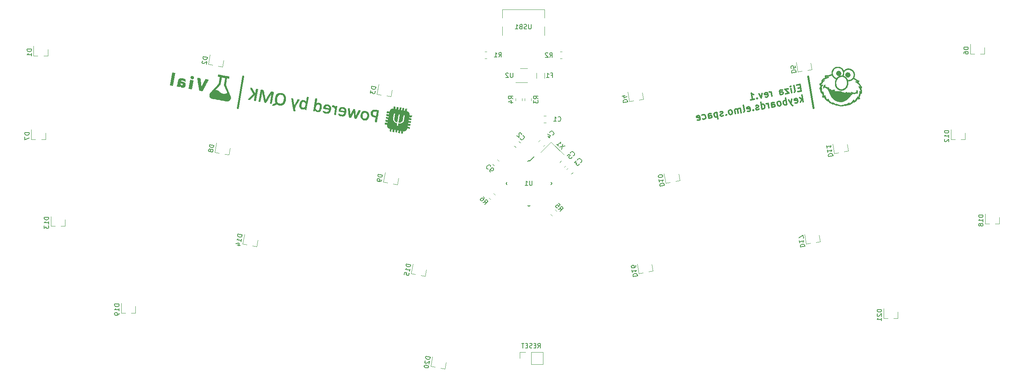
<source format=gbr>
%TF.GenerationSoftware,KiCad,Pcbnew,7.0.6*%
%TF.CreationDate,2024-02-24T13:08:40+01:00*%
%TF.ProjectId,Eliza,456c697a-612e-46b6-9963-61645f706362,rev?*%
%TF.SameCoordinates,Original*%
%TF.FileFunction,Legend,Bot*%
%TF.FilePolarity,Positive*%
%FSLAX46Y46*%
G04 Gerber Fmt 4.6, Leading zero omitted, Abs format (unit mm)*
G04 Created by KiCad (PCBNEW 7.0.6) date 2024-02-24 13:08:40*
%MOMM*%
%LPD*%
G01*
G04 APERTURE LIST*
%ADD10C,0.400000*%
%ADD11C,0.300000*%
%ADD12C,0.150000*%
%ADD13C,0.120000*%
%ADD14C,0.010000*%
G04 APERTURE END LIST*
D10*
X89534104Y-87405195D02*
X90774448Y-80370854D01*
X217756637Y-87405195D02*
X216516293Y-80370854D01*
D11*
X214872358Y-82917359D02*
X214379954Y-83004183D01*
X214305361Y-83815171D02*
X215008795Y-83691137D01*
X215008795Y-83691137D02*
X214748323Y-82213925D01*
X214748323Y-82213925D02*
X214044889Y-82337959D01*
X213461240Y-83964012D02*
X213589524Y-83868862D01*
X213589524Y-83868862D02*
X213635060Y-83715772D01*
X213635060Y-83715772D02*
X213411798Y-82449590D01*
X212898493Y-84063240D02*
X212724845Y-83078432D01*
X212638021Y-82586028D02*
X212720768Y-82643968D01*
X212720768Y-82643968D02*
X212662828Y-82726715D01*
X212662828Y-82726715D02*
X212580081Y-82668775D01*
X212580081Y-82668775D02*
X212638021Y-82586028D01*
X212638021Y-82586028D02*
X212662828Y-82726715D01*
X212162097Y-83177660D02*
X211388320Y-83314097D01*
X211388320Y-83314097D02*
X212335746Y-84162467D01*
X212335746Y-84162467D02*
X211561968Y-84298905D01*
X210366130Y-84509764D02*
X210229692Y-83735986D01*
X210229692Y-83735986D02*
X210275229Y-83582896D01*
X210275229Y-83582896D02*
X210403512Y-83487746D01*
X210403512Y-83487746D02*
X210684886Y-83438132D01*
X210684886Y-83438132D02*
X210837976Y-83483668D01*
X210353726Y-84439420D02*
X210506817Y-84484957D01*
X210506817Y-84484957D02*
X210858534Y-84422940D01*
X210858534Y-84422940D02*
X210986817Y-84327789D01*
X210986817Y-84327789D02*
X211032354Y-84174699D01*
X211032354Y-84174699D02*
X211007547Y-84034012D01*
X211007547Y-84034012D02*
X210912396Y-83905729D01*
X210912396Y-83905729D02*
X210759306Y-83860192D01*
X210759306Y-83860192D02*
X210407589Y-83922210D01*
X210407589Y-83922210D02*
X210254499Y-83876673D01*
X208537201Y-84832253D02*
X208363553Y-83847445D01*
X208413167Y-84128819D02*
X208318016Y-84000536D01*
X208318016Y-84000536D02*
X208235270Y-83942596D01*
X208235270Y-83942596D02*
X208082179Y-83897059D01*
X208082179Y-83897059D02*
X207941493Y-83921866D01*
X207047587Y-85022382D02*
X207200677Y-85067919D01*
X207200677Y-85067919D02*
X207482050Y-85018305D01*
X207482050Y-85018305D02*
X207610334Y-84923154D01*
X207610334Y-84923154D02*
X207655870Y-84770064D01*
X207655870Y-84770064D02*
X207556643Y-84207317D01*
X207556643Y-84207317D02*
X207461493Y-84079034D01*
X207461493Y-84079034D02*
X207308402Y-84033497D01*
X207308402Y-84033497D02*
X207027029Y-84083111D01*
X207027029Y-84083111D02*
X206898745Y-84178261D01*
X206898745Y-84178261D02*
X206853209Y-84331351D01*
X206853209Y-84331351D02*
X206878016Y-84472038D01*
X206878016Y-84472038D02*
X207606257Y-84488691D01*
X206323595Y-84207145D02*
X206145526Y-85253970D01*
X206145526Y-85253970D02*
X205620161Y-84331180D01*
X205206255Y-85274528D02*
X205148315Y-85357275D01*
X205148315Y-85357275D02*
X205231062Y-85415215D01*
X205231062Y-85415215D02*
X205289002Y-85332468D01*
X205289002Y-85332468D02*
X205206255Y-85274528D01*
X205206255Y-85274528D02*
X205231062Y-85415215D01*
X203753850Y-85675687D02*
X204597971Y-85526846D01*
X204175910Y-85601266D02*
X203915438Y-84124055D01*
X203915438Y-84124055D02*
X204093335Y-84310278D01*
X204093335Y-84310278D02*
X204258829Y-84426158D01*
X204258829Y-84426158D02*
X204411919Y-84471695D01*
X215428155Y-86069448D02*
X215167683Y-84592236D01*
X215188241Y-85531507D02*
X214865408Y-86168675D01*
X214691760Y-85183867D02*
X215353735Y-85647387D01*
X213657166Y-86309190D02*
X213810257Y-86354727D01*
X213810257Y-86354727D02*
X214091630Y-86305113D01*
X214091630Y-86305113D02*
X214219914Y-86209963D01*
X214219914Y-86209963D02*
X214265450Y-86056872D01*
X214265450Y-86056872D02*
X214166223Y-85494125D01*
X214166223Y-85494125D02*
X214071072Y-85365842D01*
X214071072Y-85365842D02*
X213917982Y-85320305D01*
X213917982Y-85320305D02*
X213636609Y-85369919D01*
X213636609Y-85369919D02*
X213508325Y-85465069D01*
X213508325Y-85465069D02*
X213462789Y-85618160D01*
X213462789Y-85618160D02*
X213487595Y-85758846D01*
X213487595Y-85758846D02*
X214215836Y-85775499D01*
X212933175Y-85493953D02*
X212755106Y-86540778D01*
X212229741Y-85617988D02*
X212755106Y-86540778D01*
X212755106Y-86540778D02*
X212957810Y-86867688D01*
X212957810Y-86867688D02*
X213040557Y-86925628D01*
X213040557Y-86925628D02*
X213193647Y-86971165D01*
X211840642Y-86702023D02*
X211580169Y-85224811D01*
X211679397Y-85787559D02*
X211526307Y-85742022D01*
X211526307Y-85742022D02*
X211244933Y-85791636D01*
X211244933Y-85791636D02*
X211116650Y-85886786D01*
X211116650Y-85886786D02*
X211058710Y-85969533D01*
X211058710Y-85969533D02*
X211013173Y-86122623D01*
X211013173Y-86122623D02*
X211087594Y-86544684D01*
X211087594Y-86544684D02*
X211182744Y-86672967D01*
X211182744Y-86672967D02*
X211265491Y-86730907D01*
X211265491Y-86730907D02*
X211418581Y-86776444D01*
X211418581Y-86776444D02*
X211699955Y-86726830D01*
X211699955Y-86726830D02*
X211828238Y-86631680D01*
X210293086Y-86974899D02*
X210421370Y-86879748D01*
X210421370Y-86879748D02*
X210479310Y-86797002D01*
X210479310Y-86797002D02*
X210524846Y-86643911D01*
X210524846Y-86643911D02*
X210450426Y-86221851D01*
X210450426Y-86221851D02*
X210355275Y-86093567D01*
X210355275Y-86093567D02*
X210272529Y-86035628D01*
X210272529Y-86035628D02*
X210119438Y-85990091D01*
X210119438Y-85990091D02*
X209908408Y-86027301D01*
X209908408Y-86027301D02*
X209780125Y-86122452D01*
X209780125Y-86122452D02*
X209722185Y-86205198D01*
X209722185Y-86205198D02*
X209676648Y-86358289D01*
X209676648Y-86358289D02*
X209751069Y-86780349D01*
X209751069Y-86780349D02*
X209846219Y-86908633D01*
X209846219Y-86908633D02*
X209928966Y-86966573D01*
X209928966Y-86966573D02*
X210082056Y-87012109D01*
X210082056Y-87012109D02*
X210293086Y-86974899D01*
X208534501Y-87284985D02*
X208398063Y-86511207D01*
X208398063Y-86511207D02*
X208443600Y-86358117D01*
X208443600Y-86358117D02*
X208571883Y-86262967D01*
X208571883Y-86262967D02*
X208853257Y-86213353D01*
X208853257Y-86213353D02*
X209006347Y-86258889D01*
X208522098Y-87214641D02*
X208675188Y-87260178D01*
X208675188Y-87260178D02*
X209026905Y-87198161D01*
X209026905Y-87198161D02*
X209155188Y-87103010D01*
X209155188Y-87103010D02*
X209200725Y-86949920D01*
X209200725Y-86949920D02*
X209175918Y-86809233D01*
X209175918Y-86809233D02*
X209080768Y-86680950D01*
X209080768Y-86680950D02*
X208927677Y-86635413D01*
X208927677Y-86635413D02*
X208575960Y-86697431D01*
X208575960Y-86697431D02*
X208422870Y-86651894D01*
X207831067Y-87409019D02*
X207657419Y-86424211D01*
X207707032Y-86705585D02*
X207611882Y-86577302D01*
X207611882Y-86577302D02*
X207529135Y-86519362D01*
X207529135Y-86519362D02*
X207376045Y-86473825D01*
X207376045Y-86473825D02*
X207235358Y-86498632D01*
X206283512Y-87681895D02*
X206023040Y-86204683D01*
X206271109Y-87611551D02*
X206424199Y-87657088D01*
X206424199Y-87657088D02*
X206705573Y-87607474D01*
X206705573Y-87607474D02*
X206833856Y-87512324D01*
X206833856Y-87512324D02*
X206891796Y-87429577D01*
X206891796Y-87429577D02*
X206937332Y-87276487D01*
X206937332Y-87276487D02*
X206862912Y-86854426D01*
X206862912Y-86854426D02*
X206767762Y-86726143D01*
X206767762Y-86726143D02*
X206685015Y-86668203D01*
X206685015Y-86668203D02*
X206531924Y-86622666D01*
X206531924Y-86622666D02*
X206250551Y-86672280D01*
X206250551Y-86672280D02*
X206122267Y-86767431D01*
X205638018Y-87723182D02*
X205509734Y-87818333D01*
X205509734Y-87818333D02*
X205228361Y-87867947D01*
X205228361Y-87867947D02*
X205075271Y-87822410D01*
X205075271Y-87822410D02*
X204980120Y-87694127D01*
X204980120Y-87694127D02*
X204967717Y-87623783D01*
X204967717Y-87623783D02*
X205013253Y-87470693D01*
X205013253Y-87470693D02*
X205141537Y-87375543D01*
X205141537Y-87375543D02*
X205352567Y-87338332D01*
X205352567Y-87338332D02*
X205480850Y-87243182D01*
X205480850Y-87243182D02*
X205526387Y-87090092D01*
X205526387Y-87090092D02*
X205513983Y-87019748D01*
X205513983Y-87019748D02*
X205418833Y-86891465D01*
X205418833Y-86891465D02*
X205265743Y-86845928D01*
X205265743Y-86845928D02*
X205054713Y-86883139D01*
X205054713Y-86883139D02*
X204926429Y-86978289D01*
X204359433Y-87876101D02*
X204301493Y-87958848D01*
X204301493Y-87958848D02*
X204384240Y-88016788D01*
X204384240Y-88016788D02*
X204442180Y-87934041D01*
X204442180Y-87934041D02*
X204359433Y-87876101D01*
X204359433Y-87876101D02*
X204384240Y-88016788D01*
X203105655Y-88169706D02*
X203258745Y-88215243D01*
X203258745Y-88215243D02*
X203540118Y-88165629D01*
X203540118Y-88165629D02*
X203668402Y-88070479D01*
X203668402Y-88070479D02*
X203713938Y-87917389D01*
X203713938Y-87917389D02*
X203614711Y-87354641D01*
X203614711Y-87354641D02*
X203519561Y-87226358D01*
X203519561Y-87226358D02*
X203366470Y-87180821D01*
X203366470Y-87180821D02*
X203085097Y-87230435D01*
X203085097Y-87230435D02*
X202956813Y-87325586D01*
X202956813Y-87325586D02*
X202911277Y-87478676D01*
X202911277Y-87478676D02*
X202936084Y-87619363D01*
X202936084Y-87619363D02*
X203664325Y-87636015D01*
X202203594Y-88401295D02*
X202331877Y-88306144D01*
X202331877Y-88306144D02*
X202377414Y-88153054D01*
X202377414Y-88153054D02*
X202154152Y-86886873D01*
X201640847Y-88500522D02*
X201467199Y-87515714D01*
X201492006Y-87656401D02*
X201409259Y-87598461D01*
X201409259Y-87598461D02*
X201256168Y-87552925D01*
X201256168Y-87552925D02*
X201045138Y-87590135D01*
X201045138Y-87590135D02*
X200916855Y-87685285D01*
X200916855Y-87685285D02*
X200871318Y-87838375D01*
X200871318Y-87838375D02*
X201007756Y-88612153D01*
X200871318Y-87838375D02*
X200776168Y-87710092D01*
X200776168Y-87710092D02*
X200623078Y-87664556D01*
X200623078Y-87664556D02*
X200412048Y-87701766D01*
X200412048Y-87701766D02*
X200283764Y-87796916D01*
X200283764Y-87796916D02*
X200238228Y-87950006D01*
X200238228Y-87950006D02*
X200374665Y-88723784D01*
X199460201Y-88885029D02*
X199588485Y-88789878D01*
X199588485Y-88789878D02*
X199646424Y-88707132D01*
X199646424Y-88707132D02*
X199691961Y-88554041D01*
X199691961Y-88554041D02*
X199617540Y-88131981D01*
X199617540Y-88131981D02*
X199522390Y-88003697D01*
X199522390Y-88003697D02*
X199439643Y-87945757D01*
X199439643Y-87945757D02*
X199286553Y-87900221D01*
X199286553Y-87900221D02*
X199075523Y-87937431D01*
X199075523Y-87937431D02*
X198947239Y-88032582D01*
X198947239Y-88032582D02*
X198889299Y-88115328D01*
X198889299Y-88115328D02*
X198843763Y-88268419D01*
X198843763Y-88268419D02*
X198918184Y-88690479D01*
X198918184Y-88690479D02*
X199013334Y-88818763D01*
X199013334Y-88818763D02*
X199096081Y-88876702D01*
X199096081Y-88876702D02*
X199249171Y-88922239D01*
X199249171Y-88922239D02*
X199460201Y-88885029D01*
X198309900Y-88942797D02*
X198251960Y-89025544D01*
X198251960Y-89025544D02*
X198334706Y-89083484D01*
X198334706Y-89083484D02*
X198392646Y-89000737D01*
X198392646Y-89000737D02*
X198309900Y-88942797D01*
X198309900Y-88942797D02*
X198334706Y-89083484D01*
X197689212Y-89124771D02*
X197560929Y-89219922D01*
X197560929Y-89219922D02*
X197279555Y-89269535D01*
X197279555Y-89269535D02*
X197126465Y-89223999D01*
X197126465Y-89223999D02*
X197031314Y-89095716D01*
X197031314Y-89095716D02*
X197018911Y-89025372D01*
X197018911Y-89025372D02*
X197064448Y-88872282D01*
X197064448Y-88872282D02*
X197192731Y-88777132D01*
X197192731Y-88777132D02*
X197403761Y-88739921D01*
X197403761Y-88739921D02*
X197532045Y-88644771D01*
X197532045Y-88644771D02*
X197577581Y-88491681D01*
X197577581Y-88491681D02*
X197565178Y-88421337D01*
X197565178Y-88421337D02*
X197470027Y-88293054D01*
X197470027Y-88293054D02*
X197316937Y-88247517D01*
X197316937Y-88247517D02*
X197105907Y-88284728D01*
X197105907Y-88284728D02*
X196977623Y-88379878D01*
X196261786Y-88433569D02*
X196522258Y-89910781D01*
X196274189Y-88503912D02*
X196121099Y-88458376D01*
X196121099Y-88458376D02*
X195839725Y-88507990D01*
X195839725Y-88507990D02*
X195711442Y-88603140D01*
X195711442Y-88603140D02*
X195653502Y-88685887D01*
X195653502Y-88685887D02*
X195607965Y-88838977D01*
X195607965Y-88838977D02*
X195682386Y-89261038D01*
X195682386Y-89261038D02*
X195777536Y-89389321D01*
X195777536Y-89389321D02*
X195860283Y-89447261D01*
X195860283Y-89447261D02*
X196013373Y-89492797D01*
X196013373Y-89492797D02*
X196294747Y-89443184D01*
X196294747Y-89443184D02*
X196423030Y-89348033D01*
X194465818Y-89765673D02*
X194329380Y-88991896D01*
X194329380Y-88991896D02*
X194374917Y-88838805D01*
X194374917Y-88838805D02*
X194503200Y-88743655D01*
X194503200Y-88743655D02*
X194784574Y-88694041D01*
X194784574Y-88694041D02*
X194937664Y-88739578D01*
X194453415Y-89695330D02*
X194606505Y-89740866D01*
X194606505Y-89740866D02*
X194958222Y-89678849D01*
X194958222Y-89678849D02*
X195086505Y-89583699D01*
X195086505Y-89583699D02*
X195132042Y-89430609D01*
X195132042Y-89430609D02*
X195107235Y-89289922D01*
X195107235Y-89289922D02*
X195012085Y-89161638D01*
X195012085Y-89161638D02*
X194858994Y-89116102D01*
X194858994Y-89116102D02*
X194507277Y-89178119D01*
X194507277Y-89178119D02*
X194354187Y-89132582D01*
X193116890Y-89930995D02*
X193269980Y-89976532D01*
X193269980Y-89976532D02*
X193551354Y-89926918D01*
X193551354Y-89926918D02*
X193679637Y-89831768D01*
X193679637Y-89831768D02*
X193737577Y-89749021D01*
X193737577Y-89749021D02*
X193783114Y-89595931D01*
X193783114Y-89595931D02*
X193708693Y-89173870D01*
X193708693Y-89173870D02*
X193613543Y-89045587D01*
X193613543Y-89045587D02*
X193530796Y-88987647D01*
X193530796Y-88987647D02*
X193377705Y-88942110D01*
X193377705Y-88942110D02*
X193096332Y-88991724D01*
X193096332Y-88991724D02*
X192968048Y-89086874D01*
X191921052Y-90141854D02*
X192074142Y-90187390D01*
X192074142Y-90187390D02*
X192355516Y-90137776D01*
X192355516Y-90137776D02*
X192483799Y-90042626D01*
X192483799Y-90042626D02*
X192529336Y-89889536D01*
X192529336Y-89889536D02*
X192430108Y-89326789D01*
X192430108Y-89326789D02*
X192334958Y-89198505D01*
X192334958Y-89198505D02*
X192181868Y-89152969D01*
X192181868Y-89152969D02*
X191900494Y-89202582D01*
X191900494Y-89202582D02*
X191772211Y-89297733D01*
X191772211Y-89297733D02*
X191726674Y-89450823D01*
X191726674Y-89450823D02*
X191751481Y-89591510D01*
X191751481Y-89591510D02*
X192479722Y-89608162D01*
D12*
X128078316Y-122367960D02*
X127093509Y-122194312D01*
X127093509Y-122194312D02*
X127052164Y-122428790D01*
X127052164Y-122428790D02*
X127074253Y-122577746D01*
X127074253Y-122577746D02*
X127151506Y-122688075D01*
X127151506Y-122688075D02*
X127237028Y-122751508D01*
X127237028Y-122751508D02*
X127416342Y-122831480D01*
X127416342Y-122831480D02*
X127557028Y-122856287D01*
X127557028Y-122856287D02*
X127752880Y-122842467D01*
X127752880Y-122842467D02*
X127854940Y-122812109D01*
X127854940Y-122812109D02*
X127965269Y-122734856D01*
X127965269Y-122734856D02*
X128036972Y-122602438D01*
X128036972Y-122602438D02*
X128078316Y-122367960D01*
X127813710Y-123868619D02*
X127912937Y-123305872D01*
X127863323Y-123587246D02*
X126878516Y-123413598D01*
X126878516Y-123413598D02*
X127035740Y-123344613D01*
X127035740Y-123344613D02*
X127146069Y-123267360D01*
X127146069Y-123267360D02*
X127209503Y-123181838D01*
X126671792Y-124585988D02*
X126754481Y-124117032D01*
X126754481Y-124117032D02*
X127231706Y-124152826D01*
X127231706Y-124152826D02*
X127176542Y-124191452D01*
X127176542Y-124191452D02*
X127113108Y-124276975D01*
X127113108Y-124276975D02*
X127071763Y-124511453D01*
X127071763Y-124511453D02*
X127102121Y-124613513D01*
X127102121Y-124613513D02*
X127140748Y-124668677D01*
X127140748Y-124668677D02*
X127226270Y-124732111D01*
X127226270Y-124732111D02*
X127460748Y-124773456D01*
X127460748Y-124773456D02*
X127562808Y-124743098D01*
X127562808Y-124743098D02*
X127617973Y-124704471D01*
X127617973Y-124704471D02*
X127681406Y-124618949D01*
X127681406Y-124618949D02*
X127722751Y-124384471D01*
X127722751Y-124384471D02*
X127692393Y-124282411D01*
X127692393Y-124282411D02*
X127653767Y-124227246D01*
X156393153Y-140907998D02*
X156726486Y-140431807D01*
X156964581Y-140907998D02*
X156964581Y-139907998D01*
X156964581Y-139907998D02*
X156583629Y-139907998D01*
X156583629Y-139907998D02*
X156488391Y-139955617D01*
X156488391Y-139955617D02*
X156440772Y-140003236D01*
X156440772Y-140003236D02*
X156393153Y-140098474D01*
X156393153Y-140098474D02*
X156393153Y-140241331D01*
X156393153Y-140241331D02*
X156440772Y-140336569D01*
X156440772Y-140336569D02*
X156488391Y-140384188D01*
X156488391Y-140384188D02*
X156583629Y-140431807D01*
X156583629Y-140431807D02*
X156964581Y-140431807D01*
X155964581Y-140384188D02*
X155631248Y-140384188D01*
X155488391Y-140907998D02*
X155964581Y-140907998D01*
X155964581Y-140907998D02*
X155964581Y-139907998D01*
X155964581Y-139907998D02*
X155488391Y-139907998D01*
X155107438Y-140860379D02*
X154964581Y-140907998D01*
X154964581Y-140907998D02*
X154726486Y-140907998D01*
X154726486Y-140907998D02*
X154631248Y-140860379D01*
X154631248Y-140860379D02*
X154583629Y-140812759D01*
X154583629Y-140812759D02*
X154536010Y-140717521D01*
X154536010Y-140717521D02*
X154536010Y-140622283D01*
X154536010Y-140622283D02*
X154583629Y-140527045D01*
X154583629Y-140527045D02*
X154631248Y-140479426D01*
X154631248Y-140479426D02*
X154726486Y-140431807D01*
X154726486Y-140431807D02*
X154916962Y-140384188D01*
X154916962Y-140384188D02*
X155012200Y-140336569D01*
X155012200Y-140336569D02*
X155059819Y-140288950D01*
X155059819Y-140288950D02*
X155107438Y-140193712D01*
X155107438Y-140193712D02*
X155107438Y-140098474D01*
X155107438Y-140098474D02*
X155059819Y-140003236D01*
X155059819Y-140003236D02*
X155012200Y-139955617D01*
X155012200Y-139955617D02*
X154916962Y-139907998D01*
X154916962Y-139907998D02*
X154678867Y-139907998D01*
X154678867Y-139907998D02*
X154536010Y-139955617D01*
X154107438Y-140384188D02*
X153774105Y-140384188D01*
X153631248Y-140907998D02*
X154107438Y-140907998D01*
X154107438Y-140907998D02*
X154107438Y-139907998D01*
X154107438Y-139907998D02*
X153631248Y-139907998D01*
X153345533Y-139907998D02*
X152774105Y-139907998D01*
X153059819Y-140907998D02*
X153059819Y-139907998D01*
X164238903Y-98088080D02*
X164306247Y-98088080D01*
X164306247Y-98088080D02*
X164440934Y-98020736D01*
X164440934Y-98020736D02*
X164508277Y-97953393D01*
X164508277Y-97953393D02*
X164575621Y-97818706D01*
X164575621Y-97818706D02*
X164575621Y-97684019D01*
X164575621Y-97684019D02*
X164541949Y-97583004D01*
X164541949Y-97583004D02*
X164440934Y-97414645D01*
X164440934Y-97414645D02*
X164339919Y-97313630D01*
X164339919Y-97313630D02*
X164171560Y-97212614D01*
X164171560Y-97212614D02*
X164070545Y-97178943D01*
X164070545Y-97178943D02*
X163935858Y-97178943D01*
X163935858Y-97178943D02*
X163801171Y-97246286D01*
X163801171Y-97246286D02*
X163733827Y-97313630D01*
X163733827Y-97313630D02*
X163666484Y-97448317D01*
X163666484Y-97448317D02*
X163666484Y-97515660D01*
X162959377Y-98088080D02*
X163296094Y-97751362D01*
X163296094Y-97751362D02*
X163666484Y-98054408D01*
X163666484Y-98054408D02*
X163599140Y-98054408D01*
X163599140Y-98054408D02*
X163498125Y-98088080D01*
X163498125Y-98088080D02*
X163329766Y-98256439D01*
X163329766Y-98256439D02*
X163296094Y-98357454D01*
X163296094Y-98357454D02*
X163296094Y-98424797D01*
X163296094Y-98424797D02*
X163329766Y-98525813D01*
X163329766Y-98525813D02*
X163498125Y-98694171D01*
X163498125Y-98694171D02*
X163599140Y-98727843D01*
X163599140Y-98727843D02*
X163666484Y-98727843D01*
X163666484Y-98727843D02*
X163767499Y-98694171D01*
X163767499Y-98694171D02*
X163935858Y-98525813D01*
X163935858Y-98525813D02*
X163969529Y-98424797D01*
X163969529Y-98424797D02*
X163969529Y-98357454D01*
X247904824Y-92486408D02*
X246904824Y-92486408D01*
X246904824Y-92486408D02*
X246904824Y-92724503D01*
X246904824Y-92724503D02*
X246952443Y-92867360D01*
X246952443Y-92867360D02*
X247047681Y-92962598D01*
X247047681Y-92962598D02*
X247142919Y-93010217D01*
X247142919Y-93010217D02*
X247333395Y-93057836D01*
X247333395Y-93057836D02*
X247476252Y-93057836D01*
X247476252Y-93057836D02*
X247666728Y-93010217D01*
X247666728Y-93010217D02*
X247761966Y-92962598D01*
X247761966Y-92962598D02*
X247857205Y-92867360D01*
X247857205Y-92867360D02*
X247904824Y-92724503D01*
X247904824Y-92724503D02*
X247904824Y-92486408D01*
X247904824Y-94010217D02*
X247904824Y-93438789D01*
X247904824Y-93724503D02*
X246904824Y-93724503D01*
X246904824Y-93724503D02*
X247047681Y-93629265D01*
X247047681Y-93629265D02*
X247142919Y-93534027D01*
X247142919Y-93534027D02*
X247190538Y-93438789D01*
X247000062Y-94391170D02*
X246952443Y-94438789D01*
X246952443Y-94438789D02*
X246904824Y-94534027D01*
X246904824Y-94534027D02*
X246904824Y-94772122D01*
X246904824Y-94772122D02*
X246952443Y-94867360D01*
X246952443Y-94867360D02*
X247000062Y-94914979D01*
X247000062Y-94914979D02*
X247095300Y-94962598D01*
X247095300Y-94962598D02*
X247190538Y-94962598D01*
X247190538Y-94962598D02*
X247333395Y-94914979D01*
X247333395Y-94914979D02*
X247904824Y-94343551D01*
X247904824Y-94343551D02*
X247904824Y-94962598D01*
X150861158Y-85422512D02*
X150384967Y-85089179D01*
X150861158Y-84851084D02*
X149861158Y-84851084D01*
X149861158Y-84851084D02*
X149861158Y-85232036D01*
X149861158Y-85232036D02*
X149908777Y-85327274D01*
X149908777Y-85327274D02*
X149956396Y-85374893D01*
X149956396Y-85374893D02*
X150051634Y-85422512D01*
X150051634Y-85422512D02*
X150194491Y-85422512D01*
X150194491Y-85422512D02*
X150289729Y-85374893D01*
X150289729Y-85374893D02*
X150337348Y-85327274D01*
X150337348Y-85327274D02*
X150384967Y-85232036D01*
X150384967Y-85232036D02*
X150384967Y-84851084D01*
X150194491Y-86279655D02*
X150861158Y-86279655D01*
X149813539Y-86041560D02*
X150527824Y-85803465D01*
X150527824Y-85803465D02*
X150527824Y-86422512D01*
X144170618Y-108533035D02*
X144743037Y-108432020D01*
X144574679Y-108937096D02*
X145281785Y-108229989D01*
X145281785Y-108229989D02*
X145012411Y-107960615D01*
X145012411Y-107960615D02*
X144911396Y-107926943D01*
X144911396Y-107926943D02*
X144844053Y-107926943D01*
X144844053Y-107926943D02*
X144743037Y-107960615D01*
X144743037Y-107960615D02*
X144642022Y-108061630D01*
X144642022Y-108061630D02*
X144608350Y-108162646D01*
X144608350Y-108162646D02*
X144608350Y-108229989D01*
X144608350Y-108229989D02*
X144642022Y-108331004D01*
X144642022Y-108331004D02*
X144911396Y-108600378D01*
X144271633Y-107219837D02*
X144406320Y-107354524D01*
X144406320Y-107354524D02*
X144439992Y-107455539D01*
X144439992Y-107455539D02*
X144439992Y-107522882D01*
X144439992Y-107522882D02*
X144406320Y-107691241D01*
X144406320Y-107691241D02*
X144305305Y-107859600D01*
X144305305Y-107859600D02*
X144035931Y-108128974D01*
X144035931Y-108128974D02*
X143934915Y-108162646D01*
X143934915Y-108162646D02*
X143867572Y-108162646D01*
X143867572Y-108162646D02*
X143766557Y-108128974D01*
X143766557Y-108128974D02*
X143631870Y-107994287D01*
X143631870Y-107994287D02*
X143598198Y-107893272D01*
X143598198Y-107893272D02*
X143598198Y-107825928D01*
X143598198Y-107825928D02*
X143631870Y-107724913D01*
X143631870Y-107724913D02*
X143800228Y-107556554D01*
X143800228Y-107556554D02*
X143901244Y-107522882D01*
X143901244Y-107522882D02*
X143968587Y-107522882D01*
X143968587Y-107522882D02*
X144069602Y-107556554D01*
X144069602Y-107556554D02*
X144204289Y-107691241D01*
X144204289Y-107691241D02*
X144237961Y-107792256D01*
X144237961Y-107792256D02*
X144237961Y-107859600D01*
X144237961Y-107859600D02*
X144204289Y-107960615D01*
X132436485Y-142996133D02*
X131451678Y-142822485D01*
X131451678Y-142822485D02*
X131410333Y-143056963D01*
X131410333Y-143056963D02*
X131432422Y-143205919D01*
X131432422Y-143205919D02*
X131509675Y-143316248D01*
X131509675Y-143316248D02*
X131595197Y-143379681D01*
X131595197Y-143379681D02*
X131774511Y-143459653D01*
X131774511Y-143459653D02*
X131915197Y-143484460D01*
X131915197Y-143484460D02*
X132111049Y-143470640D01*
X132111049Y-143470640D02*
X132213109Y-143440282D01*
X132213109Y-143440282D02*
X132323438Y-143363029D01*
X132323438Y-143363029D02*
X132395141Y-143230611D01*
X132395141Y-143230611D02*
X132436485Y-142996133D01*
X131380090Y-143776935D02*
X131324925Y-143815562D01*
X131324925Y-143815562D02*
X131261491Y-143901084D01*
X131261491Y-143901084D02*
X131220147Y-144135562D01*
X131220147Y-144135562D02*
X131250504Y-144237622D01*
X131250504Y-144237622D02*
X131289131Y-144292787D01*
X131289131Y-144292787D02*
X131374653Y-144356220D01*
X131374653Y-144356220D02*
X131468444Y-144372758D01*
X131468444Y-144372758D02*
X131617400Y-144350669D01*
X131617400Y-144350669D02*
X132279375Y-143887150D01*
X132279375Y-143887150D02*
X132171879Y-144496792D01*
X131079574Y-144932787D02*
X131063036Y-145026578D01*
X131063036Y-145026578D02*
X131093394Y-145128639D01*
X131093394Y-145128639D02*
X131132021Y-145183803D01*
X131132021Y-145183803D02*
X131217543Y-145247237D01*
X131217543Y-145247237D02*
X131396856Y-145327208D01*
X131396856Y-145327208D02*
X131631335Y-145368553D01*
X131631335Y-145368553D02*
X131827186Y-145354733D01*
X131827186Y-145354733D02*
X131929246Y-145324375D01*
X131929246Y-145324375D02*
X131984411Y-145285749D01*
X131984411Y-145285749D02*
X132047844Y-145200227D01*
X132047844Y-145200227D02*
X132064382Y-145106435D01*
X132064382Y-145106435D02*
X132034024Y-145004375D01*
X132034024Y-145004375D02*
X131995398Y-144949211D01*
X131995398Y-144949211D02*
X131909876Y-144885777D01*
X131909876Y-144885777D02*
X131730562Y-144805806D01*
X131730562Y-144805806D02*
X131496084Y-144764461D01*
X131496084Y-144764461D02*
X131300233Y-144778281D01*
X131300233Y-144778281D02*
X131198172Y-144808638D01*
X131198172Y-144808638D02*
X131143008Y-144847265D01*
X131143008Y-144847265D02*
X131079574Y-144932787D01*
X63155593Y-131159396D02*
X62155593Y-131159396D01*
X62155593Y-131159396D02*
X62155593Y-131397491D01*
X62155593Y-131397491D02*
X62203212Y-131540348D01*
X62203212Y-131540348D02*
X62298450Y-131635586D01*
X62298450Y-131635586D02*
X62393688Y-131683205D01*
X62393688Y-131683205D02*
X62584164Y-131730824D01*
X62584164Y-131730824D02*
X62727021Y-131730824D01*
X62727021Y-131730824D02*
X62917497Y-131683205D01*
X62917497Y-131683205D02*
X63012735Y-131635586D01*
X63012735Y-131635586D02*
X63107974Y-131540348D01*
X63107974Y-131540348D02*
X63155593Y-131397491D01*
X63155593Y-131397491D02*
X63155593Y-131159396D01*
X63155593Y-132683205D02*
X63155593Y-132111777D01*
X63155593Y-132397491D02*
X62155593Y-132397491D01*
X62155593Y-132397491D02*
X62298450Y-132302253D01*
X62298450Y-132302253D02*
X62393688Y-132207015D01*
X62393688Y-132207015D02*
X62441307Y-132111777D01*
X63155593Y-133159396D02*
X63155593Y-133349872D01*
X63155593Y-133349872D02*
X63107974Y-133445110D01*
X63107974Y-133445110D02*
X63060354Y-133492729D01*
X63060354Y-133492729D02*
X62917497Y-133587967D01*
X62917497Y-133587967D02*
X62727021Y-133635586D01*
X62727021Y-133635586D02*
X62346069Y-133635586D01*
X62346069Y-133635586D02*
X62250831Y-133587967D01*
X62250831Y-133587967D02*
X62203212Y-133540348D01*
X62203212Y-133540348D02*
X62155593Y-133445110D01*
X62155593Y-133445110D02*
X62155593Y-133254634D01*
X62155593Y-133254634D02*
X62203212Y-133159396D01*
X62203212Y-133159396D02*
X62250831Y-133111777D01*
X62250831Y-133111777D02*
X62346069Y-133064158D01*
X62346069Y-133064158D02*
X62584164Y-133064158D01*
X62584164Y-133064158D02*
X62679402Y-133111777D01*
X62679402Y-133111777D02*
X62727021Y-133159396D01*
X62727021Y-133159396D02*
X62774640Y-133254634D01*
X62774640Y-133254634D02*
X62774640Y-133445110D01*
X62774640Y-133445110D02*
X62727021Y-133540348D01*
X62727021Y-133540348D02*
X62679402Y-133587967D01*
X62679402Y-133587967D02*
X62584164Y-133635586D01*
X156462391Y-85422510D02*
X155986200Y-85089177D01*
X156462391Y-84851082D02*
X155462391Y-84851082D01*
X155462391Y-84851082D02*
X155462391Y-85232034D01*
X155462391Y-85232034D02*
X155510010Y-85327272D01*
X155510010Y-85327272D02*
X155557629Y-85374891D01*
X155557629Y-85374891D02*
X155652867Y-85422510D01*
X155652867Y-85422510D02*
X155795724Y-85422510D01*
X155795724Y-85422510D02*
X155890962Y-85374891D01*
X155890962Y-85374891D02*
X155938581Y-85327272D01*
X155938581Y-85327272D02*
X155986200Y-85232034D01*
X155986200Y-85232034D02*
X155986200Y-84851082D01*
X155462391Y-85755844D02*
X155462391Y-86374891D01*
X155462391Y-86374891D02*
X155843343Y-86041558D01*
X155843343Y-86041558D02*
X155843343Y-86184415D01*
X155843343Y-86184415D02*
X155890962Y-86279653D01*
X155890962Y-86279653D02*
X155938581Y-86327272D01*
X155938581Y-86327272D02*
X156033819Y-86374891D01*
X156033819Y-86374891D02*
X156271914Y-86374891D01*
X156271914Y-86374891D02*
X156367152Y-86327272D01*
X156367152Y-86327272D02*
X156414772Y-86279653D01*
X156414772Y-86279653D02*
X156462391Y-86184415D01*
X156462391Y-86184415D02*
X156462391Y-85898701D01*
X156462391Y-85898701D02*
X156414772Y-85803463D01*
X156414772Y-85803463D02*
X156367152Y-85755844D01*
X255524823Y-111282407D02*
X254524823Y-111282407D01*
X254524823Y-111282407D02*
X254524823Y-111520502D01*
X254524823Y-111520502D02*
X254572442Y-111663359D01*
X254572442Y-111663359D02*
X254667680Y-111758597D01*
X254667680Y-111758597D02*
X254762918Y-111806216D01*
X254762918Y-111806216D02*
X254953394Y-111853835D01*
X254953394Y-111853835D02*
X255096251Y-111853835D01*
X255096251Y-111853835D02*
X255286727Y-111806216D01*
X255286727Y-111806216D02*
X255381965Y-111758597D01*
X255381965Y-111758597D02*
X255477204Y-111663359D01*
X255477204Y-111663359D02*
X255524823Y-111520502D01*
X255524823Y-111520502D02*
X255524823Y-111282407D01*
X255524823Y-112806216D02*
X255524823Y-112234788D01*
X255524823Y-112520502D02*
X254524823Y-112520502D01*
X254524823Y-112520502D02*
X254667680Y-112425264D01*
X254667680Y-112425264D02*
X254762918Y-112330026D01*
X254762918Y-112330026D02*
X254810537Y-112234788D01*
X254953394Y-113377645D02*
X254905775Y-113282407D01*
X254905775Y-113282407D02*
X254858156Y-113234788D01*
X254858156Y-113234788D02*
X254762918Y-113187169D01*
X254762918Y-113187169D02*
X254715299Y-113187169D01*
X254715299Y-113187169D02*
X254620061Y-113234788D01*
X254620061Y-113234788D02*
X254572442Y-113282407D01*
X254572442Y-113282407D02*
X254524823Y-113377645D01*
X254524823Y-113377645D02*
X254524823Y-113568121D01*
X254524823Y-113568121D02*
X254572442Y-113663359D01*
X254572442Y-113663359D02*
X254620061Y-113710978D01*
X254620061Y-113710978D02*
X254715299Y-113758597D01*
X254715299Y-113758597D02*
X254762918Y-113758597D01*
X254762918Y-113758597D02*
X254858156Y-113710978D01*
X254858156Y-113710978D02*
X254905775Y-113663359D01*
X254905775Y-113663359D02*
X254953394Y-113568121D01*
X254953394Y-113568121D02*
X254953394Y-113377645D01*
X254953394Y-113377645D02*
X255001013Y-113282407D01*
X255001013Y-113282407D02*
X255048632Y-113234788D01*
X255048632Y-113234788D02*
X255143870Y-113187169D01*
X255143870Y-113187169D02*
X255334346Y-113187169D01*
X255334346Y-113187169D02*
X255429584Y-113234788D01*
X255429584Y-113234788D02*
X255477204Y-113282407D01*
X255477204Y-113282407D02*
X255524823Y-113377645D01*
X255524823Y-113377645D02*
X255524823Y-113568121D01*
X255524823Y-113568121D02*
X255477204Y-113663359D01*
X255477204Y-113663359D02*
X255429584Y-113710978D01*
X255429584Y-113710978D02*
X255334346Y-113758597D01*
X255334346Y-113758597D02*
X255143870Y-113758597D01*
X255143870Y-113758597D02*
X255048632Y-113710978D01*
X255048632Y-113710978D02*
X255001013Y-113663359D01*
X255001013Y-113663359D02*
X254953394Y-113568121D01*
X43645152Y-74332094D02*
X42645152Y-74332094D01*
X42645152Y-74332094D02*
X42645152Y-74570189D01*
X42645152Y-74570189D02*
X42692771Y-74713046D01*
X42692771Y-74713046D02*
X42788009Y-74808284D01*
X42788009Y-74808284D02*
X42883247Y-74855903D01*
X42883247Y-74855903D02*
X43073723Y-74903522D01*
X43073723Y-74903522D02*
X43216580Y-74903522D01*
X43216580Y-74903522D02*
X43407056Y-74855903D01*
X43407056Y-74855903D02*
X43502294Y-74808284D01*
X43502294Y-74808284D02*
X43597533Y-74713046D01*
X43597533Y-74713046D02*
X43645152Y-74570189D01*
X43645152Y-74570189D02*
X43645152Y-74332094D01*
X43645152Y-75855903D02*
X43645152Y-75284475D01*
X43645152Y-75570189D02*
X42645152Y-75570189D01*
X42645152Y-75570189D02*
X42788009Y-75474951D01*
X42788009Y-75474951D02*
X42883247Y-75379713D01*
X42883247Y-75379713D02*
X42930866Y-75284475D01*
X252222823Y-73912598D02*
X251222823Y-73912598D01*
X251222823Y-73912598D02*
X251222823Y-74150693D01*
X251222823Y-74150693D02*
X251270442Y-74293550D01*
X251270442Y-74293550D02*
X251365680Y-74388788D01*
X251365680Y-74388788D02*
X251460918Y-74436407D01*
X251460918Y-74436407D02*
X251651394Y-74484026D01*
X251651394Y-74484026D02*
X251794251Y-74484026D01*
X251794251Y-74484026D02*
X251984727Y-74436407D01*
X251984727Y-74436407D02*
X252079965Y-74388788D01*
X252079965Y-74388788D02*
X252175204Y-74293550D01*
X252175204Y-74293550D02*
X252222823Y-74150693D01*
X252222823Y-74150693D02*
X252222823Y-73912598D01*
X251222823Y-75341169D02*
X251222823Y-75150693D01*
X251222823Y-75150693D02*
X251270442Y-75055455D01*
X251270442Y-75055455D02*
X251318061Y-75007836D01*
X251318061Y-75007836D02*
X251460918Y-74912598D01*
X251460918Y-74912598D02*
X251651394Y-74864979D01*
X251651394Y-74864979D02*
X252032346Y-74864979D01*
X252032346Y-74864979D02*
X252127584Y-74912598D01*
X252127584Y-74912598D02*
X252175204Y-74960217D01*
X252175204Y-74960217D02*
X252222823Y-75055455D01*
X252222823Y-75055455D02*
X252222823Y-75245931D01*
X252222823Y-75245931D02*
X252175204Y-75341169D01*
X252175204Y-75341169D02*
X252127584Y-75388788D01*
X252127584Y-75388788D02*
X252032346Y-75436407D01*
X252032346Y-75436407D02*
X251794251Y-75436407D01*
X251794251Y-75436407D02*
X251699013Y-75388788D01*
X251699013Y-75388788D02*
X251651394Y-75341169D01*
X251651394Y-75341169D02*
X251603775Y-75245931D01*
X251603775Y-75245931D02*
X251603775Y-75055455D01*
X251603775Y-75055455D02*
X251651394Y-74960217D01*
X251651394Y-74960217D02*
X251699013Y-74912598D01*
X251699013Y-74912598D02*
X251794251Y-74864979D01*
X160898638Y-90317559D02*
X160946257Y-90365179D01*
X160946257Y-90365179D02*
X161089114Y-90412798D01*
X161089114Y-90412798D02*
X161184352Y-90412798D01*
X161184352Y-90412798D02*
X161327209Y-90365179D01*
X161327209Y-90365179D02*
X161422447Y-90269940D01*
X161422447Y-90269940D02*
X161470066Y-90174702D01*
X161470066Y-90174702D02*
X161517685Y-89984226D01*
X161517685Y-89984226D02*
X161517685Y-89841369D01*
X161517685Y-89841369D02*
X161470066Y-89650893D01*
X161470066Y-89650893D02*
X161422447Y-89555655D01*
X161422447Y-89555655D02*
X161327209Y-89460417D01*
X161327209Y-89460417D02*
X161184352Y-89412798D01*
X161184352Y-89412798D02*
X161089114Y-89412798D01*
X161089114Y-89412798D02*
X160946257Y-89460417D01*
X160946257Y-89460417D02*
X160898638Y-89508036D01*
X159946257Y-90412798D02*
X160517685Y-90412798D01*
X160231971Y-90412798D02*
X160231971Y-89412798D01*
X160231971Y-89412798D02*
X160327209Y-89555655D01*
X160327209Y-89555655D02*
X160422447Y-89650893D01*
X160422447Y-89650893D02*
X160517685Y-89698512D01*
X177604835Y-125026642D02*
X178589642Y-124852994D01*
X178589642Y-124852994D02*
X178548298Y-124618516D01*
X178548298Y-124618516D02*
X178476595Y-124486098D01*
X178476595Y-124486098D02*
X178366266Y-124408845D01*
X178366266Y-124408845D02*
X178264206Y-124378487D01*
X178264206Y-124378487D02*
X178068354Y-124364667D01*
X178068354Y-124364667D02*
X177927668Y-124389474D01*
X177927668Y-124389474D02*
X177748354Y-124469446D01*
X177748354Y-124469446D02*
X177662832Y-124532879D01*
X177662832Y-124532879D02*
X177585579Y-124643208D01*
X177585579Y-124643208D02*
X177563490Y-124792164D01*
X177563490Y-124792164D02*
X177604835Y-125026642D01*
X177340228Y-123525983D02*
X177439455Y-124088730D01*
X177389842Y-123807356D02*
X178374649Y-123633708D01*
X178374649Y-123633708D02*
X178250501Y-123752306D01*
X178250501Y-123752306D02*
X178173247Y-123862635D01*
X178173247Y-123862635D02*
X178142890Y-123964695D01*
X178176194Y-122508213D02*
X178209270Y-122695796D01*
X178209270Y-122695796D02*
X178178913Y-122797856D01*
X178178913Y-122797856D02*
X178140286Y-122853021D01*
X178140286Y-122853021D02*
X178016137Y-122971619D01*
X178016137Y-122971619D02*
X177836824Y-123051590D01*
X177836824Y-123051590D02*
X177461659Y-123117742D01*
X177461659Y-123117742D02*
X177359598Y-123087384D01*
X177359598Y-123087384D02*
X177304434Y-123048758D01*
X177304434Y-123048758D02*
X177241000Y-122963235D01*
X177241000Y-122963235D02*
X177207925Y-122775653D01*
X177207925Y-122775653D02*
X177238282Y-122673593D01*
X177238282Y-122673593D02*
X177276909Y-122618428D01*
X177276909Y-122618428D02*
X177362431Y-122554995D01*
X177362431Y-122554995D02*
X177596909Y-122513650D01*
X177596909Y-122513650D02*
X177698969Y-122544007D01*
X177698969Y-122544007D02*
X177754134Y-122582634D01*
X177754134Y-122582634D02*
X177817567Y-122668156D01*
X177817567Y-122668156D02*
X177850643Y-122855739D01*
X177850643Y-122855739D02*
X177820286Y-122957799D01*
X177820286Y-122957799D02*
X177781659Y-123012964D01*
X177781659Y-123012964D02*
X177696137Y-123076397D01*
X121798263Y-102400275D02*
X120813455Y-102226626D01*
X120813455Y-102226626D02*
X120772110Y-102461104D01*
X120772110Y-102461104D02*
X120794199Y-102610060D01*
X120794199Y-102610060D02*
X120871452Y-102720389D01*
X120871452Y-102720389D02*
X120956974Y-102783823D01*
X120956974Y-102783823D02*
X121136288Y-102863794D01*
X121136288Y-102863794D02*
X121276975Y-102888601D01*
X121276975Y-102888601D02*
X121472826Y-102874781D01*
X121472826Y-102874781D02*
X121574886Y-102844424D01*
X121574886Y-102844424D02*
X121685215Y-102767170D01*
X121685215Y-102767170D02*
X121756918Y-102634753D01*
X121756918Y-102634753D02*
X121798263Y-102400275D01*
X121616345Y-103431978D02*
X121583270Y-103619560D01*
X121583270Y-103619560D02*
X121519836Y-103705083D01*
X121519836Y-103705083D02*
X121464672Y-103743709D01*
X121464672Y-103743709D02*
X121307447Y-103812694D01*
X121307447Y-103812694D02*
X121111595Y-103826513D01*
X121111595Y-103826513D02*
X120736431Y-103760362D01*
X120736431Y-103760362D02*
X120650908Y-103696928D01*
X120650908Y-103696928D02*
X120612282Y-103641764D01*
X120612282Y-103641764D02*
X120581924Y-103539703D01*
X120581924Y-103539703D02*
X120615000Y-103352121D01*
X120615000Y-103352121D02*
X120678433Y-103266599D01*
X120678433Y-103266599D02*
X120733598Y-103227972D01*
X120733598Y-103227972D02*
X120835658Y-103197614D01*
X120835658Y-103197614D02*
X121070136Y-103238959D01*
X121070136Y-103238959D02*
X121155658Y-103302393D01*
X121155658Y-103302393D02*
X121194285Y-103357557D01*
X121194285Y-103357557D02*
X121224643Y-103459617D01*
X121224643Y-103459617D02*
X121191567Y-103647200D01*
X121191567Y-103647200D02*
X121128133Y-103732722D01*
X121128133Y-103732722D02*
X121072969Y-103771349D01*
X121072969Y-103771349D02*
X120970909Y-103801706D01*
X82832406Y-76185667D02*
X81847598Y-76012018D01*
X81847598Y-76012018D02*
X81806253Y-76246496D01*
X81806253Y-76246496D02*
X81828342Y-76395452D01*
X81828342Y-76395452D02*
X81905595Y-76505781D01*
X81905595Y-76505781D02*
X81991117Y-76569215D01*
X81991117Y-76569215D02*
X82170431Y-76649186D01*
X82170431Y-76649186D02*
X82311118Y-76673993D01*
X82311118Y-76673993D02*
X82506969Y-76660173D01*
X82506969Y-76660173D02*
X82609029Y-76629816D01*
X82609029Y-76629816D02*
X82719358Y-76552562D01*
X82719358Y-76552562D02*
X82791061Y-76420145D01*
X82791061Y-76420145D02*
X82832406Y-76185667D01*
X81776010Y-76966468D02*
X81720845Y-77005095D01*
X81720845Y-77005095D02*
X81657412Y-77090617D01*
X81657412Y-77090617D02*
X81616067Y-77325095D01*
X81616067Y-77325095D02*
X81646425Y-77427156D01*
X81646425Y-77427156D02*
X81685051Y-77482320D01*
X81685051Y-77482320D02*
X81770574Y-77545754D01*
X81770574Y-77545754D02*
X81864365Y-77562292D01*
X81864365Y-77562292D02*
X82013321Y-77540203D01*
X82013321Y-77540203D02*
X82675295Y-77076683D01*
X82675295Y-77076683D02*
X82567799Y-77686326D01*
X155121281Y-103681011D02*
X155121281Y-104490534D01*
X155121281Y-104490534D02*
X155073662Y-104585772D01*
X155073662Y-104585772D02*
X155026043Y-104633392D01*
X155026043Y-104633392D02*
X154930805Y-104681011D01*
X154930805Y-104681011D02*
X154740329Y-104681011D01*
X154740329Y-104681011D02*
X154645091Y-104633392D01*
X154645091Y-104633392D02*
X154597472Y-104585772D01*
X154597472Y-104585772D02*
X154549853Y-104490534D01*
X154549853Y-104490534D02*
X154549853Y-103681011D01*
X153549853Y-104681011D02*
X154121281Y-104681011D01*
X153835567Y-104681011D02*
X153835567Y-103681011D01*
X153835567Y-103681011D02*
X153930805Y-103823868D01*
X153930805Y-103823868D02*
X154026043Y-103919106D01*
X154026043Y-103919106D02*
X154121281Y-103966725D01*
X165855351Y-99632683D02*
X165922695Y-99632683D01*
X165922695Y-99632683D02*
X166057382Y-99565339D01*
X166057382Y-99565339D02*
X166124725Y-99497996D01*
X166124725Y-99497996D02*
X166192069Y-99363309D01*
X166192069Y-99363309D02*
X166192069Y-99228622D01*
X166192069Y-99228622D02*
X166158397Y-99127607D01*
X166158397Y-99127607D02*
X166057382Y-98959248D01*
X166057382Y-98959248D02*
X165956367Y-98858233D01*
X165956367Y-98858233D02*
X165788008Y-98757217D01*
X165788008Y-98757217D02*
X165686993Y-98723546D01*
X165686993Y-98723546D02*
X165552306Y-98723546D01*
X165552306Y-98723546D02*
X165417619Y-98790889D01*
X165417619Y-98790889D02*
X165350275Y-98858233D01*
X165350275Y-98858233D02*
X165282932Y-98992920D01*
X165282932Y-98992920D02*
X165282932Y-99060263D01*
X164979886Y-99228622D02*
X164542153Y-99666355D01*
X164542153Y-99666355D02*
X165047229Y-99700026D01*
X165047229Y-99700026D02*
X164946214Y-99801042D01*
X164946214Y-99801042D02*
X164912542Y-99902057D01*
X164912542Y-99902057D02*
X164912542Y-99969400D01*
X164912542Y-99969400D02*
X164946214Y-100070416D01*
X164946214Y-100070416D02*
X165114573Y-100238774D01*
X165114573Y-100238774D02*
X165215588Y-100272446D01*
X165215588Y-100272446D02*
X165282932Y-100272446D01*
X165282932Y-100272446D02*
X165383947Y-100238774D01*
X165383947Y-100238774D02*
X165585977Y-100036744D01*
X165585977Y-100036744D02*
X165619649Y-99935729D01*
X165619649Y-99935729D02*
X165619649Y-99868385D01*
X47480551Y-111803505D02*
X46480551Y-111803505D01*
X46480551Y-111803505D02*
X46480551Y-112041600D01*
X46480551Y-112041600D02*
X46528170Y-112184457D01*
X46528170Y-112184457D02*
X46623408Y-112279695D01*
X46623408Y-112279695D02*
X46718646Y-112327314D01*
X46718646Y-112327314D02*
X46909122Y-112374933D01*
X46909122Y-112374933D02*
X47051979Y-112374933D01*
X47051979Y-112374933D02*
X47242455Y-112327314D01*
X47242455Y-112327314D02*
X47337693Y-112279695D01*
X47337693Y-112279695D02*
X47432932Y-112184457D01*
X47432932Y-112184457D02*
X47480551Y-112041600D01*
X47480551Y-112041600D02*
X47480551Y-111803505D01*
X47480551Y-113327314D02*
X47480551Y-112755886D01*
X47480551Y-113041600D02*
X46480551Y-113041600D01*
X46480551Y-113041600D02*
X46623408Y-112946362D01*
X46623408Y-112946362D02*
X46718646Y-112851124D01*
X46718646Y-112851124D02*
X46766265Y-112755886D01*
X46480551Y-113660648D02*
X46480551Y-114279695D01*
X46480551Y-114279695D02*
X46861503Y-113946362D01*
X46861503Y-113946362D02*
X46861503Y-114089219D01*
X46861503Y-114089219D02*
X46909122Y-114184457D01*
X46909122Y-114184457D02*
X46956741Y-114232076D01*
X46956741Y-114232076D02*
X47051979Y-114279695D01*
X47051979Y-114279695D02*
X47290074Y-114279695D01*
X47290074Y-114279695D02*
X47385312Y-114232076D01*
X47385312Y-114232076D02*
X47432932Y-114184457D01*
X47432932Y-114184457D02*
X47480551Y-114089219D01*
X47480551Y-114089219D02*
X47480551Y-113803505D01*
X47480551Y-113803505D02*
X47432932Y-113708267D01*
X47432932Y-113708267D02*
X47385312Y-113660648D01*
X154900865Y-68838798D02*
X154900865Y-69648321D01*
X154900865Y-69648321D02*
X154853246Y-69743559D01*
X154853246Y-69743559D02*
X154805627Y-69791179D01*
X154805627Y-69791179D02*
X154710389Y-69838798D01*
X154710389Y-69838798D02*
X154519913Y-69838798D01*
X154519913Y-69838798D02*
X154424675Y-69791179D01*
X154424675Y-69791179D02*
X154377056Y-69743559D01*
X154377056Y-69743559D02*
X154329437Y-69648321D01*
X154329437Y-69648321D02*
X154329437Y-68838798D01*
X153900865Y-69791179D02*
X153758008Y-69838798D01*
X153758008Y-69838798D02*
X153519913Y-69838798D01*
X153519913Y-69838798D02*
X153424675Y-69791179D01*
X153424675Y-69791179D02*
X153377056Y-69743559D01*
X153377056Y-69743559D02*
X153329437Y-69648321D01*
X153329437Y-69648321D02*
X153329437Y-69553083D01*
X153329437Y-69553083D02*
X153377056Y-69457845D01*
X153377056Y-69457845D02*
X153424675Y-69410226D01*
X153424675Y-69410226D02*
X153519913Y-69362607D01*
X153519913Y-69362607D02*
X153710389Y-69314988D01*
X153710389Y-69314988D02*
X153805627Y-69267369D01*
X153805627Y-69267369D02*
X153853246Y-69219750D01*
X153853246Y-69219750D02*
X153900865Y-69124512D01*
X153900865Y-69124512D02*
X153900865Y-69029274D01*
X153900865Y-69029274D02*
X153853246Y-68934036D01*
X153853246Y-68934036D02*
X153805627Y-68886417D01*
X153805627Y-68886417D02*
X153710389Y-68838798D01*
X153710389Y-68838798D02*
X153472294Y-68838798D01*
X153472294Y-68838798D02*
X153329437Y-68886417D01*
X152567532Y-69314988D02*
X152424675Y-69362607D01*
X152424675Y-69362607D02*
X152377056Y-69410226D01*
X152377056Y-69410226D02*
X152329437Y-69505464D01*
X152329437Y-69505464D02*
X152329437Y-69648321D01*
X152329437Y-69648321D02*
X152377056Y-69743559D01*
X152377056Y-69743559D02*
X152424675Y-69791179D01*
X152424675Y-69791179D02*
X152519913Y-69838798D01*
X152519913Y-69838798D02*
X152900865Y-69838798D01*
X152900865Y-69838798D02*
X152900865Y-68838798D01*
X152900865Y-68838798D02*
X152567532Y-68838798D01*
X152567532Y-68838798D02*
X152472294Y-68886417D01*
X152472294Y-68886417D02*
X152424675Y-68934036D01*
X152424675Y-68934036D02*
X152377056Y-69029274D01*
X152377056Y-69029274D02*
X152377056Y-69124512D01*
X152377056Y-69124512D02*
X152424675Y-69219750D01*
X152424675Y-69219750D02*
X152472294Y-69267369D01*
X152472294Y-69267369D02*
X152567532Y-69314988D01*
X152567532Y-69314988D02*
X152900865Y-69314988D01*
X151377056Y-69838798D02*
X151948484Y-69838798D01*
X151662770Y-69838798D02*
X151662770Y-68838798D01*
X151662770Y-68838798D02*
X151758008Y-68981655D01*
X151758008Y-68981655D02*
X151853246Y-69076893D01*
X151853246Y-69076893D02*
X151948484Y-69124512D01*
X159019038Y-76137997D02*
X159352371Y-75661806D01*
X159590466Y-76137997D02*
X159590466Y-75137997D01*
X159590466Y-75137997D02*
X159209514Y-75137997D01*
X159209514Y-75137997D02*
X159114276Y-75185616D01*
X159114276Y-75185616D02*
X159066657Y-75233235D01*
X159066657Y-75233235D02*
X159019038Y-75328473D01*
X159019038Y-75328473D02*
X159019038Y-75471330D01*
X159019038Y-75471330D02*
X159066657Y-75566568D01*
X159066657Y-75566568D02*
X159114276Y-75614187D01*
X159114276Y-75614187D02*
X159209514Y-75661806D01*
X159209514Y-75661806D02*
X159590466Y-75661806D01*
X158638085Y-75233235D02*
X158590466Y-75185616D01*
X158590466Y-75185616D02*
X158495228Y-75137997D01*
X158495228Y-75137997D02*
X158257133Y-75137997D01*
X158257133Y-75137997D02*
X158161895Y-75185616D01*
X158161895Y-75185616D02*
X158114276Y-75233235D01*
X158114276Y-75233235D02*
X158066657Y-75328473D01*
X158066657Y-75328473D02*
X158066657Y-75423711D01*
X158066657Y-75423711D02*
X158114276Y-75566568D01*
X158114276Y-75566568D02*
X158685704Y-76137997D01*
X158685704Y-76137997D02*
X158066657Y-76137997D01*
X90557141Y-115751961D02*
X89572334Y-115578313D01*
X89572334Y-115578313D02*
X89530989Y-115812791D01*
X89530989Y-115812791D02*
X89553078Y-115961747D01*
X89553078Y-115961747D02*
X89630331Y-116072076D01*
X89630331Y-116072076D02*
X89715853Y-116135509D01*
X89715853Y-116135509D02*
X89895167Y-116215481D01*
X89895167Y-116215481D02*
X90035853Y-116240288D01*
X90035853Y-116240288D02*
X90231705Y-116226468D01*
X90231705Y-116226468D02*
X90333765Y-116196110D01*
X90333765Y-116196110D02*
X90444094Y-116118857D01*
X90444094Y-116118857D02*
X90515797Y-115986439D01*
X90515797Y-115986439D02*
X90557141Y-115751961D01*
X90292535Y-117252620D02*
X90391762Y-116689873D01*
X90342148Y-116971247D02*
X89357341Y-116797599D01*
X89357341Y-116797599D02*
X89514565Y-116728614D01*
X89514565Y-116728614D02*
X89624894Y-116651361D01*
X89624894Y-116651361D02*
X89688328Y-116565839D01*
X89487155Y-117980976D02*
X90143693Y-118096741D01*
X89153335Y-117680346D02*
X89898114Y-117569903D01*
X89898114Y-117569903D02*
X89790617Y-118179545D01*
X159338105Y-80135388D02*
X159671438Y-80135388D01*
X159671438Y-80659198D02*
X159671438Y-79659198D01*
X159671438Y-79659198D02*
X159195248Y-79659198D01*
X158290486Y-80659198D02*
X158861914Y-80659198D01*
X158576200Y-80659198D02*
X158576200Y-79659198D01*
X158576200Y-79659198D02*
X158671438Y-79802055D01*
X158671438Y-79802055D02*
X158766676Y-79897293D01*
X158766676Y-79897293D02*
X158861914Y-79944912D01*
X160934617Y-110057035D02*
X161507036Y-109956020D01*
X161338678Y-110461096D02*
X162045784Y-109753989D01*
X162045784Y-109753989D02*
X161776410Y-109484615D01*
X161776410Y-109484615D02*
X161675395Y-109450943D01*
X161675395Y-109450943D02*
X161608052Y-109450943D01*
X161608052Y-109450943D02*
X161507036Y-109484615D01*
X161507036Y-109484615D02*
X161406021Y-109585630D01*
X161406021Y-109585630D02*
X161372349Y-109686646D01*
X161372349Y-109686646D02*
X161372349Y-109753989D01*
X161372349Y-109753989D02*
X161406021Y-109855004D01*
X161406021Y-109855004D02*
X161675395Y-110124378D01*
X161001960Y-108710165D02*
X161338678Y-109046882D01*
X161338678Y-109046882D02*
X161035632Y-109417272D01*
X161035632Y-109417272D02*
X161035632Y-109349928D01*
X161035632Y-109349928D02*
X161001960Y-109248913D01*
X161001960Y-109248913D02*
X160833601Y-109080554D01*
X160833601Y-109080554D02*
X160732586Y-109046882D01*
X160732586Y-109046882D02*
X160665243Y-109046882D01*
X160665243Y-109046882D02*
X160564227Y-109080554D01*
X160564227Y-109080554D02*
X160395869Y-109248913D01*
X160395869Y-109248913D02*
X160362197Y-109349928D01*
X160362197Y-109349928D02*
X160362197Y-109417272D01*
X160362197Y-109417272D02*
X160395869Y-109518287D01*
X160395869Y-109518287D02*
X160564227Y-109686646D01*
X160564227Y-109686646D02*
X160665243Y-109720317D01*
X160665243Y-109720317D02*
X160732586Y-109720317D01*
X214875871Y-118454754D02*
X215860678Y-118281106D01*
X215860678Y-118281106D02*
X215819334Y-118046628D01*
X215819334Y-118046628D02*
X215747631Y-117914210D01*
X215747631Y-117914210D02*
X215637302Y-117836957D01*
X215637302Y-117836957D02*
X215535242Y-117806599D01*
X215535242Y-117806599D02*
X215339390Y-117792779D01*
X215339390Y-117792779D02*
X215198704Y-117817586D01*
X215198704Y-117817586D02*
X215019390Y-117897558D01*
X215019390Y-117897558D02*
X214933868Y-117960991D01*
X214933868Y-117960991D02*
X214856615Y-118071320D01*
X214856615Y-118071320D02*
X214834526Y-118220276D01*
X214834526Y-118220276D02*
X214875871Y-118454754D01*
X214611264Y-116954095D02*
X214710491Y-117516842D01*
X214660878Y-117235468D02*
X215645685Y-117061820D01*
X215645685Y-117061820D02*
X215521537Y-117180418D01*
X215521537Y-117180418D02*
X215444283Y-117290747D01*
X215444283Y-117290747D02*
X215413926Y-117392807D01*
X215538189Y-116452177D02*
X215422424Y-115795639D01*
X215422424Y-115795639D02*
X214512036Y-116391347D01*
X152467560Y-94190891D02*
X152467560Y-94258235D01*
X152467560Y-94258235D02*
X152534904Y-94392922D01*
X152534904Y-94392922D02*
X152602247Y-94460265D01*
X152602247Y-94460265D02*
X152736934Y-94527609D01*
X152736934Y-94527609D02*
X152871621Y-94527609D01*
X152871621Y-94527609D02*
X152972636Y-94493937D01*
X152972636Y-94493937D02*
X153140995Y-94392922D01*
X153140995Y-94392922D02*
X153242010Y-94291907D01*
X153242010Y-94291907D02*
X153343026Y-94123548D01*
X153343026Y-94123548D02*
X153376697Y-94022533D01*
X153376697Y-94022533D02*
X153376697Y-93887846D01*
X153376697Y-93887846D02*
X153309354Y-93753159D01*
X153309354Y-93753159D02*
X153242010Y-93685815D01*
X153242010Y-93685815D02*
X153107323Y-93618472D01*
X153107323Y-93618472D02*
X153039980Y-93618472D01*
X152770606Y-93349098D02*
X152770606Y-93281754D01*
X152770606Y-93281754D02*
X152736934Y-93180739D01*
X152736934Y-93180739D02*
X152568575Y-93012380D01*
X152568575Y-93012380D02*
X152467560Y-92978708D01*
X152467560Y-92978708D02*
X152400217Y-92978708D01*
X152400217Y-92978708D02*
X152299201Y-93012380D01*
X152299201Y-93012380D02*
X152231858Y-93079724D01*
X152231858Y-93079724D02*
X152164514Y-93214411D01*
X152164514Y-93214411D02*
X152164514Y-94022533D01*
X152164514Y-94022533D02*
X151726782Y-93584800D01*
X162409399Y-95938801D02*
X161230888Y-96174503D01*
X161937995Y-95467397D02*
X161702293Y-96645908D01*
X160591125Y-95534740D02*
X160995186Y-95938801D01*
X160793155Y-95736771D02*
X161500262Y-95029664D01*
X161500262Y-95029664D02*
X161466590Y-95198023D01*
X161466590Y-95198023D02*
X161466590Y-95332710D01*
X161466590Y-95332710D02*
X161500262Y-95433725D01*
X159641013Y-93490189D02*
X159708357Y-93490189D01*
X159708357Y-93490189D02*
X159843044Y-93422845D01*
X159843044Y-93422845D02*
X159910387Y-93355502D01*
X159910387Y-93355502D02*
X159977731Y-93220815D01*
X159977731Y-93220815D02*
X159977731Y-93086128D01*
X159977731Y-93086128D02*
X159944059Y-92985113D01*
X159944059Y-92985113D02*
X159843044Y-92816754D01*
X159843044Y-92816754D02*
X159742029Y-92715739D01*
X159742029Y-92715739D02*
X159573670Y-92614723D01*
X159573670Y-92614723D02*
X159472655Y-92581052D01*
X159472655Y-92581052D02*
X159337968Y-92581052D01*
X159337968Y-92581052D02*
X159203281Y-92648395D01*
X159203281Y-92648395D02*
X159135937Y-92715739D01*
X159135937Y-92715739D02*
X159068594Y-92850426D01*
X159068594Y-92850426D02*
X159068594Y-92917769D01*
X158630861Y-93692219D02*
X159102265Y-94163624D01*
X158529846Y-93254487D02*
X159203281Y-93591204D01*
X159203281Y-93591204D02*
X158765548Y-94028937D01*
X43137150Y-92950295D02*
X42137150Y-92950295D01*
X42137150Y-92950295D02*
X42137150Y-93188390D01*
X42137150Y-93188390D02*
X42184769Y-93331247D01*
X42184769Y-93331247D02*
X42280007Y-93426485D01*
X42280007Y-93426485D02*
X42375245Y-93474104D01*
X42375245Y-93474104D02*
X42565721Y-93521723D01*
X42565721Y-93521723D02*
X42708578Y-93521723D01*
X42708578Y-93521723D02*
X42899054Y-93474104D01*
X42899054Y-93474104D02*
X42994292Y-93426485D01*
X42994292Y-93426485D02*
X43089531Y-93331247D01*
X43089531Y-93331247D02*
X43137150Y-93188390D01*
X43137150Y-93188390D02*
X43137150Y-92950295D01*
X42137150Y-93855057D02*
X42137150Y-94521723D01*
X42137150Y-94521723D02*
X43137150Y-94093152D01*
X175408689Y-86242590D02*
X176393497Y-86068942D01*
X176393497Y-86068942D02*
X176352152Y-85834464D01*
X176352152Y-85834464D02*
X176280449Y-85702046D01*
X176280449Y-85702046D02*
X176170120Y-85624793D01*
X176170120Y-85624793D02*
X176068060Y-85594435D01*
X176068060Y-85594435D02*
X175872209Y-85580616D01*
X175872209Y-85580616D02*
X175731522Y-85605423D01*
X175731522Y-85605423D02*
X175552208Y-85685394D01*
X175552208Y-85685394D02*
X175466686Y-85748827D01*
X175466686Y-85748827D02*
X175389433Y-85859157D01*
X175389433Y-85859157D02*
X175367344Y-86008112D01*
X175367344Y-86008112D02*
X175408689Y-86242590D01*
X175817159Y-84719957D02*
X175160620Y-84835722D01*
X176233668Y-84888283D02*
X175571579Y-85246796D01*
X175571579Y-85246796D02*
X175464083Y-84637153D01*
X150825875Y-79659199D02*
X150825875Y-80468722D01*
X150825875Y-80468722D02*
X150778256Y-80563960D01*
X150778256Y-80563960D02*
X150730637Y-80611580D01*
X150730637Y-80611580D02*
X150635399Y-80659199D01*
X150635399Y-80659199D02*
X150444923Y-80659199D01*
X150444923Y-80659199D02*
X150349685Y-80611580D01*
X150349685Y-80611580D02*
X150302066Y-80563960D01*
X150302066Y-80563960D02*
X150254447Y-80468722D01*
X150254447Y-80468722D02*
X150254447Y-79659199D01*
X149825875Y-79754437D02*
X149778256Y-79706818D01*
X149778256Y-79706818D02*
X149683018Y-79659199D01*
X149683018Y-79659199D02*
X149444923Y-79659199D01*
X149444923Y-79659199D02*
X149349685Y-79706818D01*
X149349685Y-79706818D02*
X149302066Y-79754437D01*
X149302066Y-79754437D02*
X149254447Y-79849675D01*
X149254447Y-79849675D02*
X149254447Y-79944913D01*
X149254447Y-79944913D02*
X149302066Y-80087770D01*
X149302066Y-80087770D02*
X149873494Y-80659199D01*
X149873494Y-80659199D02*
X149254447Y-80659199D01*
X232918824Y-132364408D02*
X231918824Y-132364408D01*
X231918824Y-132364408D02*
X231918824Y-132602503D01*
X231918824Y-132602503D02*
X231966443Y-132745360D01*
X231966443Y-132745360D02*
X232061681Y-132840598D01*
X232061681Y-132840598D02*
X232156919Y-132888217D01*
X232156919Y-132888217D02*
X232347395Y-132935836D01*
X232347395Y-132935836D02*
X232490252Y-132935836D01*
X232490252Y-132935836D02*
X232680728Y-132888217D01*
X232680728Y-132888217D02*
X232775966Y-132840598D01*
X232775966Y-132840598D02*
X232871205Y-132745360D01*
X232871205Y-132745360D02*
X232918824Y-132602503D01*
X232918824Y-132602503D02*
X232918824Y-132364408D01*
X232014062Y-133316789D02*
X231966443Y-133364408D01*
X231966443Y-133364408D02*
X231918824Y-133459646D01*
X231918824Y-133459646D02*
X231918824Y-133697741D01*
X231918824Y-133697741D02*
X231966443Y-133792979D01*
X231966443Y-133792979D02*
X232014062Y-133840598D01*
X232014062Y-133840598D02*
X232109300Y-133888217D01*
X232109300Y-133888217D02*
X232204538Y-133888217D01*
X232204538Y-133888217D02*
X232347395Y-133840598D01*
X232347395Y-133840598D02*
X232918824Y-133269170D01*
X232918824Y-133269170D02*
X232918824Y-133888217D01*
X232918824Y-134840598D02*
X232918824Y-134269170D01*
X232918824Y-134554884D02*
X231918824Y-134554884D01*
X231918824Y-134554884D02*
X232061681Y-134459646D01*
X232061681Y-134459646D02*
X232156919Y-134364408D01*
X232156919Y-134364408D02*
X232204538Y-134269170D01*
X84277088Y-95784277D02*
X83292280Y-95610628D01*
X83292280Y-95610628D02*
X83250935Y-95845106D01*
X83250935Y-95845106D02*
X83273024Y-95994062D01*
X83273024Y-95994062D02*
X83350277Y-96104391D01*
X83350277Y-96104391D02*
X83435799Y-96167825D01*
X83435799Y-96167825D02*
X83615113Y-96247796D01*
X83615113Y-96247796D02*
X83755800Y-96272603D01*
X83755800Y-96272603D02*
X83951651Y-96258783D01*
X83951651Y-96258783D02*
X84053711Y-96228426D01*
X84053711Y-96228426D02*
X84164040Y-96151172D01*
X84164040Y-96151172D02*
X84235743Y-96018755D01*
X84235743Y-96018755D02*
X84277088Y-95784277D01*
X83515885Y-96810544D02*
X83485528Y-96708483D01*
X83485528Y-96708483D02*
X83446901Y-96653319D01*
X83446901Y-96653319D02*
X83361379Y-96589885D01*
X83361379Y-96589885D02*
X83314483Y-96581616D01*
X83314483Y-96581616D02*
X83212423Y-96611974D01*
X83212423Y-96611974D02*
X83157258Y-96650601D01*
X83157258Y-96650601D02*
X83093825Y-96736123D01*
X83093825Y-96736123D02*
X83060749Y-96923705D01*
X83060749Y-96923705D02*
X83091107Y-97025766D01*
X83091107Y-97025766D02*
X83129733Y-97080930D01*
X83129733Y-97080930D02*
X83215256Y-97144364D01*
X83215256Y-97144364D02*
X83262151Y-97152633D01*
X83262151Y-97152633D02*
X83364211Y-97122275D01*
X83364211Y-97122275D02*
X83419376Y-97083648D01*
X83419376Y-97083648D02*
X83482809Y-96998126D01*
X83482809Y-96998126D02*
X83515885Y-96810544D01*
X83515885Y-96810544D02*
X83579319Y-96725021D01*
X83579319Y-96725021D02*
X83634483Y-96686395D01*
X83634483Y-96686395D02*
X83736544Y-96656037D01*
X83736544Y-96656037D02*
X83924126Y-96689113D01*
X83924126Y-96689113D02*
X84009648Y-96752546D01*
X84009648Y-96752546D02*
X84048275Y-96807711D01*
X84048275Y-96807711D02*
X84078633Y-96909771D01*
X84078633Y-96909771D02*
X84045557Y-97097354D01*
X84045557Y-97097354D02*
X83982123Y-97182876D01*
X83982123Y-97182876D02*
X83926959Y-97221502D01*
X83926959Y-97221502D02*
X83824898Y-97251860D01*
X83824898Y-97251860D02*
X83637316Y-97218784D01*
X83637316Y-97218784D02*
X83551794Y-97155351D01*
X83551794Y-97155351D02*
X83513167Y-97100186D01*
X83513167Y-97100186D02*
X83482809Y-96998126D01*
X183596168Y-104884248D02*
X184580975Y-104710600D01*
X184580975Y-104710600D02*
X184539631Y-104476122D01*
X184539631Y-104476122D02*
X184467928Y-104343704D01*
X184467928Y-104343704D02*
X184357599Y-104266451D01*
X184357599Y-104266451D02*
X184255539Y-104236093D01*
X184255539Y-104236093D02*
X184059687Y-104222273D01*
X184059687Y-104222273D02*
X183919001Y-104247080D01*
X183919001Y-104247080D02*
X183739687Y-104327052D01*
X183739687Y-104327052D02*
X183654165Y-104390485D01*
X183654165Y-104390485D02*
X183576912Y-104500814D01*
X183576912Y-104500814D02*
X183554823Y-104649770D01*
X183554823Y-104649770D02*
X183596168Y-104884248D01*
X183331561Y-103383589D02*
X183430788Y-103946336D01*
X183381175Y-103664962D02*
X184365982Y-103491314D01*
X184365982Y-103491314D02*
X184241834Y-103609912D01*
X184241834Y-103609912D02*
X184164580Y-103720241D01*
X184164580Y-103720241D02*
X184134223Y-103822301D01*
X184208872Y-102600297D02*
X184192334Y-102506506D01*
X184192334Y-102506506D02*
X184128901Y-102420984D01*
X184128901Y-102420984D02*
X184073736Y-102382357D01*
X184073736Y-102382357D02*
X183971676Y-102352000D01*
X183971676Y-102352000D02*
X183775825Y-102338180D01*
X183775825Y-102338180D02*
X183541347Y-102379525D01*
X183541347Y-102379525D02*
X183362033Y-102459496D01*
X183362033Y-102459496D02*
X183276511Y-102522930D01*
X183276511Y-102522930D02*
X183237884Y-102578094D01*
X183237884Y-102578094D02*
X183207527Y-102680154D01*
X183207527Y-102680154D02*
X183224064Y-102773946D01*
X183224064Y-102773946D02*
X183287498Y-102859468D01*
X183287498Y-102859468D02*
X183342663Y-102898095D01*
X183342663Y-102898095D02*
X183444723Y-102928452D01*
X183444723Y-102928452D02*
X183640574Y-102942272D01*
X183640574Y-102942272D02*
X183875052Y-102900927D01*
X183875052Y-102900927D02*
X184054366Y-102820956D01*
X184054366Y-102820956D02*
X184139888Y-102757522D01*
X184139888Y-102757522D02*
X184178515Y-102702358D01*
X184178515Y-102702358D02*
X184208872Y-102600297D01*
X120353579Y-82801661D02*
X119368771Y-82628012D01*
X119368771Y-82628012D02*
X119327426Y-82862490D01*
X119327426Y-82862490D02*
X119349515Y-83011446D01*
X119349515Y-83011446D02*
X119426768Y-83121775D01*
X119426768Y-83121775D02*
X119512290Y-83185209D01*
X119512290Y-83185209D02*
X119691604Y-83265180D01*
X119691604Y-83265180D02*
X119832291Y-83289987D01*
X119832291Y-83289987D02*
X120028142Y-83276167D01*
X120028142Y-83276167D02*
X120130202Y-83245810D01*
X120130202Y-83245810D02*
X120240531Y-83168556D01*
X120240531Y-83168556D02*
X120312234Y-83036139D01*
X120312234Y-83036139D02*
X120353579Y-82801661D01*
X119211661Y-83519029D02*
X119104164Y-84128672D01*
X119104164Y-84128672D02*
X119537212Y-83866554D01*
X119537212Y-83866554D02*
X119512405Y-84007241D01*
X119512405Y-84007241D02*
X119542763Y-84109301D01*
X119542763Y-84109301D02*
X119581389Y-84164466D01*
X119581389Y-84164466D02*
X119666911Y-84227899D01*
X119666911Y-84227899D02*
X119901389Y-84269244D01*
X119901389Y-84269244D02*
X120003450Y-84238886D01*
X120003450Y-84238886D02*
X120058614Y-84200260D01*
X120058614Y-84200260D02*
X120122048Y-84114738D01*
X120122048Y-84114738D02*
X120171661Y-83833364D01*
X120171661Y-83833364D02*
X120141304Y-83731304D01*
X120141304Y-83731304D02*
X120102677Y-83676139D01*
X145882381Y-100507867D02*
X145882381Y-100440523D01*
X145882381Y-100440523D02*
X145815037Y-100305836D01*
X145815037Y-100305836D02*
X145747694Y-100238493D01*
X145747694Y-100238493D02*
X145613007Y-100171149D01*
X145613007Y-100171149D02*
X145478320Y-100171149D01*
X145478320Y-100171149D02*
X145377305Y-100204821D01*
X145377305Y-100204821D02*
X145208946Y-100305836D01*
X145208946Y-100305836D02*
X145107931Y-100406851D01*
X145107931Y-100406851D02*
X145006915Y-100575210D01*
X145006915Y-100575210D02*
X144973244Y-100676225D01*
X144973244Y-100676225D02*
X144973244Y-100810912D01*
X144973244Y-100810912D02*
X145040587Y-100945599D01*
X145040587Y-100945599D02*
X145107931Y-101012943D01*
X145107931Y-101012943D02*
X145242618Y-101080286D01*
X145242618Y-101080286D02*
X145309961Y-101080286D01*
X145848709Y-101753721D02*
X145714022Y-101619034D01*
X145714022Y-101619034D02*
X145680350Y-101518019D01*
X145680350Y-101518019D02*
X145680350Y-101450676D01*
X145680350Y-101450676D02*
X145714022Y-101282317D01*
X145714022Y-101282317D02*
X145815037Y-101113958D01*
X145815037Y-101113958D02*
X146084411Y-100844584D01*
X146084411Y-100844584D02*
X146185427Y-100810912D01*
X146185427Y-100810912D02*
X146252770Y-100810912D01*
X146252770Y-100810912D02*
X146353785Y-100844584D01*
X146353785Y-100844584D02*
X146488472Y-100979271D01*
X146488472Y-100979271D02*
X146522144Y-101080286D01*
X146522144Y-101080286D02*
X146522144Y-101147630D01*
X146522144Y-101147630D02*
X146488472Y-101248645D01*
X146488472Y-101248645D02*
X146320114Y-101417004D01*
X146320114Y-101417004D02*
X146219098Y-101450676D01*
X146219098Y-101450676D02*
X146151755Y-101450676D01*
X146151755Y-101450676D02*
X146050740Y-101417004D01*
X146050740Y-101417004D02*
X145916053Y-101282317D01*
X145916053Y-101282317D02*
X145882381Y-101181302D01*
X145882381Y-101181302D02*
X145882381Y-101113958D01*
X145882381Y-101113958D02*
X145916053Y-101012943D01*
X147690638Y-76087198D02*
X148023971Y-75611007D01*
X148262066Y-76087198D02*
X148262066Y-75087198D01*
X148262066Y-75087198D02*
X147881114Y-75087198D01*
X147881114Y-75087198D02*
X147785876Y-75134817D01*
X147785876Y-75134817D02*
X147738257Y-75182436D01*
X147738257Y-75182436D02*
X147690638Y-75277674D01*
X147690638Y-75277674D02*
X147690638Y-75420531D01*
X147690638Y-75420531D02*
X147738257Y-75515769D01*
X147738257Y-75515769D02*
X147785876Y-75563388D01*
X147785876Y-75563388D02*
X147881114Y-75611007D01*
X147881114Y-75611007D02*
X148262066Y-75611007D01*
X146738257Y-76087198D02*
X147309685Y-76087198D01*
X147023971Y-76087198D02*
X147023971Y-75087198D01*
X147023971Y-75087198D02*
X147119209Y-75230055D01*
X147119209Y-75230055D02*
X147214447Y-75325293D01*
X147214447Y-75325293D02*
X147309685Y-75372912D01*
X212929866Y-79626594D02*
X213914674Y-79452946D01*
X213914674Y-79452946D02*
X213873329Y-79218468D01*
X213873329Y-79218468D02*
X213801626Y-79086050D01*
X213801626Y-79086050D02*
X213691297Y-79008797D01*
X213691297Y-79008797D02*
X213589237Y-78978439D01*
X213589237Y-78978439D02*
X213393386Y-78964620D01*
X213393386Y-78964620D02*
X213252699Y-78989427D01*
X213252699Y-78989427D02*
X213073385Y-79069398D01*
X213073385Y-79069398D02*
X212987863Y-79132831D01*
X212987863Y-79132831D02*
X212910610Y-79243161D01*
X212910610Y-79243161D02*
X212888521Y-79392116D01*
X212888521Y-79392116D02*
X212929866Y-79626594D01*
X213658336Y-77999182D02*
X213741026Y-78468139D01*
X213741026Y-78468139D02*
X213280338Y-78597724D01*
X213280338Y-78597724D02*
X213318965Y-78542559D01*
X213318965Y-78542559D02*
X213349323Y-78440499D01*
X213349323Y-78440499D02*
X213307978Y-78206021D01*
X213307978Y-78206021D02*
X213244544Y-78120499D01*
X213244544Y-78120499D02*
X213189380Y-78081872D01*
X213189380Y-78081872D02*
X213087320Y-78051514D01*
X213087320Y-78051514D02*
X212852842Y-78092859D01*
X212852842Y-78092859D02*
X212767319Y-78156293D01*
X212767319Y-78156293D02*
X212728693Y-78211457D01*
X212728693Y-78211457D02*
X212698335Y-78313517D01*
X212698335Y-78313517D02*
X212739680Y-78547995D01*
X212739680Y-78547995D02*
X212803113Y-78633518D01*
X212803113Y-78633518D02*
X212858278Y-78672144D01*
X221117344Y-98268254D02*
X222102151Y-98094606D01*
X222102151Y-98094606D02*
X222060807Y-97860128D01*
X222060807Y-97860128D02*
X221989104Y-97727710D01*
X221989104Y-97727710D02*
X221878775Y-97650457D01*
X221878775Y-97650457D02*
X221776715Y-97620099D01*
X221776715Y-97620099D02*
X221580863Y-97606279D01*
X221580863Y-97606279D02*
X221440177Y-97631086D01*
X221440177Y-97631086D02*
X221260863Y-97711058D01*
X221260863Y-97711058D02*
X221175341Y-97774491D01*
X221175341Y-97774491D02*
X221098088Y-97884820D01*
X221098088Y-97884820D02*
X221075999Y-98033776D01*
X221075999Y-98033776D02*
X221117344Y-98268254D01*
X220852737Y-96767595D02*
X220951964Y-97330342D01*
X220902351Y-97048968D02*
X221887158Y-96875320D01*
X221887158Y-96875320D02*
X221763010Y-96993918D01*
X221763010Y-96993918D02*
X221685756Y-97104247D01*
X221685756Y-97104247D02*
X221655399Y-97206307D01*
X220687358Y-95829682D02*
X220786585Y-96392430D01*
X220736971Y-96111056D02*
X221721779Y-95937408D01*
X221721779Y-95937408D02*
X221597630Y-96056006D01*
X221597630Y-96056006D02*
X221520377Y-96166335D01*
X221520377Y-96166335D02*
X221490019Y-96268395D01*
D13*
%TO.C,D15*%
X128193599Y-124393030D02*
X129109470Y-124554523D01*
X131305592Y-124941758D02*
X131559118Y-123503939D01*
X131305592Y-124941758D02*
X130389720Y-124780265D01*
X128193599Y-124393030D02*
X128568679Y-122265845D01*
%TO.C,RESET*%
X153679004Y-141900695D02*
X152349004Y-141900695D01*
X154949004Y-141900695D02*
X154949004Y-144560695D01*
X157549004Y-141900695D02*
X157549004Y-144560695D01*
X154949004Y-141900695D02*
X157549004Y-141900695D01*
X154949004Y-144560695D02*
X157549004Y-144560695D01*
X152349004Y-141900695D02*
X152349004Y-143230695D01*
%TO.C,C5*%
X162265098Y-100647443D02*
X162634565Y-100277976D01*
X161225651Y-99607996D02*
X161595118Y-99238529D01*
%TO.C,D12*%
X248370005Y-94460694D02*
X249300005Y-94460694D01*
X251530005Y-94460694D02*
X251530005Y-93000694D01*
X251530005Y-94460694D02*
X250600005Y-94460694D01*
X248370005Y-94460694D02*
X248370005Y-92300694D01*
%TO.C,G\u002A\u002A\u002A*%
D14*
X225439950Y-79521798D02*
X225561087Y-79550179D01*
X225661586Y-79600275D01*
X225704454Y-79630507D01*
X225766265Y-79680377D01*
X225809686Y-79728856D01*
X225842310Y-79785293D01*
X225871727Y-79859033D01*
X225877781Y-79876677D01*
X225908978Y-80011339D01*
X225909397Y-80133538D01*
X225879025Y-80242470D01*
X225869983Y-80263315D01*
X225854613Y-80303330D01*
X225849465Y-80324490D01*
X225849465Y-80325585D01*
X225836633Y-80345795D01*
X225805659Y-80380452D01*
X225763432Y-80422867D01*
X225716843Y-80466346D01*
X225672782Y-80504197D01*
X225638138Y-80529729D01*
X225611102Y-80541960D01*
X225550289Y-80558903D01*
X225474853Y-80573009D01*
X225396276Y-80582632D01*
X225326037Y-80586121D01*
X225275615Y-80581826D01*
X225175334Y-80547706D01*
X225069005Y-80487226D01*
X224977618Y-80409014D01*
X224905883Y-80318087D01*
X224858513Y-80219463D01*
X224840217Y-80118158D01*
X224840560Y-80053592D01*
X224854795Y-79928577D01*
X224889022Y-79823241D01*
X224944984Y-79731149D01*
X225020976Y-79650212D01*
X225117255Y-79580746D01*
X225220313Y-79534485D01*
X225322003Y-79516079D01*
X225439950Y-79521798D01*
G36*
X225439950Y-79521798D02*
G01*
X225561087Y-79550179D01*
X225661586Y-79600275D01*
X225704454Y-79630507D01*
X225766265Y-79680377D01*
X225809686Y-79728856D01*
X225842310Y-79785293D01*
X225871727Y-79859033D01*
X225877781Y-79876677D01*
X225908978Y-80011339D01*
X225909397Y-80133538D01*
X225879025Y-80242470D01*
X225869983Y-80263315D01*
X225854613Y-80303330D01*
X225849465Y-80324490D01*
X225849465Y-80325585D01*
X225836633Y-80345795D01*
X225805659Y-80380452D01*
X225763432Y-80422867D01*
X225716843Y-80466346D01*
X225672782Y-80504197D01*
X225638138Y-80529729D01*
X225611102Y-80541960D01*
X225550289Y-80558903D01*
X225474853Y-80573009D01*
X225396276Y-80582632D01*
X225326037Y-80586121D01*
X225275615Y-80581826D01*
X225175334Y-80547706D01*
X225069005Y-80487226D01*
X224977618Y-80409014D01*
X224905883Y-80318087D01*
X224858513Y-80219463D01*
X224840217Y-80118158D01*
X224840560Y-80053592D01*
X224854795Y-79928577D01*
X224889022Y-79823241D01*
X224944984Y-79731149D01*
X225020976Y-79650212D01*
X225117255Y-79580746D01*
X225220313Y-79534485D01*
X225322003Y-79516079D01*
X225439950Y-79521798D01*
G37*
X223272070Y-78255186D02*
X223398470Y-78272300D01*
X223581685Y-78322247D01*
X223786511Y-78406768D01*
X223969278Y-78516953D01*
X224130129Y-78652909D01*
X224269209Y-78814741D01*
X224386658Y-79002554D01*
X224467353Y-79154470D01*
X224546525Y-79073804D01*
X224571051Y-79049448D01*
X224657188Y-78973457D01*
X224757739Y-78899409D01*
X224881460Y-78820686D01*
X224882152Y-78820271D01*
X224948645Y-78786450D01*
X225033019Y-78752304D01*
X225127138Y-78720193D01*
X225222871Y-78692472D01*
X225312085Y-78671498D01*
X225386648Y-78659631D01*
X225438425Y-78659228D01*
X225488866Y-78663151D01*
X225540062Y-78660049D01*
X225541022Y-78659887D01*
X225584643Y-78659271D01*
X225651478Y-78665569D01*
X225732295Y-78677143D01*
X225817863Y-78692360D01*
X225898953Y-78709580D01*
X225966334Y-78727169D01*
X226010776Y-78743491D01*
X226021328Y-78748704D01*
X226059675Y-78765326D01*
X226081259Y-78770956D01*
X226088268Y-78771488D01*
X226122793Y-78785751D01*
X226175676Y-78815430D01*
X226241006Y-78856393D01*
X226312876Y-78904511D01*
X226385374Y-78955656D01*
X226452590Y-79005696D01*
X226508615Y-79050502D01*
X226547540Y-79085945D01*
X226563453Y-79107896D01*
X226569479Y-79119388D01*
X226592527Y-79143705D01*
X226607171Y-79158182D01*
X226645150Y-79206554D01*
X226689782Y-79273350D01*
X226735987Y-79350313D01*
X226778682Y-79429181D01*
X226812785Y-79501696D01*
X226820705Y-79520964D01*
X226862914Y-79642666D01*
X226892537Y-79756394D01*
X226896667Y-79772250D01*
X226919143Y-79897313D01*
X226927514Y-80005447D01*
X226926229Y-80057480D01*
X226919583Y-80144588D01*
X226908530Y-80235449D01*
X226894477Y-80320665D01*
X226878830Y-80390837D01*
X226862996Y-80436563D01*
X226848462Y-80473889D01*
X226844288Y-80505556D01*
X226840464Y-80526248D01*
X226823012Y-80568660D01*
X226795753Y-80620367D01*
X226771947Y-80663832D01*
X226752360Y-80705560D01*
X226745981Y-80728153D01*
X226746600Y-80729771D01*
X226765669Y-80748160D01*
X226805536Y-80776840D01*
X226858695Y-80810339D01*
X226864098Y-80813577D01*
X226922913Y-80850534D01*
X226998899Y-80900416D01*
X227082832Y-80957086D01*
X227165493Y-81014412D01*
X227187761Y-81030044D01*
X227301668Y-81107749D01*
X227395933Y-81167283D01*
X227475947Y-81211678D01*
X227547099Y-81243967D01*
X227614781Y-81267183D01*
X227650934Y-81277799D01*
X227744107Y-81306862D01*
X227810280Y-81331193D01*
X227854013Y-81352927D01*
X227879868Y-81374197D01*
X227892401Y-81397138D01*
X227896622Y-81452388D01*
X227876977Y-81523406D01*
X227835497Y-81595194D01*
X227776736Y-81660126D01*
X227705244Y-81710580D01*
X227661456Y-81733909D01*
X227773506Y-81829551D01*
X227793871Y-81847263D01*
X227841544Y-81891628D01*
X227875590Y-81927569D01*
X227889687Y-81948610D01*
X227896239Y-81963486D01*
X227922490Y-81988376D01*
X227938554Y-81999383D01*
X227953369Y-82017228D01*
X227959356Y-82027188D01*
X227983561Y-82058926D01*
X228021883Y-82105952D01*
X228069535Y-82162287D01*
X228086786Y-82182515D01*
X228178514Y-82295524D01*
X228264182Y-82409799D01*
X228340348Y-82520165D01*
X228403573Y-82621445D01*
X228450417Y-82708463D01*
X228450528Y-82708740D01*
X228477441Y-82776043D01*
X228484914Y-82810714D01*
X228481890Y-82889643D01*
X228449552Y-82955429D01*
X228389546Y-83003806D01*
X228371073Y-83014455D01*
X228337947Y-83040823D01*
X228326758Y-83062155D01*
X228329151Y-83071515D01*
X228341296Y-83109786D01*
X228360884Y-83167128D01*
X228385066Y-83235083D01*
X228400295Y-83279211D01*
X228427729Y-83375058D01*
X228450266Y-83482187D01*
X228470464Y-83611890D01*
X228473738Y-83635964D01*
X228485276Y-83729609D01*
X228491078Y-83802357D01*
X228491271Y-83864443D01*
X228485986Y-83926099D01*
X228475352Y-83997559D01*
X228468948Y-84033682D01*
X228454299Y-84103432D01*
X228439695Y-84158777D01*
X228427509Y-84190155D01*
X228427469Y-84190218D01*
X228388906Y-84222546D01*
X228334607Y-84233418D01*
X228276860Y-84220368D01*
X228243744Y-84210761D01*
X228215528Y-84219437D01*
X228209398Y-84249363D01*
X228208651Y-84263504D01*
X228193319Y-84294876D01*
X228180040Y-84319626D01*
X228170201Y-84362620D01*
X228169362Y-84370254D01*
X228160804Y-84414748D01*
X228145859Y-84477087D01*
X228127503Y-84545947D01*
X228108719Y-84610008D01*
X228092484Y-84657947D01*
X228080285Y-84693422D01*
X228065940Y-84740003D01*
X228056853Y-84770678D01*
X228038842Y-84830301D01*
X228019194Y-84894399D01*
X228016595Y-84902886D01*
X228004345Y-84948504D01*
X227998593Y-84989519D01*
X227999399Y-85035378D01*
X228006817Y-85095530D01*
X228020905Y-85179426D01*
X228030838Y-85236847D01*
X228041964Y-85316173D01*
X228042175Y-85370629D01*
X228028550Y-85405594D01*
X227998170Y-85426445D01*
X227948118Y-85438560D01*
X227875471Y-85447317D01*
X227868228Y-85448047D01*
X227741120Y-85451965D01*
X227628670Y-85438978D01*
X227624815Y-85438163D01*
X227564801Y-85427598D01*
X227532802Y-85427516D01*
X227524848Y-85437873D01*
X227522291Y-85447956D01*
X227504144Y-85483027D01*
X227472095Y-85535874D01*
X227430122Y-85600657D01*
X227382204Y-85671531D01*
X227332324Y-85742653D01*
X227284458Y-85808182D01*
X227242590Y-85862272D01*
X227210696Y-85899082D01*
X227142099Y-85961990D01*
X227048319Y-86032275D01*
X226949488Y-86092817D01*
X226854553Y-86138222D01*
X226772465Y-86163099D01*
X226748518Y-86166492D01*
X226681126Y-86164998D01*
X226633757Y-86145707D01*
X226611754Y-86110372D01*
X226610848Y-86108596D01*
X226595753Y-86114621D01*
X226567396Y-86138998D01*
X226532120Y-86174963D01*
X226496268Y-86215753D01*
X226466183Y-86254605D01*
X226448209Y-86284754D01*
X226442724Y-86294557D01*
X226421537Y-86310950D01*
X226411833Y-86315728D01*
X226381701Y-86338857D01*
X226343247Y-86374056D01*
X226256754Y-86451534D01*
X226148602Y-86532567D01*
X226035022Y-86603606D01*
X225920410Y-86662876D01*
X225809170Y-86708597D01*
X225705698Y-86738993D01*
X225614397Y-86752287D01*
X225539665Y-86746699D01*
X225485902Y-86720453D01*
X225470232Y-86710132D01*
X225449532Y-86709408D01*
X225416183Y-86720995D01*
X225361573Y-86746710D01*
X225316040Y-86768231D01*
X225233830Y-86804685D01*
X225157802Y-86835996D01*
X225115125Y-86851372D01*
X225000822Y-86882348D01*
X224887258Y-86900190D01*
X224784019Y-86903729D01*
X224700690Y-86891796D01*
X224652510Y-86879197D01*
X224617075Y-86876647D01*
X224581975Y-86886624D01*
X224532100Y-86910833D01*
X224517171Y-86918139D01*
X224421499Y-86954997D01*
X224305993Y-86987215D01*
X224182411Y-87012323D01*
X224062515Y-87027853D01*
X223958064Y-87031336D01*
X223837002Y-87023549D01*
X223706416Y-87008721D01*
X223581314Y-86988577D01*
X223471151Y-86964651D01*
X223385388Y-86938477D01*
X223333339Y-86919542D01*
X223290374Y-86905658D01*
X223269347Y-86901155D01*
X223256284Y-86898264D01*
X223219533Y-86884116D01*
X223170098Y-86861862D01*
X223107469Y-86833951D01*
X223039044Y-86811512D01*
X222983689Y-86806150D01*
X222933079Y-86816263D01*
X222928579Y-86817688D01*
X222861936Y-86824580D01*
X222775308Y-86814734D01*
X222676053Y-86790328D01*
X222571527Y-86753535D01*
X222469089Y-86706536D01*
X222376096Y-86651504D01*
X222330211Y-86631544D01*
X222284333Y-86627782D01*
X222271950Y-86629557D01*
X222187856Y-86627431D01*
X222083407Y-86606315D01*
X221963365Y-86568564D01*
X221832488Y-86516526D01*
X221695537Y-86452555D01*
X221557273Y-86379001D01*
X221422456Y-86298214D01*
X221295843Y-86212549D01*
X221182198Y-86124353D01*
X221086279Y-86035981D01*
X221048989Y-86001202D01*
X221006173Y-85969050D01*
X220975462Y-85954768D01*
X220966693Y-85953142D01*
X220915307Y-85935061D01*
X220848123Y-85902674D01*
X220774189Y-85860999D01*
X220702548Y-85815058D01*
X220642247Y-85769868D01*
X220612453Y-85743685D01*
X220526146Y-85656108D01*
X220439968Y-85554061D01*
X220363086Y-85448897D01*
X220304668Y-85351963D01*
X220298041Y-85339233D01*
X220274569Y-85295027D01*
X220258256Y-85265577D01*
X220248709Y-85245798D01*
X220230041Y-85201105D01*
X220208556Y-85145382D01*
X220187711Y-85094833D01*
X220167543Y-85063102D01*
X220149884Y-85058115D01*
X220139641Y-85062004D01*
X220100311Y-85075216D01*
X220049204Y-85091145D01*
X220019161Y-85098617D01*
X219934191Y-85104785D01*
X219852939Y-85091553D01*
X219782665Y-85061629D01*
X219730631Y-85017718D01*
X219704099Y-84962528D01*
X219702983Y-84950951D01*
X219708134Y-84900161D01*
X219723483Y-84835575D01*
X219745623Y-84769757D01*
X219771148Y-84715269D01*
X219771302Y-84715006D01*
X219792797Y-84654074D01*
X219802756Y-84571515D01*
X219800713Y-84477646D01*
X219786201Y-84382791D01*
X219779475Y-84353615D01*
X219766180Y-84303005D01*
X219754023Y-84275848D01*
X219738983Y-84265257D01*
X219717037Y-84264341D01*
X219708137Y-84264862D01*
X219647188Y-84265435D01*
X219606316Y-84254809D01*
X219573447Y-84227107D01*
X219536509Y-84176453D01*
X219509036Y-84137045D01*
X219471060Y-84086656D01*
X219441521Y-84051983D01*
X219412780Y-84017520D01*
X219363440Y-83932987D01*
X219322690Y-83829756D01*
X219294833Y-83717637D01*
X219291458Y-83697683D01*
X219282513Y-83625925D01*
X219279849Y-83553434D01*
X219283417Y-83469351D01*
X219293163Y-83362818D01*
X219291716Y-83341711D01*
X219274025Y-83328186D01*
X219230972Y-83322200D01*
X219201487Y-83318025D01*
X219148445Y-83292051D01*
X219115535Y-83241281D01*
X219100682Y-83163185D01*
X219100422Y-83103688D01*
X219102218Y-83091511D01*
X219321987Y-83091511D01*
X219332012Y-83106465D01*
X219357095Y-83098071D01*
X219394506Y-83062810D01*
X219442148Y-83002242D01*
X219466307Y-82968972D01*
X219500332Y-82926845D01*
X219526511Y-82905909D01*
X219551830Y-82901557D01*
X219583275Y-82909184D01*
X219594778Y-82913870D01*
X219615870Y-82933887D01*
X219623221Y-82969092D01*
X219617245Y-83024916D01*
X219598359Y-83106787D01*
X219573405Y-83227413D01*
X219558310Y-83357606D01*
X219554955Y-83481265D01*
X219564215Y-83586124D01*
X219568199Y-83607296D01*
X219583792Y-83674449D01*
X219603689Y-83745702D01*
X219625422Y-83813658D01*
X219646519Y-83870916D01*
X219664510Y-83910076D01*
X219676925Y-83923739D01*
X219679653Y-83922338D01*
X219692924Y-83899566D01*
X219705446Y-83858530D01*
X219713726Y-83828860D01*
X219733142Y-83799916D01*
X219767836Y-83787347D01*
X219807196Y-83786043D01*
X219844932Y-83800515D01*
X219878293Y-83834424D01*
X219908793Y-83890625D01*
X219937949Y-83971974D01*
X219967276Y-84081328D01*
X219998291Y-84221541D01*
X219999469Y-84227243D01*
X220020406Y-84329548D01*
X220034977Y-84405701D01*
X220043729Y-84462374D01*
X220047204Y-84506243D01*
X220045947Y-84543982D01*
X220040503Y-84582265D01*
X220031414Y-84627765D01*
X220031073Y-84629395D01*
X220015744Y-84696325D01*
X220000059Y-84755091D01*
X219987359Y-84793142D01*
X219978003Y-84824915D01*
X219980971Y-84844710D01*
X219996851Y-84840963D01*
X220028572Y-84816480D01*
X220068969Y-84776398D01*
X220111910Y-84726867D01*
X220151256Y-84674035D01*
X220192293Y-84624955D01*
X220239423Y-84597088D01*
X220283696Y-84601782D01*
X220323366Y-84639392D01*
X220337402Y-84666014D01*
X220360252Y-84722073D01*
X220385653Y-84794654D01*
X220410251Y-84874675D01*
X220421770Y-84914070D01*
X220488545Y-85110747D01*
X220561873Y-85275387D01*
X220642417Y-85409121D01*
X220730833Y-85513078D01*
X220827785Y-85588388D01*
X220875310Y-85617137D01*
X220902707Y-85525715D01*
X220909250Y-85504627D01*
X220934072Y-85441690D01*
X220960048Y-85408728D01*
X220990779Y-85402773D01*
X221029866Y-85420856D01*
X221031195Y-85421742D01*
X221071258Y-85461462D01*
X221099619Y-85511149D01*
X221101610Y-85516701D01*
X221141922Y-85611542D01*
X221193005Y-85708115D01*
X221248256Y-85794963D01*
X221301068Y-85860630D01*
X221331725Y-85893117D01*
X221360299Y-85925149D01*
X221371881Y-85940674D01*
X221382048Y-85954699D01*
X221414949Y-85986081D01*
X221465131Y-86028885D01*
X221527003Y-86078523D01*
X221594971Y-86130405D01*
X221663443Y-86179941D01*
X221689846Y-86197922D01*
X221760967Y-86242363D01*
X221834257Y-86283537D01*
X221903569Y-86318461D01*
X221962753Y-86344154D01*
X222005661Y-86357630D01*
X222026145Y-86355908D01*
X222026911Y-86347917D01*
X222010819Y-86328393D01*
X221994045Y-86308832D01*
X221980527Y-86269401D01*
X221980086Y-86229278D01*
X221994662Y-86203465D01*
X222017411Y-86199196D01*
X222069931Y-86212742D01*
X222145335Y-86248863D01*
X222242677Y-86307086D01*
X222361011Y-86386936D01*
X222362939Y-86388293D01*
X222442558Y-86441988D01*
X222522679Y-86492151D01*
X222594077Y-86533223D01*
X222647528Y-86559641D01*
X222695220Y-86578694D01*
X222730849Y-86589129D01*
X222749573Y-86586616D01*
X222758894Y-86571987D01*
X222774632Y-86551680D01*
X222810453Y-86535013D01*
X222812775Y-86534664D01*
X222857264Y-86538516D01*
X222918658Y-86555599D01*
X222985605Y-86582105D01*
X223046755Y-86614230D01*
X223070487Y-86627862D01*
X223159513Y-86668786D01*
X223270549Y-86709257D01*
X223394826Y-86746975D01*
X223523575Y-86779644D01*
X223648028Y-86804966D01*
X223759415Y-86820647D01*
X223848968Y-86824384D01*
X223863878Y-86823458D01*
X223914303Y-86818462D01*
X223981804Y-86810301D01*
X224059138Y-86800021D01*
X224139064Y-86788667D01*
X224214344Y-86777288D01*
X224277735Y-86766929D01*
X224321998Y-86758636D01*
X224339891Y-86753454D01*
X224343552Y-86751308D01*
X224371777Y-86739670D01*
X224421609Y-86720870D01*
X224485709Y-86697510D01*
X224556745Y-86672189D01*
X224627378Y-86647508D01*
X224690273Y-86626068D01*
X224738095Y-86610466D01*
X224763505Y-86603306D01*
X224782979Y-86606285D01*
X224807000Y-86630025D01*
X224820915Y-86647468D01*
X224857159Y-86655457D01*
X224901127Y-86644288D01*
X224969597Y-86621998D01*
X225050512Y-86592615D01*
X225134937Y-86559637D01*
X225213938Y-86526567D01*
X225278579Y-86496903D01*
X225319927Y-86474147D01*
X225338349Y-86461868D01*
X225387920Y-86430574D01*
X225426330Y-86408593D01*
X225432967Y-86404964D01*
X225474263Y-86376925D01*
X225518035Y-86341000D01*
X225525472Y-86334464D01*
X225573987Y-86298499D01*
X225619632Y-86273200D01*
X225640158Y-86265781D01*
X225672986Y-86265512D01*
X225703801Y-86289933D01*
X225732072Y-86325786D01*
X225742089Y-86364738D01*
X225731222Y-86416559D01*
X225716454Y-86463232D01*
X225797517Y-86426249D01*
X225823920Y-86413644D01*
X225881901Y-86382828D01*
X225926735Y-86355097D01*
X225930991Y-86352108D01*
X225966993Y-86329132D01*
X225989978Y-86318267D01*
X225995178Y-86316014D01*
X226020862Y-86296033D01*
X226054978Y-86262820D01*
X226062589Y-86254932D01*
X226108341Y-86211783D01*
X226150911Y-86177091D01*
X226154281Y-86174585D01*
X226192153Y-86139959D01*
X226243873Y-86085155D01*
X226303972Y-86016572D01*
X226366982Y-85940611D01*
X226427435Y-85863669D01*
X226479860Y-85792146D01*
X226517036Y-85743769D01*
X226569995Y-85684897D01*
X226618386Y-85640530D01*
X226689421Y-85585507D01*
X226741022Y-85618906D01*
X226769410Y-85639719D01*
X226786135Y-85662990D01*
X226795300Y-85698965D01*
X226801486Y-85758209D01*
X226806338Y-85808579D01*
X226811551Y-85848317D01*
X226815498Y-85863203D01*
X226826901Y-85857903D01*
X226861144Y-85833434D01*
X226908120Y-85794630D01*
X226960728Y-85747463D01*
X227011875Y-85697907D01*
X227057265Y-85648552D01*
X227150132Y-85529465D01*
X227245976Y-85384368D01*
X227341834Y-85217913D01*
X227434740Y-85034747D01*
X227460055Y-84983998D01*
X227486026Y-84942305D01*
X227510220Y-84920060D01*
X227538353Y-84910406D01*
X227542196Y-84909833D01*
X227587553Y-84919724D01*
X227625207Y-84957761D01*
X227651764Y-85018869D01*
X227663829Y-85097973D01*
X227666378Y-85131953D01*
X227678793Y-85181644D01*
X227705066Y-85219797D01*
X227742825Y-85260117D01*
X227730515Y-85133884D01*
X227730107Y-85129593D01*
X227727087Y-85057193D01*
X227732852Y-84984510D01*
X227748884Y-84903990D01*
X227776661Y-84808075D01*
X227817667Y-84689210D01*
X227877956Y-84513988D01*
X227926450Y-84349863D01*
X227959001Y-84205978D01*
X227976426Y-84077812D01*
X227979541Y-83960843D01*
X227969164Y-83850547D01*
X227960315Y-83783585D01*
X227957954Y-83714106D01*
X227969007Y-83674045D01*
X227994943Y-83661851D01*
X228037224Y-83675972D01*
X228097318Y-83714858D01*
X228130679Y-83741810D01*
X228166951Y-83778864D01*
X228183771Y-83807079D01*
X228197311Y-83843930D01*
X228221517Y-83887231D01*
X228252487Y-83933354D01*
X228256840Y-83882824D01*
X228256878Y-83882339D01*
X228254700Y-83845900D01*
X228245886Y-83785109D01*
X228231822Y-83708319D01*
X228213893Y-83623880D01*
X228196411Y-83552306D01*
X228152843Y-83410120D01*
X228096713Y-83271149D01*
X228024157Y-83126407D01*
X227931311Y-82966910D01*
X227915191Y-82940085D01*
X227862959Y-82839636D01*
X227835526Y-82757112D01*
X227832111Y-82689232D01*
X227851939Y-82632716D01*
X227857122Y-82624676D01*
X227884251Y-82600425D01*
X227918861Y-82599838D01*
X227965378Y-82623946D01*
X228028229Y-82673781D01*
X228030424Y-82675682D01*
X228091569Y-82722303D01*
X228146718Y-82753232D01*
X228189835Y-82765769D01*
X228214882Y-82757219D01*
X228214580Y-82750344D01*
X228201599Y-82719632D01*
X228175832Y-82671792D01*
X228141418Y-82613934D01*
X228102494Y-82553166D01*
X228063196Y-82496597D01*
X227875162Y-82262681D01*
X227659598Y-82040983D01*
X227427980Y-81845851D01*
X227183472Y-81680224D01*
X227141010Y-81652468D01*
X227102413Y-81616625D01*
X227086081Y-81580793D01*
X227083992Y-81560485D01*
X227096350Y-81526452D01*
X227134576Y-81510771D01*
X227200670Y-81512247D01*
X227278414Y-81519137D01*
X227378128Y-81521014D01*
X227463892Y-81514764D01*
X227526166Y-81500727D01*
X227564305Y-81482093D01*
X227571100Y-81467508D01*
X227546435Y-81458864D01*
X227491454Y-81457585D01*
X227465135Y-81457084D01*
X227438289Y-81451592D01*
X227406647Y-81438569D01*
X227365727Y-81415486D01*
X227311049Y-81379814D01*
X227238133Y-81329023D01*
X227142498Y-81260584D01*
X227050825Y-81195501D01*
X226955768Y-81129726D01*
X226867152Y-81070012D01*
X226791918Y-81021034D01*
X226737009Y-80987468D01*
X226609228Y-80914287D01*
X226544610Y-80989594D01*
X226497878Y-81038994D01*
X226394173Y-81128126D01*
X226265127Y-81219093D01*
X226187173Y-81265575D01*
X226000406Y-81349500D01*
X225802992Y-81403078D01*
X225600618Y-81424555D01*
X225571407Y-81425294D01*
X225506095Y-81427262D01*
X225456803Y-81429195D01*
X225432450Y-81430762D01*
X225427917Y-81436723D01*
X225425779Y-81462509D01*
X225424981Y-81472149D01*
X225428586Y-81537616D01*
X225438669Y-81631092D01*
X225446007Y-81698803D01*
X225452991Y-81790436D01*
X225456191Y-81872654D01*
X225454957Y-81933424D01*
X225454492Y-81939103D01*
X225447170Y-82009072D01*
X225436685Y-82088180D01*
X225424433Y-82167867D01*
X225411812Y-82239576D01*
X225400219Y-82294749D01*
X225391052Y-82324830D01*
X225389911Y-82327262D01*
X225378437Y-82357442D01*
X225360797Y-82408661D01*
X225340312Y-82471334D01*
X225305135Y-82564457D01*
X225238466Y-82700542D01*
X225155580Y-82838950D01*
X225062777Y-82969397D01*
X224966356Y-83081602D01*
X224924140Y-83122303D01*
X224841234Y-83192705D01*
X224747569Y-83264021D01*
X224654507Y-83327760D01*
X224573402Y-83375427D01*
X224554215Y-83385059D01*
X224408722Y-83444894D01*
X224249888Y-83490895D01*
X224094775Y-83517983D01*
X224058781Y-83521014D01*
X223974026Y-83523564D01*
X223881809Y-83521649D01*
X223790391Y-83515882D01*
X223708030Y-83506874D01*
X223642988Y-83495237D01*
X223603522Y-83481584D01*
X223577945Y-83470131D01*
X223532677Y-83458947D01*
X223502417Y-83452076D01*
X223433704Y-83424332D01*
X223350441Y-83380144D01*
X223259191Y-83323681D01*
X223166508Y-83259109D01*
X223078951Y-83190598D01*
X223003078Y-83122317D01*
X222892462Y-82998883D01*
X222772043Y-82823736D01*
X222672643Y-82629874D01*
X222596824Y-82423344D01*
X222547148Y-82210192D01*
X222526174Y-81996464D01*
X222525649Y-81968030D01*
X222526911Y-81928971D01*
X222752558Y-81928971D01*
X222760001Y-82039400D01*
X222775170Y-82159017D01*
X222796618Y-82277869D01*
X222822891Y-82386003D01*
X222852542Y-82473467D01*
X222918232Y-82615719D01*
X223001810Y-82763788D01*
X223090559Y-82890072D01*
X223180663Y-82988573D01*
X223290452Y-83077105D01*
X223437229Y-83166032D01*
X223593833Y-83233719D01*
X223752472Y-83276901D01*
X223905353Y-83292310D01*
X223916566Y-83292238D01*
X223996682Y-83288044D01*
X224089029Y-83278675D01*
X224175804Y-83265872D01*
X224312026Y-83230933D01*
X224478451Y-83159441D01*
X224636012Y-83060342D01*
X224780133Y-82937109D01*
X224906243Y-82793221D01*
X225009763Y-82632153D01*
X225019823Y-82613453D01*
X225050310Y-82556658D01*
X225075308Y-82509942D01*
X225075575Y-82509440D01*
X225104939Y-82448591D01*
X225129530Y-82387452D01*
X225145688Y-82336113D01*
X225149756Y-82304662D01*
X225150563Y-82287721D01*
X225163525Y-82252681D01*
X225176175Y-82218640D01*
X225190687Y-82157495D01*
X225204912Y-82078594D01*
X225217375Y-81990166D01*
X225226604Y-81900446D01*
X225228483Y-81866721D01*
X225226329Y-81754789D01*
X225214327Y-81629758D01*
X225194211Y-81503341D01*
X225167717Y-81387246D01*
X225136581Y-81293183D01*
X225124361Y-81264202D01*
X225075783Y-81156393D01*
X225026873Y-81058231D01*
X224981485Y-80977149D01*
X224943472Y-80920586D01*
X224939236Y-80915212D01*
X224901469Y-80866756D01*
X224862956Y-80816669D01*
X224840369Y-80792281D01*
X224792276Y-80749288D01*
X224729948Y-80699173D01*
X224661227Y-80648478D01*
X224593918Y-80603207D01*
X224491843Y-80545659D01*
X224390502Y-80504953D01*
X224276956Y-80475258D01*
X224263022Y-80471842D01*
X224222452Y-80458698D01*
X224171667Y-80447002D01*
X224090033Y-80442545D01*
X223991596Y-80446680D01*
X223884564Y-80458252D01*
X223777141Y-80476101D01*
X223677533Y-80499071D01*
X223593947Y-80526004D01*
X223534587Y-80555742D01*
X223517066Y-80567575D01*
X223457532Y-80605182D01*
X223403774Y-80636023D01*
X223334981Y-80679915D01*
X223238690Y-80762664D01*
X223141955Y-80866809D01*
X223049353Y-80985821D01*
X222965467Y-81113170D01*
X222894875Y-81242324D01*
X222842158Y-81366754D01*
X222811895Y-81479929D01*
X222809521Y-81493086D01*
X222796022Y-81549178D01*
X222780862Y-81592634D01*
X222770096Y-81626141D01*
X222767495Y-81667457D01*
X222768194Y-81698483D01*
X222764383Y-81752414D01*
X222756751Y-81815978D01*
X222754292Y-81837682D01*
X222752558Y-81928971D01*
X222526911Y-81928971D01*
X222530866Y-81806586D01*
X222548536Y-81640372D01*
X222577040Y-81478918D01*
X222614761Y-81331746D01*
X222660079Y-81208383D01*
X222669027Y-81187809D01*
X222684643Y-81147653D01*
X222690185Y-81126274D01*
X222691455Y-81120005D01*
X222704715Y-81090249D01*
X222727958Y-81047949D01*
X222739225Y-81028197D01*
X222758432Y-80990310D01*
X222765109Y-80970058D01*
X222760187Y-80964979D01*
X222731354Y-80950698D01*
X222685729Y-80934316D01*
X222669537Y-80928800D01*
X222596415Y-80897494D01*
X222509704Y-80853083D01*
X222420003Y-80801252D01*
X222337906Y-80747687D01*
X222309983Y-80726881D01*
X222233414Y-80659924D01*
X222154227Y-80578726D01*
X222077156Y-80489320D01*
X222006935Y-80397738D01*
X221948298Y-80310013D01*
X221905981Y-80232178D01*
X221884718Y-80170263D01*
X221877033Y-80126680D01*
X221716158Y-80165085D01*
X221582840Y-80199029D01*
X221432718Y-80243246D01*
X221306096Y-80287805D01*
X221208089Y-80331036D01*
X221187075Y-80340767D01*
X221109400Y-80367572D01*
X221012460Y-80392086D01*
X220906496Y-80412512D01*
X220801747Y-80427052D01*
X220708453Y-80433911D01*
X220636853Y-80431290D01*
X220606573Y-80427682D01*
X220568796Y-80425585D01*
X220554700Y-80428574D01*
X220557588Y-80435871D01*
X220579695Y-80465032D01*
X220614420Y-80500395D01*
X220651209Y-80531776D01*
X220679506Y-80548987D01*
X220682785Y-80549836D01*
X220719514Y-80551461D01*
X220776799Y-80547383D01*
X220843734Y-80538314D01*
X220873402Y-80533662D01*
X220972059Y-80524095D01*
X221043019Y-80528922D01*
X221088843Y-80548574D01*
X221112091Y-80583480D01*
X221118012Y-80618832D01*
X221113238Y-80646910D01*
X221109936Y-80649772D01*
X221080968Y-80664926D01*
X221028216Y-80687871D01*
X220957813Y-80716029D01*
X220875891Y-80746815D01*
X220796209Y-80775925D01*
X220673865Y-80820884D01*
X220578067Y-80856567D01*
X220505359Y-80884337D01*
X220452286Y-80905554D01*
X220415392Y-80921577D01*
X220391222Y-80933767D01*
X220376322Y-80943483D01*
X220348028Y-80960788D01*
X220298854Y-80986198D01*
X220239986Y-81013848D01*
X220157970Y-81055927D01*
X220062122Y-81115636D01*
X219969709Y-81182684D01*
X219890010Y-81250291D01*
X219832305Y-81311679D01*
X219810599Y-81340720D01*
X219788971Y-81373542D01*
X219783454Y-81388313D01*
X219789039Y-81388052D01*
X219817478Y-81377513D01*
X219860073Y-81357064D01*
X219901566Y-81336228D01*
X219980017Y-81300448D01*
X220050713Y-81272545D01*
X220106324Y-81255290D01*
X220139519Y-81251453D01*
X220153711Y-81256023D01*
X220171949Y-81279754D01*
X220165172Y-81317749D01*
X220135380Y-81366334D01*
X220084572Y-81421837D01*
X220014749Y-81480584D01*
X219992536Y-81500407D01*
X219946209Y-81552349D01*
X219892081Y-81622157D01*
X219835452Y-81702510D01*
X219781624Y-81786088D01*
X219735900Y-81865573D01*
X219720675Y-81890703D01*
X219683060Y-81941285D01*
X219637220Y-81994414D01*
X219590192Y-82042609D01*
X219549019Y-82078388D01*
X219520736Y-82094267D01*
X219512307Y-82097834D01*
X219481216Y-82116344D01*
X219438910Y-82144825D01*
X219428077Y-82152553D01*
X219393717Y-82180710D01*
X219383211Y-82200866D01*
X219392012Y-82220335D01*
X219411785Y-82239627D01*
X219472607Y-82270649D01*
X219553661Y-82287954D01*
X219646879Y-82289358D01*
X219720190Y-82286015D01*
X219777310Y-82290388D01*
X219810178Y-82304532D01*
X219823441Y-82329506D01*
X219820268Y-82363885D01*
X219797981Y-82407623D01*
X219753811Y-82463781D01*
X219685131Y-82536282D01*
X219673806Y-82547876D01*
X219617233Y-82611747D01*
X219557105Y-82687724D01*
X219496997Y-82770335D01*
X219440489Y-82854114D01*
X219391157Y-82933590D01*
X219352578Y-83003295D01*
X219328328Y-83057758D01*
X219321987Y-83091511D01*
X219102218Y-83091511D01*
X219118490Y-82981211D01*
X219158314Y-82849638D01*
X219217150Y-82717160D01*
X219292247Y-82591972D01*
X219331234Y-82535031D01*
X219352861Y-82499263D01*
X219359026Y-82478084D01*
X219351656Y-82464877D01*
X219332677Y-82453023D01*
X219318182Y-82444057D01*
X219268692Y-82406254D01*
X219211486Y-82355659D01*
X219156895Y-82301729D01*
X219115246Y-82253925D01*
X219107831Y-82243655D01*
X219075775Y-82174837D01*
X219069513Y-82105450D01*
X219090211Y-82045213D01*
X219091210Y-82043747D01*
X219124894Y-82010823D01*
X219181923Y-81970926D01*
X219254640Y-81929449D01*
X219261904Y-81925672D01*
X219322043Y-81892805D01*
X219366962Y-81862653D01*
X219405181Y-81827505D01*
X219445220Y-81779651D01*
X219495600Y-81711378D01*
X219530816Y-81661508D01*
X219567395Y-81607076D01*
X219591852Y-81567405D01*
X219600178Y-81548727D01*
X219594754Y-81538996D01*
X219570255Y-81519033D01*
X219546339Y-81495665D01*
X219523329Y-81456091D01*
X219521704Y-81451787D01*
X219517510Y-81394662D01*
X219535274Y-81322678D01*
X219571259Y-81242060D01*
X219621727Y-81159029D01*
X219682941Y-81079809D01*
X219751164Y-81010622D01*
X219822659Y-80957690D01*
X219827874Y-80954535D01*
X219869766Y-80925699D01*
X219898521Y-80900352D01*
X219917705Y-80884838D01*
X219960956Y-80858686D01*
X220015274Y-80831130D01*
X220029652Y-80824445D01*
X220096556Y-80793187D01*
X220175912Y-80755945D01*
X220253491Y-80719394D01*
X220288187Y-80703029D01*
X220344848Y-80676407D01*
X220384966Y-80657698D01*
X220401509Y-80650193D01*
X220401832Y-80649715D01*
X220391634Y-80635401D01*
X220365575Y-80608009D01*
X220346716Y-80585748D01*
X220319903Y-80533847D01*
X220298775Y-80459926D01*
X220281342Y-80358082D01*
X220277805Y-80317161D01*
X220285730Y-80267740D01*
X220313835Y-80217780D01*
X220329017Y-80197415D01*
X220362017Y-80166785D01*
X220394035Y-80160663D01*
X220395460Y-80160843D01*
X220439131Y-80164982D01*
X220491627Y-80168380D01*
X220496604Y-80168642D01*
X220546864Y-80172088D01*
X220615546Y-80177645D01*
X220689309Y-80184245D01*
X220833829Y-80188545D01*
X220982853Y-80171447D01*
X221112852Y-80132222D01*
X221167904Y-80110669D01*
X221249928Y-80081229D01*
X221346641Y-80048281D01*
X221448808Y-80014899D01*
X221547192Y-79984159D01*
X221632558Y-79959138D01*
X221704657Y-79939101D01*
X221753840Y-79922110D01*
X221781165Y-79902352D01*
X221791862Y-79872854D01*
X221791157Y-79826637D01*
X221784281Y-79756728D01*
X221778885Y-79649625D01*
X221783679Y-79569419D01*
X221982179Y-79569419D01*
X221983341Y-79668899D01*
X221994402Y-79787545D01*
X222012645Y-79896536D01*
X222069075Y-80079688D01*
X222154493Y-80249543D01*
X222266475Y-80403012D01*
X222402592Y-80537003D01*
X222560419Y-80648425D01*
X222737528Y-80734186D01*
X222791690Y-80754318D01*
X222851010Y-80771876D01*
X222891362Y-80774835D01*
X222919615Y-80763302D01*
X222942643Y-80737386D01*
X222959146Y-80715837D01*
X223002448Y-80667474D01*
X223053254Y-80616926D01*
X223099546Y-80576512D01*
X223112743Y-80566085D01*
X223151951Y-80534609D01*
X223197626Y-80497528D01*
X223248971Y-80459869D01*
X223341483Y-80403248D01*
X223448663Y-80347252D01*
X223560073Y-80297638D01*
X223603218Y-80284102D01*
X223676219Y-80267042D01*
X223767683Y-80249223D01*
X223788680Y-80245672D01*
X224394630Y-80245672D01*
X224403898Y-80265447D01*
X224444431Y-80279248D01*
X224501955Y-80297438D01*
X224583028Y-80333495D01*
X224670241Y-80380695D01*
X224752820Y-80433644D01*
X224775883Y-80450206D01*
X224836001Y-80495812D01*
X224894140Y-80542802D01*
X224943980Y-80585803D01*
X224979204Y-80619441D01*
X224993495Y-80638344D01*
X224994620Y-80641260D01*
X225011808Y-80664135D01*
X225042462Y-80696645D01*
X225043268Y-80697437D01*
X225087848Y-80744632D01*
X225129594Y-80793664D01*
X225144391Y-80814034D01*
X225178265Y-80867472D01*
X225216739Y-80934171D01*
X225255337Y-81005714D01*
X225289583Y-81073683D01*
X225315004Y-81129663D01*
X225327123Y-81165231D01*
X225334614Y-81184859D01*
X225355957Y-81201717D01*
X225395608Y-81212245D01*
X225458721Y-81217692D01*
X225550448Y-81219303D01*
X225551706Y-81219303D01*
X225733327Y-81203533D01*
X225913263Y-81158176D01*
X226084818Y-81086045D01*
X226241294Y-80989952D01*
X226375995Y-80872710D01*
X226423683Y-80820274D01*
X226515949Y-80697208D01*
X226589722Y-80561958D01*
X226648411Y-80407641D01*
X226695425Y-80227367D01*
X226706614Y-80170326D01*
X226713504Y-80113339D01*
X226714206Y-80054760D01*
X226708774Y-79984011D01*
X226697269Y-79890512D01*
X226682244Y-79793474D01*
X226653848Y-79669843D01*
X226614377Y-79561228D01*
X226559497Y-79456482D01*
X226484873Y-79344459D01*
X226443672Y-79290844D01*
X226310303Y-79154808D01*
X226151648Y-79041272D01*
X225967689Y-78950224D01*
X225758401Y-78881649D01*
X225674289Y-78867321D01*
X225545135Y-78864418D01*
X225403067Y-78878160D01*
X225256420Y-78906819D01*
X225113533Y-78948672D01*
X224982742Y-79001992D01*
X224872382Y-79065053D01*
X224855130Y-79077660D01*
X224796271Y-79126875D01*
X224729818Y-79189026D01*
X224664281Y-79255591D01*
X224608168Y-79318046D01*
X224569993Y-79367870D01*
X224565368Y-79375148D01*
X224554033Y-79397115D01*
X224546676Y-79411374D01*
X224536399Y-79451206D01*
X224532870Y-79504673D01*
X224534419Y-79581805D01*
X224535125Y-79628484D01*
X224530647Y-79734094D01*
X224519290Y-79843529D01*
X224502445Y-79947375D01*
X224481502Y-80036215D01*
X224457849Y-80100629D01*
X224452256Y-80112188D01*
X224435821Y-80152329D01*
X224430595Y-80176406D01*
X224428668Y-80188985D01*
X224412018Y-80217324D01*
X224394630Y-80245672D01*
X223788680Y-80245672D01*
X223869571Y-80231992D01*
X223973847Y-80216700D01*
X224072473Y-80204696D01*
X224157411Y-80197330D01*
X224161534Y-80196981D01*
X224195309Y-80181536D01*
X224220054Y-80139407D01*
X224256232Y-80038191D01*
X224306639Y-79833166D01*
X224325528Y-79632932D01*
X224313293Y-79439564D01*
X224270329Y-79255135D01*
X224197032Y-79081720D01*
X224093794Y-78921394D01*
X223961009Y-78776229D01*
X223926686Y-78745366D01*
X223838802Y-78674634D01*
X223755635Y-78618702D01*
X223685448Y-78583357D01*
X223674696Y-78579127D01*
X223632341Y-78561519D01*
X223581300Y-78539494D01*
X223564255Y-78532761D01*
X223504340Y-78513936D01*
X223428365Y-78494367D01*
X223348653Y-78477348D01*
X223333734Y-78474539D01*
X223271852Y-78463706D01*
X223221419Y-78457825D01*
X223173487Y-78457163D01*
X223119116Y-78461991D01*
X223049356Y-78472576D01*
X222955266Y-78489190D01*
X222895326Y-78500200D01*
X222812987Y-78516768D01*
X222750227Y-78532541D01*
X222698238Y-78550259D01*
X222648209Y-78572665D01*
X222591331Y-78602503D01*
X222476697Y-78674273D01*
X222329721Y-78799059D01*
X222205354Y-78946721D01*
X222106360Y-79113802D01*
X222035503Y-79296849D01*
X222014089Y-79373769D01*
X221992050Y-79475558D01*
X221982179Y-79569419D01*
X221783679Y-79569419D01*
X221790057Y-79462694D01*
X221824678Y-79275816D01*
X221880808Y-79102141D01*
X221895701Y-79068893D01*
X221927063Y-79007469D01*
X221964592Y-78940127D01*
X222002991Y-78875936D01*
X222036963Y-78823963D01*
X222061212Y-78793277D01*
X222071182Y-78783253D01*
X222106199Y-78745435D01*
X222144899Y-78701145D01*
X222203433Y-78633626D01*
X222250122Y-78584278D01*
X222286618Y-78552223D01*
X222318093Y-78532424D01*
X222326663Y-78527944D01*
X222370548Y-78502347D01*
X222419073Y-78471260D01*
X222459796Y-78445489D01*
X222521847Y-78408892D01*
X222586267Y-78373010D01*
X222589895Y-78371079D01*
X222700625Y-78325055D01*
X222833927Y-78289250D01*
X222980080Y-78264866D01*
X223129368Y-78253110D01*
X223272070Y-78255186D01*
G36*
X223272070Y-78255186D02*
G01*
X223398470Y-78272300D01*
X223581685Y-78322247D01*
X223786511Y-78406768D01*
X223969278Y-78516953D01*
X224130129Y-78652909D01*
X224269209Y-78814741D01*
X224386658Y-79002554D01*
X224467353Y-79154470D01*
X224546525Y-79073804D01*
X224571051Y-79049448D01*
X224657188Y-78973457D01*
X224757739Y-78899409D01*
X224881460Y-78820686D01*
X224882152Y-78820271D01*
X224948645Y-78786450D01*
X225033019Y-78752304D01*
X225127138Y-78720193D01*
X225222871Y-78692472D01*
X225312085Y-78671498D01*
X225386648Y-78659631D01*
X225438425Y-78659228D01*
X225488866Y-78663151D01*
X225540062Y-78660049D01*
X225541022Y-78659887D01*
X225584643Y-78659271D01*
X225651478Y-78665569D01*
X225732295Y-78677143D01*
X225817863Y-78692360D01*
X225898953Y-78709580D01*
X225966334Y-78727169D01*
X226010776Y-78743491D01*
X226021328Y-78748704D01*
X226059675Y-78765326D01*
X226081259Y-78770956D01*
X226088268Y-78771488D01*
X226122793Y-78785751D01*
X226175676Y-78815430D01*
X226241006Y-78856393D01*
X226312876Y-78904511D01*
X226385374Y-78955656D01*
X226452590Y-79005696D01*
X226508615Y-79050502D01*
X226547540Y-79085945D01*
X226563453Y-79107896D01*
X226569479Y-79119388D01*
X226592527Y-79143705D01*
X226607171Y-79158182D01*
X226645150Y-79206554D01*
X226689782Y-79273350D01*
X226735987Y-79350313D01*
X226778682Y-79429181D01*
X226812785Y-79501696D01*
X226820705Y-79520964D01*
X226862914Y-79642666D01*
X226892537Y-79756394D01*
X226896667Y-79772250D01*
X226919143Y-79897313D01*
X226927514Y-80005447D01*
X226926229Y-80057480D01*
X226919583Y-80144588D01*
X226908530Y-80235449D01*
X226894477Y-80320665D01*
X226878830Y-80390837D01*
X226862996Y-80436563D01*
X226848462Y-80473889D01*
X226844288Y-80505556D01*
X226840464Y-80526248D01*
X226823012Y-80568660D01*
X226795753Y-80620367D01*
X226771947Y-80663832D01*
X226752360Y-80705560D01*
X226745981Y-80728153D01*
X226746600Y-80729771D01*
X226765669Y-80748160D01*
X226805536Y-80776840D01*
X226858695Y-80810339D01*
X226864098Y-80813577D01*
X226922913Y-80850534D01*
X226998899Y-80900416D01*
X227082832Y-80957086D01*
X227165493Y-81014412D01*
X227187761Y-81030044D01*
X227301668Y-81107749D01*
X227395933Y-81167283D01*
X227475947Y-81211678D01*
X227547099Y-81243967D01*
X227614781Y-81267183D01*
X227650934Y-81277799D01*
X227744107Y-81306862D01*
X227810280Y-81331193D01*
X227854013Y-81352927D01*
X227879868Y-81374197D01*
X227892401Y-81397138D01*
X227896622Y-81452388D01*
X227876977Y-81523406D01*
X227835497Y-81595194D01*
X227776736Y-81660126D01*
X227705244Y-81710580D01*
X227661456Y-81733909D01*
X227773506Y-81829551D01*
X227793871Y-81847263D01*
X227841544Y-81891628D01*
X227875590Y-81927569D01*
X227889687Y-81948610D01*
X227896239Y-81963486D01*
X227922490Y-81988376D01*
X227938554Y-81999383D01*
X227953369Y-82017228D01*
X227959356Y-82027188D01*
X227983561Y-82058926D01*
X228021883Y-82105952D01*
X228069535Y-82162287D01*
X228086786Y-82182515D01*
X228178514Y-82295524D01*
X228264182Y-82409799D01*
X228340348Y-82520165D01*
X228403573Y-82621445D01*
X228450417Y-82708463D01*
X228450528Y-82708740D01*
X228477441Y-82776043D01*
X228484914Y-82810714D01*
X228481890Y-82889643D01*
X228449552Y-82955429D01*
X228389546Y-83003806D01*
X228371073Y-83014455D01*
X228337947Y-83040823D01*
X228326758Y-83062155D01*
X228329151Y-83071515D01*
X228341296Y-83109786D01*
X228360884Y-83167128D01*
X228385066Y-83235083D01*
X228400295Y-83279211D01*
X228427729Y-83375058D01*
X228450266Y-83482187D01*
X228470464Y-83611890D01*
X228473738Y-83635964D01*
X228485276Y-83729609D01*
X228491078Y-83802357D01*
X228491271Y-83864443D01*
X228485986Y-83926099D01*
X228475352Y-83997559D01*
X228468948Y-84033682D01*
X228454299Y-84103432D01*
X228439695Y-84158777D01*
X228427509Y-84190155D01*
X228427469Y-84190218D01*
X228388906Y-84222546D01*
X228334607Y-84233418D01*
X228276860Y-84220368D01*
X228243744Y-84210761D01*
X228215528Y-84219437D01*
X228209398Y-84249363D01*
X228208651Y-84263504D01*
X228193319Y-84294876D01*
X228180040Y-84319626D01*
X228170201Y-84362620D01*
X228169362Y-84370254D01*
X228160804Y-84414748D01*
X228145859Y-84477087D01*
X228127503Y-84545947D01*
X228108719Y-84610008D01*
X228092484Y-84657947D01*
X228080285Y-84693422D01*
X228065940Y-84740003D01*
X228056853Y-84770678D01*
X228038842Y-84830301D01*
X228019194Y-84894399D01*
X228016595Y-84902886D01*
X228004345Y-84948504D01*
X227998593Y-84989519D01*
X227999399Y-85035378D01*
X228006817Y-85095530D01*
X228020905Y-85179426D01*
X228030838Y-85236847D01*
X228041964Y-85316173D01*
X228042175Y-85370629D01*
X228028550Y-85405594D01*
X227998170Y-85426445D01*
X227948118Y-85438560D01*
X227875471Y-85447317D01*
X227868228Y-85448047D01*
X227741120Y-85451965D01*
X227628670Y-85438978D01*
X227624815Y-85438163D01*
X227564801Y-85427598D01*
X227532802Y-85427516D01*
X227524848Y-85437873D01*
X227522291Y-85447956D01*
X227504144Y-85483027D01*
X227472095Y-85535874D01*
X227430122Y-85600657D01*
X227382204Y-85671531D01*
X227332324Y-85742653D01*
X227284458Y-85808182D01*
X227242590Y-85862272D01*
X227210696Y-85899082D01*
X227142099Y-85961990D01*
X227048319Y-86032275D01*
X226949488Y-86092817D01*
X226854553Y-86138222D01*
X226772465Y-86163099D01*
X226748518Y-86166492D01*
X226681126Y-86164998D01*
X226633757Y-86145707D01*
X226611754Y-86110372D01*
X226610848Y-86108596D01*
X226595753Y-86114621D01*
X226567396Y-86138998D01*
X226532120Y-86174963D01*
X226496268Y-86215753D01*
X226466183Y-86254605D01*
X226448209Y-86284754D01*
X226442724Y-86294557D01*
X226421537Y-86310950D01*
X226411833Y-86315728D01*
X226381701Y-86338857D01*
X226343247Y-86374056D01*
X226256754Y-86451534D01*
X226148602Y-86532567D01*
X226035022Y-86603606D01*
X225920410Y-86662876D01*
X225809170Y-86708597D01*
X225705698Y-86738993D01*
X225614397Y-86752287D01*
X225539665Y-86746699D01*
X225485902Y-86720453D01*
X225470232Y-86710132D01*
X225449532Y-86709408D01*
X225416183Y-86720995D01*
X225361573Y-86746710D01*
X225316040Y-86768231D01*
X225233830Y-86804685D01*
X225157802Y-86835996D01*
X225115125Y-86851372D01*
X225000822Y-86882348D01*
X224887258Y-86900190D01*
X224784019Y-86903729D01*
X224700690Y-86891796D01*
X224652510Y-86879197D01*
X224617075Y-86876647D01*
X224581975Y-86886624D01*
X224532100Y-86910833D01*
X224517171Y-86918139D01*
X224421499Y-86954997D01*
X224305993Y-86987215D01*
X224182411Y-87012323D01*
X224062515Y-87027853D01*
X223958064Y-87031336D01*
X223837002Y-87023549D01*
X223706416Y-87008721D01*
X223581314Y-86988577D01*
X223471151Y-86964651D01*
X223385388Y-86938477D01*
X223333339Y-86919542D01*
X223290374Y-86905658D01*
X223269347Y-86901155D01*
X223256284Y-86898264D01*
X223219533Y-86884116D01*
X223170098Y-86861862D01*
X223107469Y-86833951D01*
X223039044Y-86811512D01*
X222983689Y-86806150D01*
X222933079Y-86816263D01*
X222928579Y-86817688D01*
X222861936Y-86824580D01*
X222775308Y-86814734D01*
X222676053Y-86790328D01*
X222571527Y-86753535D01*
X222469089Y-86706536D01*
X222376096Y-86651504D01*
X222330211Y-86631544D01*
X222284333Y-86627782D01*
X222271950Y-86629557D01*
X222187856Y-86627431D01*
X222083407Y-86606315D01*
X221963365Y-86568564D01*
X221832488Y-86516526D01*
X221695537Y-86452555D01*
X221557273Y-86379001D01*
X221422456Y-86298214D01*
X221295843Y-86212549D01*
X221182198Y-86124353D01*
X221086279Y-86035981D01*
X221048989Y-86001202D01*
X221006173Y-85969050D01*
X220975462Y-85954768D01*
X220966693Y-85953142D01*
X220915307Y-85935061D01*
X220848123Y-85902674D01*
X220774189Y-85860999D01*
X220702548Y-85815058D01*
X220642247Y-85769868D01*
X220612453Y-85743685D01*
X220526146Y-85656108D01*
X220439968Y-85554061D01*
X220363086Y-85448897D01*
X220304668Y-85351963D01*
X220298041Y-85339233D01*
X220274569Y-85295027D01*
X220258256Y-85265577D01*
X220248709Y-85245798D01*
X220230041Y-85201105D01*
X220208556Y-85145382D01*
X220187711Y-85094833D01*
X220167543Y-85063102D01*
X220149884Y-85058115D01*
X220139641Y-85062004D01*
X220100311Y-85075216D01*
X220049204Y-85091145D01*
X220019161Y-85098617D01*
X219934191Y-85104785D01*
X219852939Y-85091553D01*
X219782665Y-85061629D01*
X219730631Y-85017718D01*
X219704099Y-84962528D01*
X219702983Y-84950951D01*
X219708134Y-84900161D01*
X219723483Y-84835575D01*
X219745623Y-84769757D01*
X219771148Y-84715269D01*
X219771302Y-84715006D01*
X219792797Y-84654074D01*
X219802756Y-84571515D01*
X219800713Y-84477646D01*
X219786201Y-84382791D01*
X219779475Y-84353615D01*
X219766180Y-84303005D01*
X219754023Y-84275848D01*
X219738983Y-84265257D01*
X219717037Y-84264341D01*
X219708137Y-84264862D01*
X219647188Y-84265435D01*
X219606316Y-84254809D01*
X219573447Y-84227107D01*
X219536509Y-84176453D01*
X219509036Y-84137045D01*
X219471060Y-84086656D01*
X219441521Y-84051983D01*
X219412780Y-84017520D01*
X219363440Y-83932987D01*
X219322690Y-83829756D01*
X219294833Y-83717637D01*
X219291458Y-83697683D01*
X219282513Y-83625925D01*
X219279849Y-83553434D01*
X219283417Y-83469351D01*
X219293163Y-83362818D01*
X219291716Y-83341711D01*
X219274025Y-83328186D01*
X219230972Y-83322200D01*
X219201487Y-83318025D01*
X219148445Y-83292051D01*
X219115535Y-83241281D01*
X219100682Y-83163185D01*
X219100422Y-83103688D01*
X219102218Y-83091511D01*
X219321987Y-83091511D01*
X219332012Y-83106465D01*
X219357095Y-83098071D01*
X219394506Y-83062810D01*
X219442148Y-83002242D01*
X219466307Y-82968972D01*
X219500332Y-82926845D01*
X219526511Y-82905909D01*
X219551830Y-82901557D01*
X219583275Y-82909184D01*
X219594778Y-82913870D01*
X219615870Y-82933887D01*
X219623221Y-82969092D01*
X219617245Y-83024916D01*
X219598359Y-83106787D01*
X219573405Y-83227413D01*
X219558310Y-83357606D01*
X219554955Y-83481265D01*
X219564215Y-83586124D01*
X219568199Y-83607296D01*
X219583792Y-83674449D01*
X219603689Y-83745702D01*
X219625422Y-83813658D01*
X219646519Y-83870916D01*
X219664510Y-83910076D01*
X219676925Y-83923739D01*
X219679653Y-83922338D01*
X219692924Y-83899566D01*
X219705446Y-83858530D01*
X219713726Y-83828860D01*
X219733142Y-83799916D01*
X219767836Y-83787347D01*
X219807196Y-83786043D01*
X219844932Y-83800515D01*
X219878293Y-83834424D01*
X219908793Y-83890625D01*
X219937949Y-83971974D01*
X219967276Y-84081328D01*
X219998291Y-84221541D01*
X219999469Y-84227243D01*
X220020406Y-84329548D01*
X220034977Y-84405701D01*
X220043729Y-84462374D01*
X220047204Y-84506243D01*
X220045947Y-84543982D01*
X220040503Y-84582265D01*
X220031414Y-84627765D01*
X220031073Y-84629395D01*
X220015744Y-84696325D01*
X220000059Y-84755091D01*
X219987359Y-84793142D01*
X219978003Y-84824915D01*
X219980971Y-84844710D01*
X219996851Y-84840963D01*
X220028572Y-84816480D01*
X220068969Y-84776398D01*
X220111910Y-84726867D01*
X220151256Y-84674035D01*
X220192293Y-84624955D01*
X220239423Y-84597088D01*
X220283696Y-84601782D01*
X220323366Y-84639392D01*
X220337402Y-84666014D01*
X220360252Y-84722073D01*
X220385653Y-84794654D01*
X220410251Y-84874675D01*
X220421770Y-84914070D01*
X220488545Y-85110747D01*
X220561873Y-85275387D01*
X220642417Y-85409121D01*
X220730833Y-85513078D01*
X220827785Y-85588388D01*
X220875310Y-85617137D01*
X220902707Y-85525715D01*
X220909250Y-85504627D01*
X220934072Y-85441690D01*
X220960048Y-85408728D01*
X220990779Y-85402773D01*
X221029866Y-85420856D01*
X221031195Y-85421742D01*
X221071258Y-85461462D01*
X221099619Y-85511149D01*
X221101610Y-85516701D01*
X221141922Y-85611542D01*
X221193005Y-85708115D01*
X221248256Y-85794963D01*
X221301068Y-85860630D01*
X221331725Y-85893117D01*
X221360299Y-85925149D01*
X221371881Y-85940674D01*
X221382048Y-85954699D01*
X221414949Y-85986081D01*
X221465131Y-86028885D01*
X221527003Y-86078523D01*
X221594971Y-86130405D01*
X221663443Y-86179941D01*
X221689846Y-86197922D01*
X221760967Y-86242363D01*
X221834257Y-86283537D01*
X221903569Y-86318461D01*
X221962753Y-86344154D01*
X222005661Y-86357630D01*
X222026145Y-86355908D01*
X222026911Y-86347917D01*
X222010819Y-86328393D01*
X221994045Y-86308832D01*
X221980527Y-86269401D01*
X221980086Y-86229278D01*
X221994662Y-86203465D01*
X222017411Y-86199196D01*
X222069931Y-86212742D01*
X222145335Y-86248863D01*
X222242677Y-86307086D01*
X222361011Y-86386936D01*
X222362939Y-86388293D01*
X222442558Y-86441988D01*
X222522679Y-86492151D01*
X222594077Y-86533223D01*
X222647528Y-86559641D01*
X222695220Y-86578694D01*
X222730849Y-86589129D01*
X222749573Y-86586616D01*
X222758894Y-86571987D01*
X222774632Y-86551680D01*
X222810453Y-86535013D01*
X222812775Y-86534664D01*
X222857264Y-86538516D01*
X222918658Y-86555599D01*
X222985605Y-86582105D01*
X223046755Y-86614230D01*
X223070487Y-86627862D01*
X223159513Y-86668786D01*
X223270549Y-86709257D01*
X223394826Y-86746975D01*
X223523575Y-86779644D01*
X223648028Y-86804966D01*
X223759415Y-86820647D01*
X223848968Y-86824384D01*
X223863878Y-86823458D01*
X223914303Y-86818462D01*
X223981804Y-86810301D01*
X224059138Y-86800021D01*
X224139064Y-86788667D01*
X224214344Y-86777288D01*
X224277735Y-86766929D01*
X224321998Y-86758636D01*
X224339891Y-86753454D01*
X224343552Y-86751308D01*
X224371777Y-86739670D01*
X224421609Y-86720870D01*
X224485709Y-86697510D01*
X224556745Y-86672189D01*
X224627378Y-86647508D01*
X224690273Y-86626068D01*
X224738095Y-86610466D01*
X224763505Y-86603306D01*
X224782979Y-86606285D01*
X224807000Y-86630025D01*
X224820915Y-86647468D01*
X224857159Y-86655457D01*
X224901127Y-86644288D01*
X224969597Y-86621998D01*
X225050512Y-86592615D01*
X225134937Y-86559637D01*
X225213938Y-86526567D01*
X225278579Y-86496903D01*
X225319927Y-86474147D01*
X225338349Y-86461868D01*
X225387920Y-86430574D01*
X225426330Y-86408593D01*
X225432967Y-86404964D01*
X225474263Y-86376925D01*
X225518035Y-86341000D01*
X225525472Y-86334464D01*
X225573987Y-86298499D01*
X225619632Y-86273200D01*
X225640158Y-86265781D01*
X225672986Y-86265512D01*
X225703801Y-86289933D01*
X225732072Y-86325786D01*
X225742089Y-86364738D01*
X225731222Y-86416559D01*
X225716454Y-86463232D01*
X225797517Y-86426249D01*
X225823920Y-86413644D01*
X225881901Y-86382828D01*
X225926735Y-86355097D01*
X225930991Y-86352108D01*
X225966993Y-86329132D01*
X225989978Y-86318267D01*
X225995178Y-86316014D01*
X226020862Y-86296033D01*
X226054978Y-86262820D01*
X226062589Y-86254932D01*
X226108341Y-86211783D01*
X226150911Y-86177091D01*
X226154281Y-86174585D01*
X226192153Y-86139959D01*
X226243873Y-86085155D01*
X226303972Y-86016572D01*
X226366982Y-85940611D01*
X226427435Y-85863669D01*
X226479860Y-85792146D01*
X226517036Y-85743769D01*
X226569995Y-85684897D01*
X226618386Y-85640530D01*
X226689421Y-85585507D01*
X226741022Y-85618906D01*
X226769410Y-85639719D01*
X226786135Y-85662990D01*
X226795300Y-85698965D01*
X226801486Y-85758209D01*
X226806338Y-85808579D01*
X226811551Y-85848317D01*
X226815498Y-85863203D01*
X226826901Y-85857903D01*
X226861144Y-85833434D01*
X226908120Y-85794630D01*
X226960728Y-85747463D01*
X227011875Y-85697907D01*
X227057265Y-85648552D01*
X227150132Y-85529465D01*
X227245976Y-85384368D01*
X227341834Y-85217913D01*
X227434740Y-85034747D01*
X227460055Y-84983998D01*
X227486026Y-84942305D01*
X227510220Y-84920060D01*
X227538353Y-84910406D01*
X227542196Y-84909833D01*
X227587553Y-84919724D01*
X227625207Y-84957761D01*
X227651764Y-85018869D01*
X227663829Y-85097973D01*
X227666378Y-85131953D01*
X227678793Y-85181644D01*
X227705066Y-85219797D01*
X227742825Y-85260117D01*
X227730515Y-85133884D01*
X227730107Y-85129593D01*
X227727087Y-85057193D01*
X227732852Y-84984510D01*
X227748884Y-84903990D01*
X227776661Y-84808075D01*
X227817667Y-84689210D01*
X227877956Y-84513988D01*
X227926450Y-84349863D01*
X227959001Y-84205978D01*
X227976426Y-84077812D01*
X227979541Y-83960843D01*
X227969164Y-83850547D01*
X227960315Y-83783585D01*
X227957954Y-83714106D01*
X227969007Y-83674045D01*
X227994943Y-83661851D01*
X228037224Y-83675972D01*
X228097318Y-83714858D01*
X228130679Y-83741810D01*
X228166951Y-83778864D01*
X228183771Y-83807079D01*
X228197311Y-83843930D01*
X228221517Y-83887231D01*
X228252487Y-83933354D01*
X228256840Y-83882824D01*
X228256878Y-83882339D01*
X228254700Y-83845900D01*
X228245886Y-83785109D01*
X228231822Y-83708319D01*
X228213893Y-83623880D01*
X228196411Y-83552306D01*
X228152843Y-83410120D01*
X228096713Y-83271149D01*
X228024157Y-83126407D01*
X227931311Y-82966910D01*
X227915191Y-82940085D01*
X227862959Y-82839636D01*
X227835526Y-82757112D01*
X227832111Y-82689232D01*
X227851939Y-82632716D01*
X227857122Y-82624676D01*
X227884251Y-82600425D01*
X227918861Y-82599838D01*
X227965378Y-82623946D01*
X228028229Y-82673781D01*
X228030424Y-82675682D01*
X228091569Y-82722303D01*
X228146718Y-82753232D01*
X228189835Y-82765769D01*
X228214882Y-82757219D01*
X228214580Y-82750344D01*
X228201599Y-82719632D01*
X228175832Y-82671792D01*
X228141418Y-82613934D01*
X228102494Y-82553166D01*
X228063196Y-82496597D01*
X227875162Y-82262681D01*
X227659598Y-82040983D01*
X227427980Y-81845851D01*
X227183472Y-81680224D01*
X227141010Y-81652468D01*
X227102413Y-81616625D01*
X227086081Y-81580793D01*
X227083992Y-81560485D01*
X227096350Y-81526452D01*
X227134576Y-81510771D01*
X227200670Y-81512247D01*
X227278414Y-81519137D01*
X227378128Y-81521014D01*
X227463892Y-81514764D01*
X227526166Y-81500727D01*
X227564305Y-81482093D01*
X227571100Y-81467508D01*
X227546435Y-81458864D01*
X227491454Y-81457585D01*
X227465135Y-81457084D01*
X227438289Y-81451592D01*
X227406647Y-81438569D01*
X227365727Y-81415486D01*
X227311049Y-81379814D01*
X227238133Y-81329023D01*
X227142498Y-81260584D01*
X227050825Y-81195501D01*
X226955768Y-81129726D01*
X226867152Y-81070012D01*
X226791918Y-81021034D01*
X226737009Y-80987468D01*
X226609228Y-80914287D01*
X226544610Y-80989594D01*
X226497878Y-81038994D01*
X226394173Y-81128126D01*
X226265127Y-81219093D01*
X226187173Y-81265575D01*
X226000406Y-81349500D01*
X225802992Y-81403078D01*
X225600618Y-81424555D01*
X225571407Y-81425294D01*
X225506095Y-81427262D01*
X225456803Y-81429195D01*
X225432450Y-81430762D01*
X225427917Y-81436723D01*
X225425779Y-81462509D01*
X225424981Y-81472149D01*
X225428586Y-81537616D01*
X225438669Y-81631092D01*
X225446007Y-81698803D01*
X225452991Y-81790436D01*
X225456191Y-81872654D01*
X225454957Y-81933424D01*
X225454492Y-81939103D01*
X225447170Y-82009072D01*
X225436685Y-82088180D01*
X225424433Y-82167867D01*
X225411812Y-82239576D01*
X225400219Y-82294749D01*
X225391052Y-82324830D01*
X225389911Y-82327262D01*
X225378437Y-82357442D01*
X225360797Y-82408661D01*
X225340312Y-82471334D01*
X225305135Y-82564457D01*
X225238466Y-82700542D01*
X225155580Y-82838950D01*
X225062777Y-82969397D01*
X224966356Y-83081602D01*
X224924140Y-83122303D01*
X224841234Y-83192705D01*
X224747569Y-83264021D01*
X224654507Y-83327760D01*
X224573402Y-83375427D01*
X224554215Y-83385059D01*
X224408722Y-83444894D01*
X224249888Y-83490895D01*
X224094775Y-83517983D01*
X224058781Y-83521014D01*
X223974026Y-83523564D01*
X223881809Y-83521649D01*
X223790391Y-83515882D01*
X223708030Y-83506874D01*
X223642988Y-83495237D01*
X223603522Y-83481584D01*
X223577945Y-83470131D01*
X223532677Y-83458947D01*
X223502417Y-83452076D01*
X223433704Y-83424332D01*
X223350441Y-83380144D01*
X223259191Y-83323681D01*
X223166508Y-83259109D01*
X223078951Y-83190598D01*
X223003078Y-83122317D01*
X222892462Y-82998883D01*
X222772043Y-82823736D01*
X222672643Y-82629874D01*
X222596824Y-82423344D01*
X222547148Y-82210192D01*
X222526174Y-81996464D01*
X222525649Y-81968030D01*
X222526911Y-81928971D01*
X222752558Y-81928971D01*
X222760001Y-82039400D01*
X222775170Y-82159017D01*
X222796618Y-82277869D01*
X222822891Y-82386003D01*
X222852542Y-82473467D01*
X222918232Y-82615719D01*
X223001810Y-82763788D01*
X223090559Y-82890072D01*
X223180663Y-82988573D01*
X223290452Y-83077105D01*
X223437229Y-83166032D01*
X223593833Y-83233719D01*
X223752472Y-83276901D01*
X223905353Y-83292310D01*
X223916566Y-83292238D01*
X223996682Y-83288044D01*
X224089029Y-83278675D01*
X224175804Y-83265872D01*
X224312026Y-83230933D01*
X224478451Y-83159441D01*
X224636012Y-83060342D01*
X224780133Y-82937109D01*
X224906243Y-82793221D01*
X225009763Y-82632153D01*
X225019823Y-82613453D01*
X225050310Y-82556658D01*
X225075308Y-82509942D01*
X225075575Y-82509440D01*
X225104939Y-82448591D01*
X225129530Y-82387452D01*
X225145688Y-82336113D01*
X225149756Y-82304662D01*
X225150563Y-82287721D01*
X225163525Y-82252681D01*
X225176175Y-82218640D01*
X225190687Y-82157495D01*
X225204912Y-82078594D01*
X225217375Y-81990166D01*
X225226604Y-81900446D01*
X225228483Y-81866721D01*
X225226329Y-81754789D01*
X225214327Y-81629758D01*
X225194211Y-81503341D01*
X225167717Y-81387246D01*
X225136581Y-81293183D01*
X225124361Y-81264202D01*
X225075783Y-81156393D01*
X225026873Y-81058231D01*
X224981485Y-80977149D01*
X224943472Y-80920586D01*
X224939236Y-80915212D01*
X224901469Y-80866756D01*
X224862956Y-80816669D01*
X224840369Y-80792281D01*
X224792276Y-80749288D01*
X224729948Y-80699173D01*
X224661227Y-80648478D01*
X224593918Y-80603207D01*
X224491843Y-80545659D01*
X224390502Y-80504953D01*
X224276956Y-80475258D01*
X224263022Y-80471842D01*
X224222452Y-80458698D01*
X224171667Y-80447002D01*
X224090033Y-80442545D01*
X223991596Y-80446680D01*
X223884564Y-80458252D01*
X223777141Y-80476101D01*
X223677533Y-80499071D01*
X223593947Y-80526004D01*
X223534587Y-80555742D01*
X223517066Y-80567575D01*
X223457532Y-80605182D01*
X223403774Y-80636023D01*
X223334981Y-80679915D01*
X223238690Y-80762664D01*
X223141955Y-80866809D01*
X223049353Y-80985821D01*
X222965467Y-81113170D01*
X222894875Y-81242324D01*
X222842158Y-81366754D01*
X222811895Y-81479929D01*
X222809521Y-81493086D01*
X222796022Y-81549178D01*
X222780862Y-81592634D01*
X222770096Y-81626141D01*
X222767495Y-81667457D01*
X222768194Y-81698483D01*
X222764383Y-81752414D01*
X222756751Y-81815978D01*
X222754292Y-81837682D01*
X222752558Y-81928971D01*
X222526911Y-81928971D01*
X222530866Y-81806586D01*
X222548536Y-81640372D01*
X222577040Y-81478918D01*
X222614761Y-81331746D01*
X222660079Y-81208383D01*
X222669027Y-81187809D01*
X222684643Y-81147653D01*
X222690185Y-81126274D01*
X222691455Y-81120005D01*
X222704715Y-81090249D01*
X222727958Y-81047949D01*
X222739225Y-81028197D01*
X222758432Y-80990310D01*
X222765109Y-80970058D01*
X222760187Y-80964979D01*
X222731354Y-80950698D01*
X222685729Y-80934316D01*
X222669537Y-80928800D01*
X222596415Y-80897494D01*
X222509704Y-80853083D01*
X222420003Y-80801252D01*
X222337906Y-80747687D01*
X222309983Y-80726881D01*
X222233414Y-80659924D01*
X222154227Y-80578726D01*
X222077156Y-80489320D01*
X222006935Y-80397738D01*
X221948298Y-80310013D01*
X221905981Y-80232178D01*
X221884718Y-80170263D01*
X221877033Y-80126680D01*
X221716158Y-80165085D01*
X221582840Y-80199029D01*
X221432718Y-80243246D01*
X221306096Y-80287805D01*
X221208089Y-80331036D01*
X221187075Y-80340767D01*
X221109400Y-80367572D01*
X221012460Y-80392086D01*
X220906496Y-80412512D01*
X220801747Y-80427052D01*
X220708453Y-80433911D01*
X220636853Y-80431290D01*
X220606573Y-80427682D01*
X220568796Y-80425585D01*
X220554700Y-80428574D01*
X220557588Y-80435871D01*
X220579695Y-80465032D01*
X220614420Y-80500395D01*
X220651209Y-80531776D01*
X220679506Y-80548987D01*
X220682785Y-80549836D01*
X220719514Y-80551461D01*
X220776799Y-80547383D01*
X220843734Y-80538314D01*
X220873402Y-80533662D01*
X220972059Y-80524095D01*
X221043019Y-80528922D01*
X221088843Y-80548574D01*
X221112091Y-80583480D01*
X221118012Y-80618832D01*
X221113238Y-80646910D01*
X221109936Y-80649772D01*
X221080968Y-80664926D01*
X221028216Y-80687871D01*
X220957813Y-80716029D01*
X220875891Y-80746815D01*
X220796209Y-80775925D01*
X220673865Y-80820884D01*
X220578067Y-80856567D01*
X220505359Y-80884337D01*
X220452286Y-80905554D01*
X220415392Y-80921577D01*
X220391222Y-80933767D01*
X220376322Y-80943483D01*
X220348028Y-80960788D01*
X220298854Y-80986198D01*
X220239986Y-81013848D01*
X220157970Y-81055927D01*
X220062122Y-81115636D01*
X219969709Y-81182684D01*
X219890010Y-81250291D01*
X219832305Y-81311679D01*
X219810599Y-81340720D01*
X219788971Y-81373542D01*
X219783454Y-81388313D01*
X219789039Y-81388052D01*
X219817478Y-81377513D01*
X219860073Y-81357064D01*
X219901566Y-81336228D01*
X219980017Y-81300448D01*
X220050713Y-81272545D01*
X220106324Y-81255290D01*
X220139519Y-81251453D01*
X220153711Y-81256023D01*
X220171949Y-81279754D01*
X220165172Y-81317749D01*
X220135380Y-81366334D01*
X220084572Y-81421837D01*
X220014749Y-81480584D01*
X219992536Y-81500407D01*
X219946209Y-81552349D01*
X219892081Y-81622157D01*
X219835452Y-81702510D01*
X219781624Y-81786088D01*
X219735900Y-81865573D01*
X219720675Y-81890703D01*
X219683060Y-81941285D01*
X219637220Y-81994414D01*
X219590192Y-82042609D01*
X219549019Y-82078388D01*
X219520736Y-82094267D01*
X219512307Y-82097834D01*
X219481216Y-82116344D01*
X219438910Y-82144825D01*
X219428077Y-82152553D01*
X219393717Y-82180710D01*
X219383211Y-82200866D01*
X219392012Y-82220335D01*
X219411785Y-82239627D01*
X219472607Y-82270649D01*
X219553661Y-82287954D01*
X219646879Y-82289358D01*
X219720190Y-82286015D01*
X219777310Y-82290388D01*
X219810178Y-82304532D01*
X219823441Y-82329506D01*
X219820268Y-82363885D01*
X219797981Y-82407623D01*
X219753811Y-82463781D01*
X219685131Y-82536282D01*
X219673806Y-82547876D01*
X219617233Y-82611747D01*
X219557105Y-82687724D01*
X219496997Y-82770335D01*
X219440489Y-82854114D01*
X219391157Y-82933590D01*
X219352578Y-83003295D01*
X219328328Y-83057758D01*
X219321987Y-83091511D01*
X219102218Y-83091511D01*
X219118490Y-82981211D01*
X219158314Y-82849638D01*
X219217150Y-82717160D01*
X219292247Y-82591972D01*
X219331234Y-82535031D01*
X219352861Y-82499263D01*
X219359026Y-82478084D01*
X219351656Y-82464877D01*
X219332677Y-82453023D01*
X219318182Y-82444057D01*
X219268692Y-82406254D01*
X219211486Y-82355659D01*
X219156895Y-82301729D01*
X219115246Y-82253925D01*
X219107831Y-82243655D01*
X219075775Y-82174837D01*
X219069513Y-82105450D01*
X219090211Y-82045213D01*
X219091210Y-82043747D01*
X219124894Y-82010823D01*
X219181923Y-81970926D01*
X219254640Y-81929449D01*
X219261904Y-81925672D01*
X219322043Y-81892805D01*
X219366962Y-81862653D01*
X219405181Y-81827505D01*
X219445220Y-81779651D01*
X219495600Y-81711378D01*
X219530816Y-81661508D01*
X219567395Y-81607076D01*
X219591852Y-81567405D01*
X219600178Y-81548727D01*
X219594754Y-81538996D01*
X219570255Y-81519033D01*
X219546339Y-81495665D01*
X219523329Y-81456091D01*
X219521704Y-81451787D01*
X219517510Y-81394662D01*
X219535274Y-81322678D01*
X219571259Y-81242060D01*
X219621727Y-81159029D01*
X219682941Y-81079809D01*
X219751164Y-81010622D01*
X219822659Y-80957690D01*
X219827874Y-80954535D01*
X219869766Y-80925699D01*
X219898521Y-80900352D01*
X219917705Y-80884838D01*
X219960956Y-80858686D01*
X220015274Y-80831130D01*
X220029652Y-80824445D01*
X220096556Y-80793187D01*
X220175912Y-80755945D01*
X220253491Y-80719394D01*
X220288187Y-80703029D01*
X220344848Y-80676407D01*
X220384966Y-80657698D01*
X220401509Y-80650193D01*
X220401832Y-80649715D01*
X220391634Y-80635401D01*
X220365575Y-80608009D01*
X220346716Y-80585748D01*
X220319903Y-80533847D01*
X220298775Y-80459926D01*
X220281342Y-80358082D01*
X220277805Y-80317161D01*
X220285730Y-80267740D01*
X220313835Y-80217780D01*
X220329017Y-80197415D01*
X220362017Y-80166785D01*
X220394035Y-80160663D01*
X220395460Y-80160843D01*
X220439131Y-80164982D01*
X220491627Y-80168380D01*
X220496604Y-80168642D01*
X220546864Y-80172088D01*
X220615546Y-80177645D01*
X220689309Y-80184245D01*
X220833829Y-80188545D01*
X220982853Y-80171447D01*
X221112852Y-80132222D01*
X221167904Y-80110669D01*
X221249928Y-80081229D01*
X221346641Y-80048281D01*
X221448808Y-80014899D01*
X221547192Y-79984159D01*
X221632558Y-79959138D01*
X221704657Y-79939101D01*
X221753840Y-79922110D01*
X221781165Y-79902352D01*
X221791862Y-79872854D01*
X221791157Y-79826637D01*
X221784281Y-79756728D01*
X221778885Y-79649625D01*
X221783679Y-79569419D01*
X221982179Y-79569419D01*
X221983341Y-79668899D01*
X221994402Y-79787545D01*
X222012645Y-79896536D01*
X222069075Y-80079688D01*
X222154493Y-80249543D01*
X222266475Y-80403012D01*
X222402592Y-80537003D01*
X222560419Y-80648425D01*
X222737528Y-80734186D01*
X222791690Y-80754318D01*
X222851010Y-80771876D01*
X222891362Y-80774835D01*
X222919615Y-80763302D01*
X222942643Y-80737386D01*
X222959146Y-80715837D01*
X223002448Y-80667474D01*
X223053254Y-80616926D01*
X223099546Y-80576512D01*
X223112743Y-80566085D01*
X223151951Y-80534609D01*
X223197626Y-80497528D01*
X223248971Y-80459869D01*
X223341483Y-80403248D01*
X223448663Y-80347252D01*
X223560073Y-80297638D01*
X223603218Y-80284102D01*
X223676219Y-80267042D01*
X223767683Y-80249223D01*
X223788680Y-80245672D01*
X224394630Y-80245672D01*
X224403898Y-80265447D01*
X224444431Y-80279248D01*
X224501955Y-80297438D01*
X224583028Y-80333495D01*
X224670241Y-80380695D01*
X224752820Y-80433644D01*
X224775883Y-80450206D01*
X224836001Y-80495812D01*
X224894140Y-80542802D01*
X224943980Y-80585803D01*
X224979204Y-80619441D01*
X224993495Y-80638344D01*
X224994620Y-80641260D01*
X225011808Y-80664135D01*
X225042462Y-80696645D01*
X225043268Y-80697437D01*
X225087848Y-80744632D01*
X225129594Y-80793664D01*
X225144391Y-80814034D01*
X225178265Y-80867472D01*
X225216739Y-80934171D01*
X225255337Y-81005714D01*
X225289583Y-81073683D01*
X225315004Y-81129663D01*
X225327123Y-81165231D01*
X225334614Y-81184859D01*
X225355957Y-81201717D01*
X225395608Y-81212245D01*
X225458721Y-81217692D01*
X225550448Y-81219303D01*
X225551706Y-81219303D01*
X225733327Y-81203533D01*
X225913263Y-81158176D01*
X226084818Y-81086045D01*
X226241294Y-80989952D01*
X226375995Y-80872710D01*
X226423683Y-80820274D01*
X226515949Y-80697208D01*
X226589722Y-80561958D01*
X226648411Y-80407641D01*
X226695425Y-80227367D01*
X226706614Y-80170326D01*
X226713504Y-80113339D01*
X226714206Y-80054760D01*
X226708774Y-79984011D01*
X226697269Y-79890512D01*
X226682244Y-79793474D01*
X226653848Y-79669843D01*
X226614377Y-79561228D01*
X226559497Y-79456482D01*
X226484873Y-79344459D01*
X226443672Y-79290844D01*
X226310303Y-79154808D01*
X226151648Y-79041272D01*
X225967689Y-78950224D01*
X225758401Y-78881649D01*
X225674289Y-78867321D01*
X225545135Y-78864418D01*
X225403067Y-78878160D01*
X225256420Y-78906819D01*
X225113533Y-78948672D01*
X224982742Y-79001992D01*
X224872382Y-79065053D01*
X224855130Y-79077660D01*
X224796271Y-79126875D01*
X224729818Y-79189026D01*
X224664281Y-79255591D01*
X224608168Y-79318046D01*
X224569993Y-79367870D01*
X224565368Y-79375148D01*
X224554033Y-79397115D01*
X224546676Y-79411374D01*
X224536399Y-79451206D01*
X224532870Y-79504673D01*
X224534419Y-79581805D01*
X224535125Y-79628484D01*
X224530647Y-79734094D01*
X224519290Y-79843529D01*
X224502445Y-79947375D01*
X224481502Y-80036215D01*
X224457849Y-80100629D01*
X224452256Y-80112188D01*
X224435821Y-80152329D01*
X224430595Y-80176406D01*
X224428668Y-80188985D01*
X224412018Y-80217324D01*
X224394630Y-80245672D01*
X223788680Y-80245672D01*
X223869571Y-80231992D01*
X223973847Y-80216700D01*
X224072473Y-80204696D01*
X224157411Y-80197330D01*
X224161534Y-80196981D01*
X224195309Y-80181536D01*
X224220054Y-80139407D01*
X224256232Y-80038191D01*
X224306639Y-79833166D01*
X224325528Y-79632932D01*
X224313293Y-79439564D01*
X224270329Y-79255135D01*
X224197032Y-79081720D01*
X224093794Y-78921394D01*
X223961009Y-78776229D01*
X223926686Y-78745366D01*
X223838802Y-78674634D01*
X223755635Y-78618702D01*
X223685448Y-78583357D01*
X223674696Y-78579127D01*
X223632341Y-78561519D01*
X223581300Y-78539494D01*
X223564255Y-78532761D01*
X223504340Y-78513936D01*
X223428365Y-78494367D01*
X223348653Y-78477348D01*
X223333734Y-78474539D01*
X223271852Y-78463706D01*
X223221419Y-78457825D01*
X223173487Y-78457163D01*
X223119116Y-78461991D01*
X223049356Y-78472576D01*
X222955266Y-78489190D01*
X222895326Y-78500200D01*
X222812987Y-78516768D01*
X222750227Y-78532541D01*
X222698238Y-78550259D01*
X222648209Y-78572665D01*
X222591331Y-78602503D01*
X222476697Y-78674273D01*
X222329721Y-78799059D01*
X222205354Y-78946721D01*
X222106360Y-79113802D01*
X222035503Y-79296849D01*
X222014089Y-79373769D01*
X221992050Y-79475558D01*
X221982179Y-79569419D01*
X221783679Y-79569419D01*
X221790057Y-79462694D01*
X221824678Y-79275816D01*
X221880808Y-79102141D01*
X221895701Y-79068893D01*
X221927063Y-79007469D01*
X221964592Y-78940127D01*
X222002991Y-78875936D01*
X222036963Y-78823963D01*
X222061212Y-78793277D01*
X222071182Y-78783253D01*
X222106199Y-78745435D01*
X222144899Y-78701145D01*
X222203433Y-78633626D01*
X222250122Y-78584278D01*
X222286618Y-78552223D01*
X222318093Y-78532424D01*
X222326663Y-78527944D01*
X222370548Y-78502347D01*
X222419073Y-78471260D01*
X222459796Y-78445489D01*
X222521847Y-78408892D01*
X222586267Y-78373010D01*
X222589895Y-78371079D01*
X222700625Y-78325055D01*
X222833927Y-78289250D01*
X222980080Y-78264866D01*
X223129368Y-78253110D01*
X223272070Y-78255186D01*
G37*
X220303548Y-82266254D02*
X220316878Y-82272020D01*
X220354350Y-82294197D01*
X220371358Y-82314246D01*
X220369774Y-82364734D01*
X220353960Y-82425893D01*
X220328492Y-82479619D01*
X220315233Y-82506676D01*
X220314877Y-82549161D01*
X220341683Y-82595280D01*
X220397630Y-82649900D01*
X220465456Y-82699004D01*
X220584477Y-82761733D01*
X220729867Y-82817805D01*
X220897427Y-82865667D01*
X221082955Y-82903761D01*
X221142238Y-82921913D01*
X221181674Y-82958228D01*
X221196606Y-83014706D01*
X221196782Y-83021127D01*
X221185508Y-83057883D01*
X221147407Y-83087355D01*
X221095708Y-83115437D01*
X221149804Y-83149706D01*
X221163285Y-83158083D01*
X221215665Y-83186427D01*
X221271390Y-83207897D01*
X221340584Y-83225847D01*
X221433372Y-83243631D01*
X221502277Y-83256776D01*
X221559612Y-83272545D01*
X221593995Y-83291450D01*
X221611313Y-83316980D01*
X221617458Y-83352621D01*
X221617765Y-83364418D01*
X221607601Y-83397328D01*
X221572522Y-83417506D01*
X221571293Y-83417948D01*
X221549083Y-83427434D01*
X221548804Y-83434336D01*
X221574360Y-83440805D01*
X221629657Y-83448992D01*
X221666213Y-83452791D01*
X221714157Y-83453941D01*
X221771633Y-83450797D01*
X221844568Y-83442824D01*
X221938895Y-83429493D01*
X222060543Y-83410268D01*
X222182441Y-83391142D01*
X222287784Y-83376779D01*
X222366766Y-83369345D01*
X222422940Y-83368827D01*
X222459857Y-83375211D01*
X222481066Y-83388484D01*
X222490118Y-83408632D01*
X222484066Y-83434245D01*
X222460709Y-83474898D01*
X222427742Y-83518137D01*
X222393331Y-83553370D01*
X222365647Y-83570007D01*
X222353734Y-83574042D01*
X222350927Y-83589311D01*
X222374955Y-83610762D01*
X222422501Y-83634622D01*
X222484423Y-83657639D01*
X222559326Y-83681055D01*
X222630999Y-83699650D01*
X222689975Y-83710995D01*
X222726789Y-83712663D01*
X222746784Y-83711709D01*
X222779052Y-83720703D01*
X222785113Y-83724146D01*
X222829016Y-83735729D01*
X222898163Y-83743012D01*
X222985833Y-83746041D01*
X223085307Y-83744865D01*
X223189865Y-83739527D01*
X223292786Y-83730073D01*
X223387351Y-83716549D01*
X223436773Y-83709058D01*
X223573949Y-83700138D01*
X223706043Y-83707715D01*
X223824466Y-83730943D01*
X223920624Y-83768978D01*
X223946648Y-83782715D01*
X224016852Y-83817138D01*
X224103379Y-83857321D01*
X224196887Y-83899123D01*
X224288029Y-83938404D01*
X224367466Y-83971024D01*
X224425853Y-83992845D01*
X224439515Y-83997211D01*
X224557348Y-84020928D01*
X224688468Y-84026918D01*
X224818642Y-84014399D01*
X224931870Y-83994434D01*
X224922976Y-83943993D01*
X224921831Y-83936755D01*
X224925387Y-83897010D01*
X224953991Y-83869747D01*
X224976469Y-83856845D01*
X225007574Y-83845833D01*
X225036539Y-83852996D01*
X225077925Y-83879478D01*
X225102231Y-83895887D01*
X225159101Y-83931932D01*
X225223010Y-83970278D01*
X225286806Y-84006869D01*
X225343343Y-84037652D01*
X225385472Y-84058573D01*
X225406045Y-84065576D01*
X225417292Y-84067109D01*
X225444906Y-84083034D01*
X225451815Y-84087768D01*
X225485731Y-84103291D01*
X225532438Y-84119599D01*
X225580853Y-84133408D01*
X225619896Y-84141434D01*
X225638485Y-84140394D01*
X225637736Y-84136883D01*
X225619623Y-84118037D01*
X225584842Y-84090766D01*
X225574498Y-84082818D01*
X225533146Y-84040970D01*
X225506513Y-83998613D01*
X225496565Y-83957923D01*
X225507323Y-83936189D01*
X225540774Y-83933859D01*
X225598688Y-83950814D01*
X225682833Y-83986938D01*
X225705435Y-83997119D01*
X225789319Y-84030221D01*
X225873823Y-84057725D01*
X225943673Y-84074504D01*
X226003647Y-84085688D01*
X226053733Y-84097002D01*
X226081325Y-84105682D01*
X226086789Y-84107416D01*
X226117375Y-84105970D01*
X226155640Y-84096239D01*
X226187834Y-84082474D01*
X226200209Y-84068926D01*
X226192970Y-84059747D01*
X226166023Y-84033607D01*
X226126255Y-83998281D01*
X226082576Y-83953738D01*
X226055593Y-83907335D01*
X226054385Y-83870084D01*
X226080325Y-83846535D01*
X226087712Y-83845541D01*
X226124702Y-83852141D01*
X226179740Y-83870045D01*
X226243889Y-83896521D01*
X226288584Y-83915919D01*
X226377894Y-83950329D01*
X226467023Y-83979890D01*
X226548288Y-84002357D01*
X226614003Y-84015487D01*
X226656488Y-84017035D01*
X226683141Y-84015826D01*
X226728933Y-84023442D01*
X226766681Y-84030307D01*
X226835294Y-84031844D01*
X226914682Y-84025996D01*
X226992521Y-84013789D01*
X227056486Y-83996244D01*
X227095668Y-83979113D01*
X227177322Y-83932951D01*
X227258788Y-83876068D01*
X227325535Y-83818087D01*
X227338082Y-83804560D01*
X227351425Y-83780464D01*
X227350429Y-83749563D01*
X227336212Y-83699443D01*
X227315788Y-83633263D01*
X227302065Y-83577939D01*
X227299645Y-83541947D01*
X227308231Y-83518548D01*
X227327529Y-83500996D01*
X227347560Y-83490683D01*
X227401444Y-83486872D01*
X227457159Y-83510171D01*
X227506264Y-83557893D01*
X227522341Y-83585373D01*
X227548639Y-83655216D01*
X227569786Y-83741740D01*
X227583835Y-83833930D01*
X227588840Y-83920771D01*
X227582853Y-83991247D01*
X227556077Y-84092606D01*
X227523258Y-84171482D01*
X227486352Y-84225024D01*
X227447307Y-84250403D01*
X227408074Y-84244790D01*
X227406892Y-84244101D01*
X227388098Y-84225665D01*
X227377629Y-84192485D01*
X227372390Y-84135032D01*
X227367761Y-84042982D01*
X227280397Y-84113120D01*
X227204638Y-84164235D01*
X227090820Y-84218831D01*
X226969753Y-84257400D01*
X226855480Y-84274606D01*
X226792427Y-84273588D01*
X226711795Y-84266635D01*
X226633322Y-84255220D01*
X226504996Y-84231641D01*
X226409782Y-84303914D01*
X226359550Y-84343661D01*
X226306985Y-84388476D01*
X226269756Y-84423798D01*
X226261595Y-84432312D01*
X226231619Y-84460850D01*
X226213966Y-84473343D01*
X226200989Y-84484130D01*
X226169677Y-84514955D01*
X226125313Y-84560484D01*
X226072953Y-84615369D01*
X226017655Y-84674261D01*
X225964476Y-84731813D01*
X225918474Y-84782679D01*
X225884705Y-84821510D01*
X225840141Y-84872792D01*
X225772401Y-84947130D01*
X225691766Y-85033064D01*
X225603341Y-85125365D01*
X225512230Y-85218804D01*
X225423537Y-85308150D01*
X225342368Y-85388176D01*
X225273828Y-85453653D01*
X225223020Y-85499350D01*
X225171006Y-85542039D01*
X225054185Y-85631584D01*
X224913114Y-85733022D01*
X224883144Y-85752948D01*
X224790493Y-85806667D01*
X224682334Y-85861195D01*
X224570883Y-85910599D01*
X224468360Y-85948947D01*
X224463287Y-85950612D01*
X224398141Y-85972012D01*
X224341757Y-85990567D01*
X224305843Y-86002423D01*
X224224439Y-86024670D01*
X224080526Y-86048525D01*
X223916394Y-86060898D01*
X223739085Y-86061603D01*
X223555645Y-86050451D01*
X223373119Y-86027254D01*
X223184800Y-85991238D01*
X222943519Y-85925767D01*
X222723435Y-85840486D01*
X222519378Y-85732941D01*
X222326183Y-85600680D01*
X222138679Y-85441247D01*
X222106797Y-85410164D01*
X222033741Y-85331654D01*
X221954941Y-85239255D01*
X221876328Y-85140539D01*
X221803833Y-85043081D01*
X221743388Y-84954455D01*
X221700925Y-84882237D01*
X221693714Y-84868628D01*
X221669478Y-84828518D01*
X221651160Y-84805899D01*
X221641426Y-84794610D01*
X221628121Y-84760976D01*
X221627968Y-84760152D01*
X221614388Y-84723689D01*
X221590301Y-84680812D01*
X221585465Y-84673223D01*
X221558424Y-84625017D01*
X221524031Y-84557689D01*
X221487016Y-84480985D01*
X221452109Y-84404644D01*
X221424042Y-84338411D01*
X221422789Y-84335292D01*
X221402481Y-84290797D01*
X221384270Y-84259451D01*
X221372845Y-84239724D01*
X221351893Y-84195212D01*
X221328740Y-84139719D01*
X221301660Y-84072796D01*
X221260266Y-83975324D01*
X221213954Y-83870376D01*
X221165017Y-83762772D01*
X221115745Y-83657334D01*
X221068430Y-83558884D01*
X221025364Y-83472243D01*
X220988838Y-83402234D01*
X220961145Y-83353677D01*
X220944575Y-83331395D01*
X220938687Y-83326043D01*
X220922682Y-83295624D01*
X220909178Y-83259736D01*
X220876625Y-83209576D01*
X220832961Y-83158223D01*
X220785407Y-83113181D01*
X220741186Y-83081954D01*
X220707521Y-83072048D01*
X220699030Y-83069768D01*
X220665047Y-83055397D01*
X220612472Y-83030667D01*
X220548465Y-82998870D01*
X220434795Y-82936558D01*
X220318327Y-82858502D01*
X220218576Y-82772747D01*
X220175332Y-82730769D01*
X220146591Y-82791154D01*
X220141068Y-82803144D01*
X220116084Y-82863803D01*
X220093864Y-82925929D01*
X220088405Y-82941874D01*
X220057354Y-83004802D01*
X220023300Y-83036659D01*
X219989453Y-83037108D01*
X219959021Y-83005817D01*
X219935210Y-82942451D01*
X219927899Y-82903880D01*
X219926208Y-82801366D01*
X219947967Y-82684775D01*
X219993833Y-82551338D01*
X220064464Y-82398292D01*
X220113107Y-82321053D01*
X220170070Y-82270491D01*
X220233200Y-82252418D01*
X220303548Y-82266254D01*
G36*
X220303548Y-82266254D02*
G01*
X220316878Y-82272020D01*
X220354350Y-82294197D01*
X220371358Y-82314246D01*
X220369774Y-82364734D01*
X220353960Y-82425893D01*
X220328492Y-82479619D01*
X220315233Y-82506676D01*
X220314877Y-82549161D01*
X220341683Y-82595280D01*
X220397630Y-82649900D01*
X220465456Y-82699004D01*
X220584477Y-82761733D01*
X220729867Y-82817805D01*
X220897427Y-82865667D01*
X221082955Y-82903761D01*
X221142238Y-82921913D01*
X221181674Y-82958228D01*
X221196606Y-83014706D01*
X221196782Y-83021127D01*
X221185508Y-83057883D01*
X221147407Y-83087355D01*
X221095708Y-83115437D01*
X221149804Y-83149706D01*
X221163285Y-83158083D01*
X221215665Y-83186427D01*
X221271390Y-83207897D01*
X221340584Y-83225847D01*
X221433372Y-83243631D01*
X221502277Y-83256776D01*
X221559612Y-83272545D01*
X221593995Y-83291450D01*
X221611313Y-83316980D01*
X221617458Y-83352621D01*
X221617765Y-83364418D01*
X221607601Y-83397328D01*
X221572522Y-83417506D01*
X221571293Y-83417948D01*
X221549083Y-83427434D01*
X221548804Y-83434336D01*
X221574360Y-83440805D01*
X221629657Y-83448992D01*
X221666213Y-83452791D01*
X221714157Y-83453941D01*
X221771633Y-83450797D01*
X221844568Y-83442824D01*
X221938895Y-83429493D01*
X222060543Y-83410268D01*
X222182441Y-83391142D01*
X222287784Y-83376779D01*
X222366766Y-83369345D01*
X222422940Y-83368827D01*
X222459857Y-83375211D01*
X222481066Y-83388484D01*
X222490118Y-83408632D01*
X222484066Y-83434245D01*
X222460709Y-83474898D01*
X222427742Y-83518137D01*
X222393331Y-83553370D01*
X222365647Y-83570007D01*
X222353734Y-83574042D01*
X222350927Y-83589311D01*
X222374955Y-83610762D01*
X222422501Y-83634622D01*
X222484423Y-83657639D01*
X222559326Y-83681055D01*
X222630999Y-83699650D01*
X222689975Y-83710995D01*
X222726789Y-83712663D01*
X222746784Y-83711709D01*
X222779052Y-83720703D01*
X222785113Y-83724146D01*
X222829016Y-83735729D01*
X222898163Y-83743012D01*
X222985833Y-83746041D01*
X223085307Y-83744865D01*
X223189865Y-83739527D01*
X223292786Y-83730073D01*
X223387351Y-83716549D01*
X223436773Y-83709058D01*
X223573949Y-83700138D01*
X223706043Y-83707715D01*
X223824466Y-83730943D01*
X223920624Y-83768978D01*
X223946648Y-83782715D01*
X224016852Y-83817138D01*
X224103379Y-83857321D01*
X224196887Y-83899123D01*
X224288029Y-83938404D01*
X224367466Y-83971024D01*
X224425853Y-83992845D01*
X224439515Y-83997211D01*
X224557348Y-84020928D01*
X224688468Y-84026918D01*
X224818642Y-84014399D01*
X224931870Y-83994434D01*
X224922976Y-83943993D01*
X224921831Y-83936755D01*
X224925387Y-83897010D01*
X224953991Y-83869747D01*
X224976469Y-83856845D01*
X225007574Y-83845833D01*
X225036539Y-83852996D01*
X225077925Y-83879478D01*
X225102231Y-83895887D01*
X225159101Y-83931932D01*
X225223010Y-83970278D01*
X225286806Y-84006869D01*
X225343343Y-84037652D01*
X225385472Y-84058573D01*
X225406045Y-84065576D01*
X225417292Y-84067109D01*
X225444906Y-84083034D01*
X225451815Y-84087768D01*
X225485731Y-84103291D01*
X225532438Y-84119599D01*
X225580853Y-84133408D01*
X225619896Y-84141434D01*
X225638485Y-84140394D01*
X225637736Y-84136883D01*
X225619623Y-84118037D01*
X225584842Y-84090766D01*
X225574498Y-84082818D01*
X225533146Y-84040970D01*
X225506513Y-83998613D01*
X225496565Y-83957923D01*
X225507323Y-83936189D01*
X225540774Y-83933859D01*
X225598688Y-83950814D01*
X225682833Y-83986938D01*
X225705435Y-83997119D01*
X225789319Y-84030221D01*
X225873823Y-84057725D01*
X225943673Y-84074504D01*
X226003647Y-84085688D01*
X226053733Y-84097002D01*
X226081325Y-84105682D01*
X226086789Y-84107416D01*
X226117375Y-84105970D01*
X226155640Y-84096239D01*
X226187834Y-84082474D01*
X226200209Y-84068926D01*
X226192970Y-84059747D01*
X226166023Y-84033607D01*
X226126255Y-83998281D01*
X226082576Y-83953738D01*
X226055593Y-83907335D01*
X226054385Y-83870084D01*
X226080325Y-83846535D01*
X226087712Y-83845541D01*
X226124702Y-83852141D01*
X226179740Y-83870045D01*
X226243889Y-83896521D01*
X226288584Y-83915919D01*
X226377894Y-83950329D01*
X226467023Y-83979890D01*
X226548288Y-84002357D01*
X226614003Y-84015487D01*
X226656488Y-84017035D01*
X226683141Y-84015826D01*
X226728933Y-84023442D01*
X226766681Y-84030307D01*
X226835294Y-84031844D01*
X226914682Y-84025996D01*
X226992521Y-84013789D01*
X227056486Y-83996244D01*
X227095668Y-83979113D01*
X227177322Y-83932951D01*
X227258788Y-83876068D01*
X227325535Y-83818087D01*
X227338082Y-83804560D01*
X227351425Y-83780464D01*
X227350429Y-83749563D01*
X227336212Y-83699443D01*
X227315788Y-83633263D01*
X227302065Y-83577939D01*
X227299645Y-83541947D01*
X227308231Y-83518548D01*
X227327529Y-83500996D01*
X227347560Y-83490683D01*
X227401444Y-83486872D01*
X227457159Y-83510171D01*
X227506264Y-83557893D01*
X227522341Y-83585373D01*
X227548639Y-83655216D01*
X227569786Y-83741740D01*
X227583835Y-83833930D01*
X227588840Y-83920771D01*
X227582853Y-83991247D01*
X227556077Y-84092606D01*
X227523258Y-84171482D01*
X227486352Y-84225024D01*
X227447307Y-84250403D01*
X227408074Y-84244790D01*
X227406892Y-84244101D01*
X227388098Y-84225665D01*
X227377629Y-84192485D01*
X227372390Y-84135032D01*
X227367761Y-84042982D01*
X227280397Y-84113120D01*
X227204638Y-84164235D01*
X227090820Y-84218831D01*
X226969753Y-84257400D01*
X226855480Y-84274606D01*
X226792427Y-84273588D01*
X226711795Y-84266635D01*
X226633322Y-84255220D01*
X226504996Y-84231641D01*
X226409782Y-84303914D01*
X226359550Y-84343661D01*
X226306985Y-84388476D01*
X226269756Y-84423798D01*
X226261595Y-84432312D01*
X226231619Y-84460850D01*
X226213966Y-84473343D01*
X226200989Y-84484130D01*
X226169677Y-84514955D01*
X226125313Y-84560484D01*
X226072953Y-84615369D01*
X226017655Y-84674261D01*
X225964476Y-84731813D01*
X225918474Y-84782679D01*
X225884705Y-84821510D01*
X225840141Y-84872792D01*
X225772401Y-84947130D01*
X225691766Y-85033064D01*
X225603341Y-85125365D01*
X225512230Y-85218804D01*
X225423537Y-85308150D01*
X225342368Y-85388176D01*
X225273828Y-85453653D01*
X225223020Y-85499350D01*
X225171006Y-85542039D01*
X225054185Y-85631584D01*
X224913114Y-85733022D01*
X224883144Y-85752948D01*
X224790493Y-85806667D01*
X224682334Y-85861195D01*
X224570883Y-85910599D01*
X224468360Y-85948947D01*
X224463287Y-85950612D01*
X224398141Y-85972012D01*
X224341757Y-85990567D01*
X224305843Y-86002423D01*
X224224439Y-86024670D01*
X224080526Y-86048525D01*
X223916394Y-86060898D01*
X223739085Y-86061603D01*
X223555645Y-86050451D01*
X223373119Y-86027254D01*
X223184800Y-85991238D01*
X222943519Y-85925767D01*
X222723435Y-85840486D01*
X222519378Y-85732941D01*
X222326183Y-85600680D01*
X222138679Y-85441247D01*
X222106797Y-85410164D01*
X222033741Y-85331654D01*
X221954941Y-85239255D01*
X221876328Y-85140539D01*
X221803833Y-85043081D01*
X221743388Y-84954455D01*
X221700925Y-84882237D01*
X221693714Y-84868628D01*
X221669478Y-84828518D01*
X221651160Y-84805899D01*
X221641426Y-84794610D01*
X221628121Y-84760976D01*
X221627968Y-84760152D01*
X221614388Y-84723689D01*
X221590301Y-84680812D01*
X221585465Y-84673223D01*
X221558424Y-84625017D01*
X221524031Y-84557689D01*
X221487016Y-84480985D01*
X221452109Y-84404644D01*
X221424042Y-84338411D01*
X221422789Y-84335292D01*
X221402481Y-84290797D01*
X221384270Y-84259451D01*
X221372845Y-84239724D01*
X221351893Y-84195212D01*
X221328740Y-84139719D01*
X221301660Y-84072796D01*
X221260266Y-83975324D01*
X221213954Y-83870376D01*
X221165017Y-83762772D01*
X221115745Y-83657334D01*
X221068430Y-83558884D01*
X221025364Y-83472243D01*
X220988838Y-83402234D01*
X220961145Y-83353677D01*
X220944575Y-83331395D01*
X220938687Y-83326043D01*
X220922682Y-83295624D01*
X220909178Y-83259736D01*
X220876625Y-83209576D01*
X220832961Y-83158223D01*
X220785407Y-83113181D01*
X220741186Y-83081954D01*
X220707521Y-83072048D01*
X220699030Y-83069768D01*
X220665047Y-83055397D01*
X220612472Y-83030667D01*
X220548465Y-82998870D01*
X220434795Y-82936558D01*
X220318327Y-82858502D01*
X220218576Y-82772747D01*
X220175332Y-82730769D01*
X220146591Y-82791154D01*
X220141068Y-82803144D01*
X220116084Y-82863803D01*
X220093864Y-82925929D01*
X220088405Y-82941874D01*
X220057354Y-83004802D01*
X220023300Y-83036659D01*
X219989453Y-83037108D01*
X219959021Y-83005817D01*
X219935210Y-82942451D01*
X219927899Y-82903880D01*
X219926208Y-82801366D01*
X219947967Y-82684775D01*
X219993833Y-82551338D01*
X220064464Y-82398292D01*
X220113107Y-82321053D01*
X220170070Y-82270491D01*
X220233200Y-82252418D01*
X220303548Y-82266254D01*
G37*
X223369830Y-79174361D02*
X223476128Y-79194150D01*
X223583353Y-79239129D01*
X223683052Y-79304068D01*
X223766770Y-79383737D01*
X223826051Y-79472906D01*
X223841139Y-79512327D01*
X223860533Y-79594884D01*
X223872361Y-79688406D01*
X223875112Y-79778975D01*
X223867274Y-79852672D01*
X223852544Y-79897887D01*
X223809694Y-79979155D01*
X223750475Y-80060622D01*
X223682881Y-80131845D01*
X223614906Y-80182379D01*
X223614222Y-80182761D01*
X223537524Y-80212729D01*
X223441121Y-80231971D01*
X223337809Y-80238806D01*
X223240387Y-80231552D01*
X223194066Y-80221826D01*
X223075563Y-80174555D01*
X222973963Y-80098546D01*
X222890550Y-79994933D01*
X222826607Y-79864857D01*
X222818063Y-79841764D01*
X222802920Y-79793407D01*
X222797363Y-79751575D01*
X222800526Y-79703047D01*
X222811544Y-79634603D01*
X222818084Y-79602140D01*
X222863710Y-79471066D01*
X222936507Y-79360062D01*
X223036245Y-79269504D01*
X223062296Y-79251828D01*
X223145393Y-79208180D01*
X223234578Y-79183585D01*
X223342829Y-79174001D01*
X223369830Y-79174361D01*
G36*
X223369830Y-79174361D02*
G01*
X223476128Y-79194150D01*
X223583353Y-79239129D01*
X223683052Y-79304068D01*
X223766770Y-79383737D01*
X223826051Y-79472906D01*
X223841139Y-79512327D01*
X223860533Y-79594884D01*
X223872361Y-79688406D01*
X223875112Y-79778975D01*
X223867274Y-79852672D01*
X223852544Y-79897887D01*
X223809694Y-79979155D01*
X223750475Y-80060622D01*
X223682881Y-80131845D01*
X223614906Y-80182379D01*
X223614222Y-80182761D01*
X223537524Y-80212729D01*
X223441121Y-80231971D01*
X223337809Y-80238806D01*
X223240387Y-80231552D01*
X223194066Y-80221826D01*
X223075563Y-80174555D01*
X222973963Y-80098546D01*
X222890550Y-79994933D01*
X222826607Y-79864857D01*
X222818063Y-79841764D01*
X222802920Y-79793407D01*
X222797363Y-79751575D01*
X222800526Y-79703047D01*
X222811544Y-79634603D01*
X222818084Y-79602140D01*
X222863710Y-79471066D01*
X222936507Y-79360062D01*
X223036245Y-79269504D01*
X223062296Y-79251828D01*
X223145393Y-79208180D01*
X223234578Y-79183585D01*
X223342829Y-79174001D01*
X223369830Y-79174361D01*
G37*
D13*
%TO.C,R4*%
X151411772Y-85362115D02*
X151411772Y-85816243D01*
X152881772Y-85362115D02*
X152881772Y-85816243D01*
%TO.C,R6*%
X145844007Y-107859461D02*
X145522890Y-107538344D01*
X146883454Y-106820014D02*
X146562337Y-106498897D01*
%TO.C,D20*%
X132551768Y-145021203D02*
X132926848Y-142894018D01*
X135663761Y-145569931D02*
X134747889Y-145408438D01*
X135663761Y-145569931D02*
X135917287Y-144132112D01*
X132551768Y-145021203D02*
X133467639Y-145182696D01*
%TO.C,D19*%
X66780774Y-133133682D02*
X66780774Y-131673682D01*
X63620774Y-133133682D02*
X64550774Y-133133682D01*
X63620774Y-133133682D02*
X63620774Y-130973682D01*
X66780774Y-133133682D02*
X65850774Y-133133682D01*
%TO.C,R3*%
X154927003Y-85352777D02*
X154927003Y-85806905D01*
X153457003Y-85352777D02*
X153457003Y-85806905D01*
%TO.C,D18*%
X255990004Y-113256693D02*
X256920004Y-113256693D01*
X259150004Y-113256693D02*
X259150004Y-111796693D01*
X255990004Y-113256693D02*
X255990004Y-111096693D01*
X259150004Y-113256693D02*
X258220004Y-113256693D01*
%TO.C,D1*%
X47270333Y-75830189D02*
X46340333Y-75830189D01*
X44110333Y-75830189D02*
X44110333Y-73670189D01*
X44110333Y-75830189D02*
X45040333Y-75830189D01*
X47270333Y-75830189D02*
X47270333Y-74370189D01*
%TO.C,D6*%
X255848004Y-75410693D02*
X254918004Y-75410693D01*
X252688004Y-75410693D02*
X253618004Y-75410693D01*
X252688004Y-75410693D02*
X252688004Y-73250693D01*
X255848004Y-75410693D02*
X255848004Y-73950693D01*
%TO.C,C1*%
X157715352Y-90701893D02*
X158237856Y-90701893D01*
X157715352Y-89231893D02*
X158237856Y-89231893D01*
%TO.C,D16*%
X181991874Y-123791796D02*
X181076003Y-123953289D01*
X181991874Y-123791796D02*
X181738348Y-122353976D01*
X178879881Y-124340524D02*
X179795753Y-124179031D01*
X178879881Y-124340524D02*
X178504801Y-122213339D01*
%TO.C,D9*%
X125108228Y-104505116D02*
X125361754Y-103067297D01*
X125108228Y-104505116D02*
X124192356Y-104343623D01*
X121996235Y-103956388D02*
X122371315Y-101829203D01*
X121996235Y-103956388D02*
X122912106Y-104117881D01*
%TO.C,D2*%
X83030378Y-77741780D02*
X83946249Y-77903273D01*
X86142371Y-78290508D02*
X86395897Y-76852689D01*
X83030378Y-77741780D02*
X83405458Y-75614595D01*
X86142371Y-78290508D02*
X85226499Y-78129015D01*
D12*
%TO.C,U1*%
X154409696Y-109403035D02*
X154639506Y-109173225D01*
X154409696Y-109403035D02*
X154179886Y-109173225D01*
X154409696Y-99149987D02*
X154179886Y-99379797D01*
X149283172Y-104276511D02*
X149512982Y-104506321D01*
X149283172Y-104276511D02*
X149512982Y-104046701D01*
X159536220Y-104276511D02*
X159306410Y-104506321D01*
X154568795Y-99309086D02*
X155576422Y-98301459D01*
X154409696Y-99149987D02*
X154568795Y-99309086D01*
X159536220Y-104276511D02*
X159306410Y-104046701D01*
D13*
%TO.C,C3*%
X163827665Y-102210007D02*
X164197132Y-101840540D01*
X162788218Y-101170560D02*
X163157685Y-100801093D01*
%TO.C,D13*%
X47945732Y-113777791D02*
X48875732Y-113777791D01*
X47945732Y-113777791D02*
X47945732Y-111617791D01*
X51105732Y-113777791D02*
X50175732Y-113777791D01*
X51105732Y-113777791D02*
X51105732Y-112317791D01*
%TO.C,USB1*%
X157883131Y-67380591D02*
X157883131Y-65480591D01*
X148483131Y-71280591D02*
X148483131Y-69280591D01*
X148483131Y-65480591D02*
X157883131Y-65480591D01*
X148483131Y-67380591D02*
X148483131Y-65480591D01*
X157883131Y-71280591D02*
X157883131Y-69280591D01*
%TO.C,R2*%
X161785069Y-74931695D02*
X161330941Y-74931695D01*
X161785069Y-76401695D02*
X161330941Y-76401695D01*
%TO.C,D14*%
X90672424Y-117777031D02*
X91588295Y-117938524D01*
X93784417Y-118325759D02*
X92868545Y-118164266D01*
X93784417Y-118325759D02*
X94037943Y-116887940D01*
X90672424Y-117777031D02*
X91047504Y-115649846D01*
%TO.C,F1*%
X157896004Y-80840758D02*
X157896004Y-79636630D01*
X156076004Y-80840758D02*
X156076004Y-79636630D01*
%TO.C,R5*%
X160595761Y-110452231D02*
X160274644Y-110131114D01*
X159556314Y-111491678D02*
X159235197Y-111170561D01*
%TO.C,D17*%
X219262910Y-117219908D02*
X218347039Y-117381401D01*
X219262910Y-117219908D02*
X219009384Y-115782088D01*
X216150917Y-117768636D02*
X217066789Y-117607143D01*
X216150917Y-117768636D02*
X215775837Y-115641451D01*
%TO.C,G\u002A\u002A\u002A*%
D14*
X75561702Y-79662793D02*
X75067708Y-82464374D01*
X74467369Y-82358518D01*
X74961363Y-79556937D01*
X75561702Y-79662793D01*
G36*
X75561702Y-79662793D02*
G01*
X75067708Y-82464374D01*
X74467369Y-82358518D01*
X74961363Y-79556937D01*
X75561702Y-79662793D01*
G37*
X80624572Y-80715270D02*
X80719755Y-80728199D01*
X80858629Y-80751535D01*
X81184549Y-80809003D01*
X81196158Y-80894874D01*
X81200711Y-80929105D01*
X81216298Y-81052010D01*
X81234729Y-81203913D01*
X81255274Y-81378193D01*
X81277203Y-81568230D01*
X81299787Y-81767401D01*
X81322298Y-81969086D01*
X81344004Y-82166664D01*
X81364178Y-82353514D01*
X81382089Y-82523014D01*
X81397007Y-82668544D01*
X81408204Y-82783482D01*
X81414951Y-82861208D01*
X81416518Y-82895099D01*
X81415506Y-82909007D01*
X81423782Y-82910030D01*
X81446444Y-82864568D01*
X81457545Y-82840719D01*
X81490240Y-82773196D01*
X81540240Y-82671239D01*
X81604385Y-82541200D01*
X81679509Y-82389435D01*
X81762448Y-82222298D01*
X81850040Y-82046146D01*
X81939120Y-81867331D01*
X82026526Y-81692208D01*
X82109092Y-81527133D01*
X82183657Y-81378459D01*
X82247057Y-81252541D01*
X82296126Y-81155735D01*
X82327704Y-81094396D01*
X82367972Y-81017673D01*
X83037226Y-81135680D01*
X82465390Y-82176139D01*
X82372617Y-82344935D01*
X82254514Y-82559801D01*
X82142453Y-82763656D01*
X82039506Y-82950916D01*
X81948742Y-83115995D01*
X81873233Y-83253308D01*
X81816049Y-83357271D01*
X81780259Y-83422299D01*
X81666966Y-83628001D01*
X80981290Y-83507098D01*
X80763310Y-82133935D01*
X80739549Y-81984287D01*
X80699718Y-81733608D01*
X80662609Y-81500289D01*
X80628973Y-81289016D01*
X80599554Y-81104477D01*
X80575103Y-80951360D01*
X80556365Y-80834352D01*
X80544088Y-80758143D01*
X80539019Y-80727419D01*
X80541533Y-80718841D01*
X80567143Y-80712301D01*
X80624572Y-80715270D01*
G36*
X80624572Y-80715270D02*
G01*
X80719755Y-80728199D01*
X80858629Y-80751535D01*
X81184549Y-80809003D01*
X81196158Y-80894874D01*
X81200711Y-80929105D01*
X81216298Y-81052010D01*
X81234729Y-81203913D01*
X81255274Y-81378193D01*
X81277203Y-81568230D01*
X81299787Y-81767401D01*
X81322298Y-81969086D01*
X81344004Y-82166664D01*
X81364178Y-82353514D01*
X81382089Y-82523014D01*
X81397007Y-82668544D01*
X81408204Y-82783482D01*
X81414951Y-82861208D01*
X81416518Y-82895099D01*
X81415506Y-82909007D01*
X81423782Y-82910030D01*
X81446444Y-82864568D01*
X81457545Y-82840719D01*
X81490240Y-82773196D01*
X81540240Y-82671239D01*
X81604385Y-82541200D01*
X81679509Y-82389435D01*
X81762448Y-82222298D01*
X81850040Y-82046146D01*
X81939120Y-81867331D01*
X82026526Y-81692208D01*
X82109092Y-81527133D01*
X82183657Y-81378459D01*
X82247057Y-81252541D01*
X82296126Y-81155735D01*
X82327704Y-81094396D01*
X82367972Y-81017673D01*
X83037226Y-81135680D01*
X82465390Y-82176139D01*
X82372617Y-82344935D01*
X82254514Y-82559801D01*
X82142453Y-82763656D01*
X82039506Y-82950916D01*
X81948742Y-83115995D01*
X81873233Y-83253308D01*
X81816049Y-83357271D01*
X81780259Y-83422299D01*
X81666966Y-83628001D01*
X80981290Y-83507098D01*
X80763310Y-82133935D01*
X80739549Y-81984287D01*
X80699718Y-81733608D01*
X80662609Y-81500289D01*
X80628973Y-81289016D01*
X80599554Y-81104477D01*
X80575103Y-80951360D01*
X80556365Y-80834352D01*
X80544088Y-80758143D01*
X80539019Y-80727419D01*
X80541533Y-80718841D01*
X80567143Y-80712301D01*
X80624572Y-80715270D01*
G37*
X79605290Y-81304292D02*
X79270079Y-83205365D01*
X78669741Y-83099509D01*
X79004951Y-81198436D01*
X79605290Y-81304292D01*
G36*
X79605290Y-81304292D02*
G01*
X79270079Y-83205365D01*
X78669741Y-83099509D01*
X79004951Y-81198436D01*
X79605290Y-81304292D01*
G37*
X76983113Y-80806198D02*
X77083582Y-80821881D01*
X77222901Y-80846442D01*
X77284918Y-80857674D01*
X77416705Y-80883349D01*
X77515411Y-80906833D01*
X77593447Y-80931874D01*
X77663230Y-80962214D01*
X77737171Y-81001601D01*
X77901400Y-81094122D01*
X77830440Y-81579973D01*
X77665191Y-81457643D01*
X77572590Y-81392845D01*
X77491833Y-81348585D01*
X77403200Y-81316430D01*
X77285471Y-81286833D01*
X77188308Y-81265573D01*
X77116543Y-81253933D01*
X77067354Y-81254886D01*
X77026713Y-81268868D01*
X76980588Y-81296315D01*
X76951074Y-81317501D01*
X76895630Y-81371555D01*
X76858871Y-81426354D01*
X76847339Y-81470533D01*
X76867575Y-81492720D01*
X76869567Y-81493154D01*
X76910636Y-81505003D01*
X76988300Y-81529272D01*
X77092223Y-81562683D01*
X77212068Y-81601958D01*
X77250401Y-81614859D01*
X77464146Y-81698169D01*
X77630444Y-81787214D01*
X77752179Y-81885830D01*
X77832231Y-81997855D01*
X77873485Y-82127124D01*
X77878820Y-82277478D01*
X77866819Y-82353419D01*
X77851120Y-82452750D01*
X77833555Y-82524093D01*
X77805638Y-82606394D01*
X77769471Y-82668221D01*
X77716076Y-82727860D01*
X77687809Y-82753201D01*
X77595762Y-82816101D01*
X77502248Y-82859428D01*
X77467687Y-82869578D01*
X77389941Y-82882610D01*
X77302047Y-82880488D01*
X77184760Y-82863459D01*
X77043640Y-82831504D01*
X76921192Y-82782056D01*
X76823691Y-82710912D01*
X76737755Y-82610498D01*
X76660069Y-82502554D01*
X76618583Y-82737835D01*
X76043258Y-82636390D01*
X76149856Y-82031846D01*
X76161112Y-81969304D01*
X76757280Y-81969304D01*
X76766235Y-82094338D01*
X76802942Y-82216050D01*
X76861554Y-82312003D01*
X76923330Y-82357528D01*
X77016770Y-82393909D01*
X77115417Y-82410442D01*
X77196850Y-82401164D01*
X77219237Y-82389210D01*
X77273106Y-82332638D01*
X77312793Y-82255729D01*
X77325621Y-82180235D01*
X77317996Y-82131750D01*
X77291681Y-82074560D01*
X77241241Y-82024040D01*
X77160318Y-81975719D01*
X77042561Y-81925124D01*
X76881612Y-81867783D01*
X76778142Y-81832929D01*
X76761764Y-81929027D01*
X76757280Y-81969304D01*
X76161112Y-81969304D01*
X76167489Y-81933873D01*
X76200922Y-81757796D01*
X76234036Y-81594539D01*
X76264839Y-81453428D01*
X76291338Y-81343787D01*
X76311543Y-81274941D01*
X76341370Y-81201898D01*
X76439711Y-81039909D01*
X76567248Y-80917415D01*
X76721640Y-80836916D01*
X76747145Y-80828022D01*
X76803510Y-80810306D01*
X76854207Y-80800622D01*
X76910364Y-80799183D01*
X76983113Y-80806198D01*
G36*
X76983113Y-80806198D02*
G01*
X77083582Y-80821881D01*
X77222901Y-80846442D01*
X77284918Y-80857674D01*
X77416705Y-80883349D01*
X77515411Y-80906833D01*
X77593447Y-80931874D01*
X77663230Y-80962214D01*
X77737171Y-81001601D01*
X77901400Y-81094122D01*
X77830440Y-81579973D01*
X77665191Y-81457643D01*
X77572590Y-81392845D01*
X77491833Y-81348585D01*
X77403200Y-81316430D01*
X77285471Y-81286833D01*
X77188308Y-81265573D01*
X77116543Y-81253933D01*
X77067354Y-81254886D01*
X77026713Y-81268868D01*
X76980588Y-81296315D01*
X76951074Y-81317501D01*
X76895630Y-81371555D01*
X76858871Y-81426354D01*
X76847339Y-81470533D01*
X76867575Y-81492720D01*
X76869567Y-81493154D01*
X76910636Y-81505003D01*
X76988300Y-81529272D01*
X77092223Y-81562683D01*
X77212068Y-81601958D01*
X77250401Y-81614859D01*
X77464146Y-81698169D01*
X77630444Y-81787214D01*
X77752179Y-81885830D01*
X77832231Y-81997855D01*
X77873485Y-82127124D01*
X77878820Y-82277478D01*
X77866819Y-82353419D01*
X77851120Y-82452750D01*
X77833555Y-82524093D01*
X77805638Y-82606394D01*
X77769471Y-82668221D01*
X77716076Y-82727860D01*
X77687809Y-82753201D01*
X77595762Y-82816101D01*
X77502248Y-82859428D01*
X77467687Y-82869578D01*
X77389941Y-82882610D01*
X77302047Y-82880488D01*
X77184760Y-82863459D01*
X77043640Y-82831504D01*
X76921192Y-82782056D01*
X76823691Y-82710912D01*
X76737755Y-82610498D01*
X76660069Y-82502554D01*
X76618583Y-82737835D01*
X76043258Y-82636390D01*
X76149856Y-82031846D01*
X76161112Y-81969304D01*
X76757280Y-81969304D01*
X76766235Y-82094338D01*
X76802942Y-82216050D01*
X76861554Y-82312003D01*
X76923330Y-82357528D01*
X77016770Y-82393909D01*
X77115417Y-82410442D01*
X77196850Y-82401164D01*
X77219237Y-82389210D01*
X77273106Y-82332638D01*
X77312793Y-82255729D01*
X77325621Y-82180235D01*
X77317996Y-82131750D01*
X77291681Y-82074560D01*
X77241241Y-82024040D01*
X77160318Y-81975719D01*
X77042561Y-81925124D01*
X76881612Y-81867783D01*
X76778142Y-81832929D01*
X76761764Y-81929027D01*
X76757280Y-81969304D01*
X76161112Y-81969304D01*
X76167489Y-81933873D01*
X76200922Y-81757796D01*
X76234036Y-81594539D01*
X76264839Y-81453428D01*
X76291338Y-81343787D01*
X76311543Y-81274941D01*
X76341370Y-81201898D01*
X76439711Y-81039909D01*
X76567248Y-80917415D01*
X76721640Y-80836916D01*
X76747145Y-80828022D01*
X76803510Y-80810306D01*
X76854207Y-80800622D01*
X76910364Y-80799183D01*
X76983113Y-80806198D01*
G37*
X86444168Y-80220895D02*
X87637446Y-80438001D01*
X87608324Y-80645648D01*
X87579201Y-80853296D01*
X87126923Y-80773547D01*
X86994021Y-81527271D01*
X86984557Y-81580967D01*
X86948856Y-81784594D01*
X86921272Y-81945578D01*
X86901150Y-82069904D01*
X86887835Y-82163558D01*
X86880670Y-82232526D01*
X86878997Y-82282792D01*
X86882163Y-82320342D01*
X86889509Y-82351161D01*
X86900379Y-82381233D01*
X86910206Y-82405327D01*
X86938040Y-82464125D01*
X86957993Y-82493306D01*
X86963883Y-82499204D01*
X86970761Y-82536823D01*
X86972367Y-82555108D01*
X86990266Y-82612193D01*
X87021951Y-82685332D01*
X87042302Y-82728484D01*
X87067490Y-82787109D01*
X87076297Y-82815936D01*
X87077598Y-82826259D01*
X87095191Y-82864627D01*
X87097585Y-82868862D01*
X87120036Y-82916552D01*
X87156997Y-83001625D01*
X87205046Y-83115805D01*
X87260763Y-83250813D01*
X87320724Y-83398373D01*
X87381510Y-83550207D01*
X87439697Y-83698039D01*
X87468888Y-83770803D01*
X87507031Y-83859112D01*
X87536860Y-83920173D01*
X87553658Y-83943812D01*
X87561053Y-83948104D01*
X87567253Y-83980950D01*
X87574353Y-84023052D01*
X87601169Y-84081149D01*
X87614499Y-84109291D01*
X87627299Y-84136317D01*
X87635453Y-84179262D01*
X87634650Y-84190630D01*
X87648156Y-84222691D01*
X87663646Y-84245893D01*
X87691885Y-84304651D01*
X87725131Y-84384437D01*
X87754477Y-84455918D01*
X87788427Y-84530774D01*
X87812874Y-84575847D01*
X87827379Y-84603491D01*
X87835619Y-84653063D01*
X87835346Y-84669096D01*
X87853856Y-84693125D01*
X87871237Y-84712363D01*
X87883062Y-84762754D01*
X87890560Y-84806757D01*
X87905220Y-84831141D01*
X87917838Y-84846331D01*
X87936700Y-84897014D01*
X87954031Y-84965605D01*
X87965355Y-85033647D01*
X87966200Y-85082685D01*
X87965955Y-85104398D01*
X87983874Y-85128720D01*
X87992576Y-85150760D01*
X87991538Y-85211034D01*
X87979959Y-85297199D01*
X87964323Y-85372962D01*
X87945408Y-85430207D01*
X87928741Y-85441396D01*
X87912825Y-85440574D01*
X87897152Y-85474273D01*
X87867160Y-85549376D01*
X87799269Y-85640790D01*
X87706614Y-85730807D01*
X87601209Y-85809338D01*
X87495070Y-85866292D01*
X87400213Y-85891581D01*
X87353888Y-85900248D01*
X87329007Y-85917202D01*
X87326775Y-85920853D01*
X87292051Y-85930892D01*
X87229710Y-85931821D01*
X87210412Y-85929514D01*
X87141196Y-85918966D01*
X87028948Y-85900653D01*
X86877991Y-85875318D01*
X86692647Y-85843702D01*
X86477238Y-85806550D01*
X86236086Y-85764605D01*
X85973512Y-85718610D01*
X85693838Y-85669308D01*
X85401388Y-85617443D01*
X85361479Y-85610342D01*
X85006979Y-85547003D01*
X84699869Y-85491600D01*
X84437706Y-85443654D01*
X84218047Y-85402688D01*
X84038445Y-85368225D01*
X83896458Y-85339788D01*
X83789641Y-85316901D01*
X83715550Y-85299086D01*
X83671742Y-85285866D01*
X83655772Y-85276765D01*
X83631893Y-85248597D01*
X83580232Y-85216296D01*
X83577803Y-85215173D01*
X83533650Y-85183407D01*
X83478773Y-85122970D01*
X83408799Y-85028465D01*
X83319354Y-84894500D01*
X83297210Y-84839824D01*
X83285660Y-84766048D01*
X83285588Y-84763416D01*
X83277690Y-84708079D01*
X83261962Y-84682997D01*
X83258080Y-84676439D01*
X83257016Y-84631471D01*
X83264541Y-84553544D01*
X83279771Y-84454011D01*
X83289198Y-84403839D01*
X83309303Y-84314892D01*
X83327826Y-84254225D01*
X83341698Y-84232803D01*
X83345017Y-84232550D01*
X83369235Y-84206898D01*
X83395790Y-84152070D01*
X83400327Y-84140542D01*
X83426502Y-84089733D01*
X83447593Y-84070933D01*
X83453017Y-84069966D01*
X83485929Y-84044609D01*
X83530120Y-83995213D01*
X83543464Y-83978842D01*
X83584601Y-83935042D01*
X83609320Y-83918907D01*
X83627059Y-83905774D01*
X83652656Y-83862069D01*
X83676464Y-83823670D01*
X83703915Y-83806627D01*
X83714397Y-83805468D01*
X83734383Y-83777323D01*
X83735865Y-83772211D01*
X83763915Y-83731543D01*
X83813964Y-83683349D01*
X83826197Y-83672903D01*
X83866811Y-83629517D01*
X83878640Y-83600470D01*
X83877058Y-83594547D01*
X83892215Y-83581911D01*
X83898112Y-83581061D01*
X83932513Y-83555994D01*
X83977353Y-83506652D01*
X83990696Y-83490280D01*
X84031833Y-83446481D01*
X84047596Y-83436191D01*
X84482520Y-83436191D01*
X84583722Y-83434568D01*
X84610686Y-83434198D01*
X84665296Y-83435011D01*
X84714121Y-83440550D01*
X84770651Y-83453659D01*
X84848380Y-83477173D01*
X84960801Y-83513938D01*
X84994696Y-83525419D01*
X85079450Y-83557077D01*
X85137737Y-83583327D01*
X85158515Y-83599399D01*
X85172338Y-83619392D01*
X85216856Y-83646053D01*
X85225621Y-83650364D01*
X85287986Y-83692010D01*
X85364165Y-83754369D01*
X85437358Y-83822904D01*
X85490767Y-83883077D01*
X85508055Y-83902381D01*
X85543314Y-83924628D01*
X85563270Y-83935180D01*
X85599233Y-83973176D01*
X85624028Y-83998697D01*
X85678380Y-84025820D01*
X85705030Y-84034583D01*
X85722701Y-84056556D01*
X85726587Y-84064778D01*
X85761486Y-84089919D01*
X85817459Y-84118333D01*
X85876101Y-84141267D01*
X85919013Y-84149966D01*
X85923849Y-84150568D01*
X85934106Y-84174078D01*
X85935454Y-84179842D01*
X85967159Y-84199897D01*
X86028275Y-84216475D01*
X86047226Y-84220287D01*
X86107927Y-84239825D01*
X86137904Y-84261597D01*
X86138024Y-84261875D01*
X86167668Y-84279975D01*
X86233357Y-84300726D01*
X86321100Y-84319691D01*
X86322822Y-84319993D01*
X86411524Y-84332018D01*
X86479843Y-84334811D01*
X86513116Y-84327757D01*
X86540967Y-84316040D01*
X86596440Y-84316657D01*
X86600123Y-84317229D01*
X86662675Y-84315215D01*
X86738518Y-84299709D01*
X86806328Y-84276363D01*
X86844780Y-84250831D01*
X86848092Y-84247053D01*
X86883033Y-84238232D01*
X86898930Y-84235439D01*
X86951142Y-84214341D01*
X87021562Y-84179841D01*
X87094440Y-84140250D01*
X87154026Y-84103886D01*
X87184570Y-84079059D01*
X87192311Y-84072454D01*
X87231728Y-84067590D01*
X87247494Y-84067815D01*
X87271575Y-84048824D01*
X87271903Y-84042716D01*
X87250971Y-84019400D01*
X87242052Y-84015472D01*
X87231516Y-83983465D01*
X87231792Y-83978384D01*
X87218130Y-83932591D01*
X87185612Y-83872204D01*
X87175958Y-83856871D01*
X87151312Y-83811858D01*
X87148642Y-83795021D01*
X87149080Y-83795070D01*
X87146446Y-83777457D01*
X87121786Y-83733838D01*
X87093866Y-83684082D01*
X87083700Y-83651589D01*
X87081744Y-83636582D01*
X87061525Y-83594506D01*
X87043296Y-83561646D01*
X87009794Y-83493058D01*
X86971684Y-83409225D01*
X86939072Y-83339619D01*
X86907702Y-83282392D01*
X86888529Y-83259161D01*
X86883864Y-83257421D01*
X86874366Y-83229778D01*
X86873952Y-83218894D01*
X86859143Y-83168716D01*
X86831913Y-83103498D01*
X86801567Y-83044179D01*
X86777414Y-83011691D01*
X86774883Y-83009686D01*
X86764345Y-82976102D01*
X86763704Y-82964785D01*
X86748313Y-82915040D01*
X86720837Y-82850510D01*
X86690625Y-82791946D01*
X86667025Y-82760100D01*
X86664103Y-82757715D01*
X86654093Y-82723738D01*
X86652712Y-82705140D01*
X86633331Y-82658642D01*
X86597897Y-82600173D01*
X86568523Y-82544663D01*
X86561641Y-82516697D01*
X86561726Y-82515943D01*
X86551695Y-82482942D01*
X86525625Y-82428404D01*
X86520707Y-82418798D01*
X86511918Y-82395947D01*
X86506891Y-82367048D01*
X86506276Y-82326605D01*
X86510726Y-82269127D01*
X86520894Y-82189117D01*
X86537429Y-82081082D01*
X86560987Y-81939529D01*
X86592215Y-81758963D01*
X86631769Y-81533890D01*
X86776726Y-80711798D01*
X85951260Y-80566246D01*
X85805522Y-81392767D01*
X85771538Y-81583103D01*
X85728989Y-81812808D01*
X85693248Y-81994366D01*
X85664425Y-82127246D01*
X85642634Y-82210912D01*
X85627984Y-82244833D01*
X85610399Y-82260299D01*
X85560171Y-82309953D01*
X85497133Y-82376322D01*
X85430923Y-82448768D01*
X85371174Y-82516658D01*
X85327525Y-82569355D01*
X85309610Y-82596224D01*
X85308662Y-82599994D01*
X85286326Y-82615514D01*
X85273647Y-82621327D01*
X85235376Y-82656626D01*
X85185704Y-82713835D01*
X85154801Y-82750949D01*
X85112202Y-82796289D01*
X85089023Y-82812851D01*
X85084452Y-82814027D01*
X85054146Y-82839893D01*
X85011092Y-82889381D01*
X84997773Y-82905693D01*
X84956254Y-82949468D01*
X84930866Y-82965507D01*
X84913516Y-82975562D01*
X84885739Y-83015581D01*
X84865054Y-83050422D01*
X84840656Y-83078559D01*
X84830678Y-83086685D01*
X84790197Y-83124890D01*
X84727998Y-83186258D01*
X84652790Y-83262272D01*
X84482520Y-83436191D01*
X84047596Y-83436191D01*
X84056552Y-83430345D01*
X84074291Y-83417212D01*
X84099888Y-83373507D01*
X84123696Y-83335109D01*
X84151147Y-83318066D01*
X84162493Y-83316348D01*
X84181986Y-83286658D01*
X84192577Y-83262027D01*
X84231306Y-83220802D01*
X84262656Y-83192066D01*
X84319643Y-83132758D01*
X84393405Y-83052126D01*
X84475704Y-82959000D01*
X84476620Y-82957947D01*
X84555948Y-82867579D01*
X84623587Y-82792166D01*
X84672393Y-82739560D01*
X84695223Y-82717622D01*
X84705913Y-82709528D01*
X84736754Y-82673361D01*
X84738694Y-82670528D01*
X84778072Y-82620154D01*
X84823561Y-82569801D01*
X84856883Y-82539792D01*
X84858446Y-82538649D01*
X84886189Y-82511418D01*
X84936491Y-82457812D01*
X84999696Y-82388089D01*
X85001362Y-82386225D01*
X85072214Y-82307494D01*
X85137035Y-82236393D01*
X85181986Y-82188106D01*
X85226653Y-82136609D01*
X85260557Y-82088685D01*
X85276276Y-82067257D01*
X85305505Y-82051475D01*
X85308632Y-82047599D01*
X85321596Y-82005307D01*
X85341334Y-81921081D01*
X85366662Y-81800677D01*
X85396394Y-81649848D01*
X85429345Y-81474349D01*
X85464332Y-81279934D01*
X85601062Y-80504497D01*
X85175822Y-80429515D01*
X85250889Y-80003790D01*
X86444168Y-80220895D01*
G36*
X86444168Y-80220895D02*
G01*
X87637446Y-80438001D01*
X87608324Y-80645648D01*
X87579201Y-80853296D01*
X87126923Y-80773547D01*
X86994021Y-81527271D01*
X86984557Y-81580967D01*
X86948856Y-81784594D01*
X86921272Y-81945578D01*
X86901150Y-82069904D01*
X86887835Y-82163558D01*
X86880670Y-82232526D01*
X86878997Y-82282792D01*
X86882163Y-82320342D01*
X86889509Y-82351161D01*
X86900379Y-82381233D01*
X86910206Y-82405327D01*
X86938040Y-82464125D01*
X86957993Y-82493306D01*
X86963883Y-82499204D01*
X86970761Y-82536823D01*
X86972367Y-82555108D01*
X86990266Y-82612193D01*
X87021951Y-82685332D01*
X87042302Y-82728484D01*
X87067490Y-82787109D01*
X87076297Y-82815936D01*
X87077598Y-82826259D01*
X87095191Y-82864627D01*
X87097585Y-82868862D01*
X87120036Y-82916552D01*
X87156997Y-83001625D01*
X87205046Y-83115805D01*
X87260763Y-83250813D01*
X87320724Y-83398373D01*
X87381510Y-83550207D01*
X87439697Y-83698039D01*
X87468888Y-83770803D01*
X87507031Y-83859112D01*
X87536860Y-83920173D01*
X87553658Y-83943812D01*
X87561053Y-83948104D01*
X87567253Y-83980950D01*
X87574353Y-84023052D01*
X87601169Y-84081149D01*
X87614499Y-84109291D01*
X87627299Y-84136317D01*
X87635453Y-84179262D01*
X87634650Y-84190630D01*
X87648156Y-84222691D01*
X87663646Y-84245893D01*
X87691885Y-84304651D01*
X87725131Y-84384437D01*
X87754477Y-84455918D01*
X87788427Y-84530774D01*
X87812874Y-84575847D01*
X87827379Y-84603491D01*
X87835619Y-84653063D01*
X87835346Y-84669096D01*
X87853856Y-84693125D01*
X87871237Y-84712363D01*
X87883062Y-84762754D01*
X87890560Y-84806757D01*
X87905220Y-84831141D01*
X87917838Y-84846331D01*
X87936700Y-84897014D01*
X87954031Y-84965605D01*
X87965355Y-85033647D01*
X87966200Y-85082685D01*
X87965955Y-85104398D01*
X87983874Y-85128720D01*
X87992576Y-85150760D01*
X87991538Y-85211034D01*
X87979959Y-85297199D01*
X87964323Y-85372962D01*
X87945408Y-85430207D01*
X87928741Y-85441396D01*
X87912825Y-85440574D01*
X87897152Y-85474273D01*
X87867160Y-85549376D01*
X87799269Y-85640790D01*
X87706614Y-85730807D01*
X87601209Y-85809338D01*
X87495070Y-85866292D01*
X87400213Y-85891581D01*
X87353888Y-85900248D01*
X87329007Y-85917202D01*
X87326775Y-85920853D01*
X87292051Y-85930892D01*
X87229710Y-85931821D01*
X87210412Y-85929514D01*
X87141196Y-85918966D01*
X87028948Y-85900653D01*
X86877991Y-85875318D01*
X86692647Y-85843702D01*
X86477238Y-85806550D01*
X86236086Y-85764605D01*
X85973512Y-85718610D01*
X85693838Y-85669308D01*
X85401388Y-85617443D01*
X85361479Y-85610342D01*
X85006979Y-85547003D01*
X84699869Y-85491600D01*
X84437706Y-85443654D01*
X84218047Y-85402688D01*
X84038445Y-85368225D01*
X83896458Y-85339788D01*
X83789641Y-85316901D01*
X83715550Y-85299086D01*
X83671742Y-85285866D01*
X83655772Y-85276765D01*
X83631893Y-85248597D01*
X83580232Y-85216296D01*
X83577803Y-85215173D01*
X83533650Y-85183407D01*
X83478773Y-85122970D01*
X83408799Y-85028465D01*
X83319354Y-84894500D01*
X83297210Y-84839824D01*
X83285660Y-84766048D01*
X83285588Y-84763416D01*
X83277690Y-84708079D01*
X83261962Y-84682997D01*
X83258080Y-84676439D01*
X83257016Y-84631471D01*
X83264541Y-84553544D01*
X83279771Y-84454011D01*
X83289198Y-84403839D01*
X83309303Y-84314892D01*
X83327826Y-84254225D01*
X83341698Y-84232803D01*
X83345017Y-84232550D01*
X83369235Y-84206898D01*
X83395790Y-84152070D01*
X83400327Y-84140542D01*
X83426502Y-84089733D01*
X83447593Y-84070933D01*
X83453017Y-84069966D01*
X83485929Y-84044609D01*
X83530120Y-83995213D01*
X83543464Y-83978842D01*
X83584601Y-83935042D01*
X83609320Y-83918907D01*
X83627059Y-83905774D01*
X83652656Y-83862069D01*
X83676464Y-83823670D01*
X83703915Y-83806627D01*
X83714397Y-83805468D01*
X83734383Y-83777323D01*
X83735865Y-83772211D01*
X83763915Y-83731543D01*
X83813964Y-83683349D01*
X83826197Y-83672903D01*
X83866811Y-83629517D01*
X83878640Y-83600470D01*
X83877058Y-83594547D01*
X83892215Y-83581911D01*
X83898112Y-83581061D01*
X83932513Y-83555994D01*
X83977353Y-83506652D01*
X83990696Y-83490280D01*
X84031833Y-83446481D01*
X84047596Y-83436191D01*
X84482520Y-83436191D01*
X84583722Y-83434568D01*
X84610686Y-83434198D01*
X84665296Y-83435011D01*
X84714121Y-83440550D01*
X84770651Y-83453659D01*
X84848380Y-83477173D01*
X84960801Y-83513938D01*
X84994696Y-83525419D01*
X85079450Y-83557077D01*
X85137737Y-83583327D01*
X85158515Y-83599399D01*
X85172338Y-83619392D01*
X85216856Y-83646053D01*
X85225621Y-83650364D01*
X85287986Y-83692010D01*
X85364165Y-83754369D01*
X85437358Y-83822904D01*
X85490767Y-83883077D01*
X85508055Y-83902381D01*
X85543314Y-83924628D01*
X85563270Y-83935180D01*
X85599233Y-83973176D01*
X85624028Y-83998697D01*
X85678380Y-84025820D01*
X85705030Y-84034583D01*
X85722701Y-84056556D01*
X85726587Y-84064778D01*
X85761486Y-84089919D01*
X85817459Y-84118333D01*
X85876101Y-84141267D01*
X85919013Y-84149966D01*
X85923849Y-84150568D01*
X85934106Y-84174078D01*
X85935454Y-84179842D01*
X85967159Y-84199897D01*
X86028275Y-84216475D01*
X86047226Y-84220287D01*
X86107927Y-84239825D01*
X86137904Y-84261597D01*
X86138024Y-84261875D01*
X86167668Y-84279975D01*
X86233357Y-84300726D01*
X86321100Y-84319691D01*
X86322822Y-84319993D01*
X86411524Y-84332018D01*
X86479843Y-84334811D01*
X86513116Y-84327757D01*
X86540967Y-84316040D01*
X86596440Y-84316657D01*
X86600123Y-84317229D01*
X86662675Y-84315215D01*
X86738518Y-84299709D01*
X86806328Y-84276363D01*
X86844780Y-84250831D01*
X86848092Y-84247053D01*
X86883033Y-84238232D01*
X86898930Y-84235439D01*
X86951142Y-84214341D01*
X87021562Y-84179841D01*
X87094440Y-84140250D01*
X87154026Y-84103886D01*
X87184570Y-84079059D01*
X87192311Y-84072454D01*
X87231728Y-84067590D01*
X87247494Y-84067815D01*
X87271575Y-84048824D01*
X87271903Y-84042716D01*
X87250971Y-84019400D01*
X87242052Y-84015472D01*
X87231516Y-83983465D01*
X87231792Y-83978384D01*
X87218130Y-83932591D01*
X87185612Y-83872204D01*
X87175958Y-83856871D01*
X87151312Y-83811858D01*
X87148642Y-83795021D01*
X87149080Y-83795070D01*
X87146446Y-83777457D01*
X87121786Y-83733838D01*
X87093866Y-83684082D01*
X87083700Y-83651589D01*
X87081744Y-83636582D01*
X87061525Y-83594506D01*
X87043296Y-83561646D01*
X87009794Y-83493058D01*
X86971684Y-83409225D01*
X86939072Y-83339619D01*
X86907702Y-83282392D01*
X86888529Y-83259161D01*
X86883864Y-83257421D01*
X86874366Y-83229778D01*
X86873952Y-83218894D01*
X86859143Y-83168716D01*
X86831913Y-83103498D01*
X86801567Y-83044179D01*
X86777414Y-83011691D01*
X86774883Y-83009686D01*
X86764345Y-82976102D01*
X86763704Y-82964785D01*
X86748313Y-82915040D01*
X86720837Y-82850510D01*
X86690625Y-82791946D01*
X86667025Y-82760100D01*
X86664103Y-82757715D01*
X86654093Y-82723738D01*
X86652712Y-82705140D01*
X86633331Y-82658642D01*
X86597897Y-82600173D01*
X86568523Y-82544663D01*
X86561641Y-82516697D01*
X86561726Y-82515943D01*
X86551695Y-82482942D01*
X86525625Y-82428404D01*
X86520707Y-82418798D01*
X86511918Y-82395947D01*
X86506891Y-82367048D01*
X86506276Y-82326605D01*
X86510726Y-82269127D01*
X86520894Y-82189117D01*
X86537429Y-82081082D01*
X86560987Y-81939529D01*
X86592215Y-81758963D01*
X86631769Y-81533890D01*
X86776726Y-80711798D01*
X85951260Y-80566246D01*
X85805522Y-81392767D01*
X85771538Y-81583103D01*
X85728989Y-81812808D01*
X85693248Y-81994366D01*
X85664425Y-82127246D01*
X85642634Y-82210912D01*
X85627984Y-82244833D01*
X85610399Y-82260299D01*
X85560171Y-82309953D01*
X85497133Y-82376322D01*
X85430923Y-82448768D01*
X85371174Y-82516658D01*
X85327525Y-82569355D01*
X85309610Y-82596224D01*
X85308662Y-82599994D01*
X85286326Y-82615514D01*
X85273647Y-82621327D01*
X85235376Y-82656626D01*
X85185704Y-82713835D01*
X85154801Y-82750949D01*
X85112202Y-82796289D01*
X85089023Y-82812851D01*
X85084452Y-82814027D01*
X85054146Y-82839893D01*
X85011092Y-82889381D01*
X84997773Y-82905693D01*
X84956254Y-82949468D01*
X84930866Y-82965507D01*
X84913516Y-82975562D01*
X84885739Y-83015581D01*
X84865054Y-83050422D01*
X84840656Y-83078559D01*
X84830678Y-83086685D01*
X84790197Y-83124890D01*
X84727998Y-83186258D01*
X84652790Y-83262272D01*
X84482520Y-83436191D01*
X84047596Y-83436191D01*
X84056552Y-83430345D01*
X84074291Y-83417212D01*
X84099888Y-83373507D01*
X84123696Y-83335109D01*
X84151147Y-83318066D01*
X84162493Y-83316348D01*
X84181986Y-83286658D01*
X84192577Y-83262027D01*
X84231306Y-83220802D01*
X84262656Y-83192066D01*
X84319643Y-83132758D01*
X84393405Y-83052126D01*
X84475704Y-82959000D01*
X84476620Y-82957947D01*
X84555948Y-82867579D01*
X84623587Y-82792166D01*
X84672393Y-82739560D01*
X84695223Y-82717622D01*
X84705913Y-82709528D01*
X84736754Y-82673361D01*
X84738694Y-82670528D01*
X84778072Y-82620154D01*
X84823561Y-82569801D01*
X84856883Y-82539792D01*
X84858446Y-82538649D01*
X84886189Y-82511418D01*
X84936491Y-82457812D01*
X84999696Y-82388089D01*
X85001362Y-82386225D01*
X85072214Y-82307494D01*
X85137035Y-82236393D01*
X85181986Y-82188106D01*
X85226653Y-82136609D01*
X85260557Y-82088685D01*
X85276276Y-82067257D01*
X85305505Y-82051475D01*
X85308632Y-82047599D01*
X85321596Y-82005307D01*
X85341334Y-81921081D01*
X85366662Y-81800677D01*
X85396394Y-81649848D01*
X85429345Y-81474349D01*
X85464332Y-81279934D01*
X85601062Y-80504497D01*
X85175822Y-80429515D01*
X85250889Y-80003790D01*
X86444168Y-80220895D01*
G37*
X79358705Y-80334281D02*
X79451397Y-80348650D01*
X79465100Y-80351083D01*
X79552070Y-80369050D01*
X79607335Y-80390208D01*
X79647467Y-80423594D01*
X79689044Y-80478247D01*
X79699929Y-80494050D01*
X79736234Y-80559293D01*
X79746665Y-80621104D01*
X79736671Y-80705468D01*
X79717015Y-80777920D01*
X79655108Y-80879204D01*
X79562647Y-80942798D01*
X79444521Y-80964365D01*
X79303613Y-80947689D01*
X79185062Y-80897879D01*
X79102677Y-80818611D01*
X79060178Y-80713553D01*
X79061289Y-80586380D01*
X79064949Y-80566439D01*
X79085592Y-80491209D01*
X79120527Y-80439632D01*
X79183759Y-80389150D01*
X79191962Y-80383435D01*
X79247655Y-80348848D01*
X79297013Y-80333406D01*
X79358705Y-80334281D01*
G36*
X79358705Y-80334281D02*
G01*
X79451397Y-80348650D01*
X79465100Y-80351083D01*
X79552070Y-80369050D01*
X79607335Y-80390208D01*
X79647467Y-80423594D01*
X79689044Y-80478247D01*
X79699929Y-80494050D01*
X79736234Y-80559293D01*
X79746665Y-80621104D01*
X79736671Y-80705468D01*
X79717015Y-80777920D01*
X79655108Y-80879204D01*
X79562647Y-80942798D01*
X79444521Y-80964365D01*
X79303613Y-80947689D01*
X79185062Y-80897879D01*
X79102677Y-80818611D01*
X79060178Y-80713553D01*
X79061289Y-80586380D01*
X79064949Y-80566439D01*
X79085592Y-80491209D01*
X79120527Y-80439632D01*
X79183759Y-80389150D01*
X79191962Y-80383435D01*
X79247655Y-80348848D01*
X79297013Y-80333406D01*
X79358705Y-80334281D01*
G37*
D13*
%TO.C,C2*%
X151483352Y-96283038D02*
X151113885Y-95913571D01*
X152522799Y-95243591D02*
X152153332Y-94874124D01*
%TO.C,X1*%
X157014303Y-97360632D02*
X159347756Y-95027179D01*
X159347756Y-95027179D02*
X162176183Y-97855606D01*
%TO.C,G\u002A\u002A\u002A*%
D14*
X112985188Y-87252420D02*
X113090280Y-87276572D01*
X113302206Y-87366157D01*
X113475288Y-87500112D01*
X113603477Y-87672985D01*
X113680729Y-87879326D01*
X113692066Y-87939222D01*
X113703345Y-88119303D01*
X113706236Y-88165475D01*
X113684393Y-88406422D01*
X113628454Y-88634410D01*
X113594842Y-88723855D01*
X113480226Y-88935987D01*
X113333093Y-89094664D01*
X113151091Y-89201996D01*
X112931872Y-89260095D01*
X112872681Y-89264935D01*
X112717156Y-89256036D01*
X112541122Y-89224311D01*
X112361372Y-89174811D01*
X112194700Y-89112585D01*
X112057895Y-89042684D01*
X111967753Y-88970157D01*
X111961046Y-88960460D01*
X111945556Y-88888058D01*
X111957714Y-88799996D01*
X111993966Y-88728985D01*
X111999805Y-88723639D01*
X112035308Y-88716731D01*
X112097846Y-88737996D01*
X112200109Y-88791267D01*
X112310018Y-88844096D01*
X112476227Y-88901581D01*
X112645095Y-88939370D01*
X112797396Y-88953459D01*
X112913903Y-88939848D01*
X112987577Y-88909834D01*
X113128540Y-88806844D01*
X113235708Y-88662819D01*
X113297225Y-88491623D01*
X113313759Y-88405879D01*
X112694659Y-88296715D01*
X112477773Y-88257312D01*
X112291831Y-88220346D01*
X112160571Y-88189727D01*
X112079633Y-88164425D01*
X112044655Y-88143414D01*
X112031894Y-88102885D01*
X112033244Y-88008591D01*
X112046086Y-87934202D01*
X112397774Y-87934202D01*
X112401282Y-87955155D01*
X112423310Y-87973325D01*
X112472688Y-87991316D01*
X112558245Y-88011735D01*
X112688812Y-88037188D01*
X112873217Y-88070281D01*
X112942404Y-88082485D01*
X113119619Y-88112585D01*
X113243977Y-88128380D01*
X113322875Y-88126996D01*
X113363708Y-88105563D01*
X113373874Y-88061208D01*
X113360767Y-87991062D01*
X113331786Y-87892252D01*
X113296781Y-87798007D01*
X113206801Y-87662747D01*
X113080105Y-87577072D01*
X112910952Y-87536124D01*
X112909756Y-87535999D01*
X112788947Y-87530113D01*
X112701305Y-87546544D01*
X112619068Y-87590457D01*
X112540401Y-87659285D01*
X112449458Y-87788861D01*
X112398392Y-87930137D01*
X112397774Y-87934202D01*
X112046086Y-87934202D01*
X112054146Y-87887516D01*
X112091109Y-87758030D01*
X112140640Y-87638500D01*
X112215329Y-87516115D01*
X112360304Y-87369157D01*
X112538507Y-87275505D01*
X112747586Y-87236235D01*
X112985188Y-87252420D01*
G36*
X112985188Y-87252420D02*
G01*
X113090280Y-87276572D01*
X113302206Y-87366157D01*
X113475288Y-87500112D01*
X113603477Y-87672985D01*
X113680729Y-87879326D01*
X113692066Y-87939222D01*
X113703345Y-88119303D01*
X113706236Y-88165475D01*
X113684393Y-88406422D01*
X113628454Y-88634410D01*
X113594842Y-88723855D01*
X113480226Y-88935987D01*
X113333093Y-89094664D01*
X113151091Y-89201996D01*
X112931872Y-89260095D01*
X112872681Y-89264935D01*
X112717156Y-89256036D01*
X112541122Y-89224311D01*
X112361372Y-89174811D01*
X112194700Y-89112585D01*
X112057895Y-89042684D01*
X111967753Y-88970157D01*
X111961046Y-88960460D01*
X111945556Y-88888058D01*
X111957714Y-88799996D01*
X111993966Y-88728985D01*
X111999805Y-88723639D01*
X112035308Y-88716731D01*
X112097846Y-88737996D01*
X112200109Y-88791267D01*
X112310018Y-88844096D01*
X112476227Y-88901581D01*
X112645095Y-88939370D01*
X112797396Y-88953459D01*
X112913903Y-88939848D01*
X112987577Y-88909834D01*
X113128540Y-88806844D01*
X113235708Y-88662819D01*
X113297225Y-88491623D01*
X113313759Y-88405879D01*
X112694659Y-88296715D01*
X112477773Y-88257312D01*
X112291831Y-88220346D01*
X112160571Y-88189727D01*
X112079633Y-88164425D01*
X112044655Y-88143414D01*
X112031894Y-88102885D01*
X112033244Y-88008591D01*
X112046086Y-87934202D01*
X112397774Y-87934202D01*
X112401282Y-87955155D01*
X112423310Y-87973325D01*
X112472688Y-87991316D01*
X112558245Y-88011735D01*
X112688812Y-88037188D01*
X112873217Y-88070281D01*
X112942404Y-88082485D01*
X113119619Y-88112585D01*
X113243977Y-88128380D01*
X113322875Y-88126996D01*
X113363708Y-88105563D01*
X113373874Y-88061208D01*
X113360767Y-87991062D01*
X113331786Y-87892252D01*
X113296781Y-87798007D01*
X113206801Y-87662747D01*
X113080105Y-87577072D01*
X112910952Y-87536124D01*
X112909756Y-87535999D01*
X112788947Y-87530113D01*
X112701305Y-87546544D01*
X112619068Y-87590457D01*
X112540401Y-87659285D01*
X112449458Y-87788861D01*
X112398392Y-87930137D01*
X112397774Y-87934202D01*
X112046086Y-87934202D01*
X112054146Y-87887516D01*
X112091109Y-87758030D01*
X112140640Y-87638500D01*
X112215329Y-87516115D01*
X112360304Y-87369157D01*
X112538507Y-87275505D01*
X112747586Y-87236235D01*
X112985188Y-87252420D01*
G37*
X119984735Y-87832099D02*
X120129871Y-87844354D01*
X120292010Y-87864559D01*
X120457775Y-87890496D01*
X120613784Y-87919946D01*
X120746658Y-87950689D01*
X120843018Y-87980507D01*
X120889485Y-88007183D01*
X120893632Y-88021131D01*
X120894037Y-88071286D01*
X120886051Y-88159040D01*
X120869230Y-88287322D01*
X120869072Y-88288519D01*
X120842495Y-88463849D01*
X120805713Y-88689154D01*
X120758124Y-88968561D01*
X120699121Y-89306194D01*
X120681955Y-89403187D01*
X120633829Y-89671217D01*
X120588689Y-89917085D01*
X120547836Y-90134054D01*
X120512573Y-90315390D01*
X120484201Y-90454356D01*
X120464020Y-90544218D01*
X120453333Y-90578239D01*
X120432288Y-90585051D01*
X120360192Y-90582750D01*
X120269676Y-90564672D01*
X120187251Y-90536945D01*
X120139427Y-90505695D01*
X120130577Y-90461279D01*
X120135434Y-90363498D01*
X120155178Y-90210376D01*
X120190119Y-89998796D01*
X120271716Y-89536035D01*
X120027251Y-89492929D01*
X119910408Y-89468421D01*
X119659771Y-89382497D01*
X119459200Y-89261096D01*
X119310312Y-89106210D01*
X119214724Y-88919833D01*
X119174051Y-88703958D01*
X119175680Y-88678961D01*
X119567612Y-88678961D01*
X119580961Y-88835371D01*
X119638337Y-88959328D01*
X119744644Y-89064230D01*
X119789869Y-89093146D01*
X119911499Y-89141509D01*
X120084534Y-89180581D01*
X120326850Y-89223359D01*
X120503276Y-88222794D01*
X120244831Y-88177223D01*
X120141345Y-88162180D01*
X119946904Y-88158772D01*
X119796685Y-88198376D01*
X119686968Y-88283328D01*
X119614032Y-88415968D01*
X119574157Y-88598634D01*
X119567612Y-88678961D01*
X119175680Y-88678961D01*
X119189913Y-88460577D01*
X119220719Y-88333630D01*
X119312177Y-88139141D01*
X119447483Y-87988573D01*
X119623223Y-87885245D01*
X119835982Y-87832477D01*
X119869982Y-87830013D01*
X119984735Y-87832099D01*
G36*
X119984735Y-87832099D02*
G01*
X120129871Y-87844354D01*
X120292010Y-87864559D01*
X120457775Y-87890496D01*
X120613784Y-87919946D01*
X120746658Y-87950689D01*
X120843018Y-87980507D01*
X120889485Y-88007183D01*
X120893632Y-88021131D01*
X120894037Y-88071286D01*
X120886051Y-88159040D01*
X120869230Y-88287322D01*
X120869072Y-88288519D01*
X120842495Y-88463849D01*
X120805713Y-88689154D01*
X120758124Y-88968561D01*
X120699121Y-89306194D01*
X120681955Y-89403187D01*
X120633829Y-89671217D01*
X120588689Y-89917085D01*
X120547836Y-90134054D01*
X120512573Y-90315390D01*
X120484201Y-90454356D01*
X120464020Y-90544218D01*
X120453333Y-90578239D01*
X120432288Y-90585051D01*
X120360192Y-90582750D01*
X120269676Y-90564672D01*
X120187251Y-90536945D01*
X120139427Y-90505695D01*
X120130577Y-90461279D01*
X120135434Y-90363498D01*
X120155178Y-90210376D01*
X120190119Y-89998796D01*
X120271716Y-89536035D01*
X120027251Y-89492929D01*
X119910408Y-89468421D01*
X119659771Y-89382497D01*
X119459200Y-89261096D01*
X119310312Y-89106210D01*
X119214724Y-88919833D01*
X119174051Y-88703958D01*
X119175680Y-88678961D01*
X119567612Y-88678961D01*
X119580961Y-88835371D01*
X119638337Y-88959328D01*
X119744644Y-89064230D01*
X119789869Y-89093146D01*
X119911499Y-89141509D01*
X120084534Y-89180581D01*
X120326850Y-89223359D01*
X120503276Y-88222794D01*
X120244831Y-88177223D01*
X120141345Y-88162180D01*
X119946904Y-88158772D01*
X119796685Y-88198376D01*
X119686968Y-88283328D01*
X119614032Y-88415968D01*
X119574157Y-88598634D01*
X119567612Y-88678961D01*
X119175680Y-88678961D01*
X119189913Y-88460577D01*
X119220719Y-88333630D01*
X119312177Y-88139141D01*
X119447483Y-87988573D01*
X119623223Y-87885245D01*
X119835982Y-87832477D01*
X119869982Y-87830013D01*
X119984735Y-87832099D01*
G37*
X92545643Y-82945254D02*
X92638893Y-82981631D01*
X92646841Y-82987893D01*
X92692300Y-83044174D01*
X92761077Y-83148067D01*
X92848873Y-83292561D01*
X92951387Y-83470643D01*
X93064320Y-83675302D01*
X93415984Y-84324971D01*
X93649447Y-83183781D01*
X93747978Y-83173504D01*
X93812863Y-83174226D01*
X93926724Y-83211124D01*
X94006937Y-83259020D01*
X93781673Y-84536556D01*
X93761104Y-84652676D01*
X93712626Y-84922083D01*
X93667153Y-85169001D01*
X93625981Y-85386751D01*
X93590407Y-85568648D01*
X93561728Y-85708013D01*
X93541239Y-85798164D01*
X93530237Y-85832419D01*
X93511300Y-85836474D01*
X93442688Y-85831679D01*
X93348151Y-85813745D01*
X93192237Y-85776746D01*
X93390511Y-84469437D01*
X92830721Y-85005172D01*
X92720907Y-85110007D01*
X92570809Y-85252427D01*
X92438486Y-85376963D01*
X92330931Y-85477079D01*
X92255140Y-85546237D01*
X92218103Y-85577896D01*
X92205446Y-85584827D01*
X92133207Y-85596338D01*
X92040252Y-85587133D01*
X91947631Y-85562383D01*
X91876402Y-85527257D01*
X91847619Y-85486925D01*
X91864883Y-85457897D01*
X91923087Y-85390017D01*
X92016416Y-85291097D01*
X92138696Y-85167485D01*
X92283757Y-85025538D01*
X92445426Y-84871607D01*
X93043930Y-84309140D01*
X92687807Y-83689210D01*
X92657455Y-83636112D01*
X92551220Y-83445608D01*
X92462936Y-83279797D01*
X92396332Y-83146086D01*
X92355139Y-83051886D01*
X92343089Y-83004604D01*
X92377817Y-82959103D01*
X92452020Y-82938258D01*
X92545643Y-82945254D01*
G36*
X92545643Y-82945254D02*
G01*
X92638893Y-82981631D01*
X92646841Y-82987893D01*
X92692300Y-83044174D01*
X92761077Y-83148067D01*
X92848873Y-83292561D01*
X92951387Y-83470643D01*
X93064320Y-83675302D01*
X93415984Y-84324971D01*
X93649447Y-83183781D01*
X93747978Y-83173504D01*
X93812863Y-83174226D01*
X93926724Y-83211124D01*
X94006937Y-83259020D01*
X93781673Y-84536556D01*
X93761104Y-84652676D01*
X93712626Y-84922083D01*
X93667153Y-85169001D01*
X93625981Y-85386751D01*
X93590407Y-85568648D01*
X93561728Y-85708013D01*
X93541239Y-85798164D01*
X93530237Y-85832419D01*
X93511300Y-85836474D01*
X93442688Y-85831679D01*
X93348151Y-85813745D01*
X93192237Y-85776746D01*
X93390511Y-84469437D01*
X92830721Y-85005172D01*
X92720907Y-85110007D01*
X92570809Y-85252427D01*
X92438486Y-85376963D01*
X92330931Y-85477079D01*
X92255140Y-85546237D01*
X92218103Y-85577896D01*
X92205446Y-85584827D01*
X92133207Y-85596338D01*
X92040252Y-85587133D01*
X91947631Y-85562383D01*
X91876402Y-85527257D01*
X91847619Y-85486925D01*
X91864883Y-85457897D01*
X91923087Y-85390017D01*
X92016416Y-85291097D01*
X92138696Y-85167485D01*
X92283757Y-85025538D01*
X92445426Y-84871607D01*
X93043930Y-84309140D01*
X92687807Y-83689210D01*
X92657455Y-83636112D01*
X92551220Y-83445608D01*
X92462936Y-83279797D01*
X92396332Y-83146086D01*
X92355139Y-83051886D01*
X92343089Y-83004604D01*
X92377817Y-82959103D01*
X92452020Y-82938258D01*
X92545643Y-82945254D01*
G37*
X110874227Y-86879571D02*
X111004610Y-86919492D01*
X111130246Y-87008144D01*
X111239420Y-87150938D01*
X111316694Y-87278112D01*
X111349535Y-87147821D01*
X111382376Y-87017531D01*
X111532578Y-87034188D01*
X111682780Y-87050846D01*
X111515240Y-88001012D01*
X111498506Y-88095274D01*
X111456562Y-88325952D01*
X111417512Y-88533045D01*
X111382920Y-88708751D01*
X111354344Y-88845268D01*
X111333344Y-88934797D01*
X111321484Y-88969534D01*
X111308199Y-88973336D01*
X111244802Y-88970530D01*
X111155032Y-88953617D01*
X111014795Y-88919344D01*
X111217190Y-87672178D01*
X111136076Y-87507919D01*
X111130591Y-87496894D01*
X111054064Y-87365716D01*
X110973679Y-87283947D01*
X110872951Y-87239806D01*
X110735399Y-87221510D01*
X110558332Y-87211310D01*
X110585753Y-87055799D01*
X110614904Y-86948105D01*
X110664450Y-86886685D01*
X110746650Y-86866432D01*
X110874227Y-86879571D01*
G36*
X110874227Y-86879571D02*
G01*
X111004610Y-86919492D01*
X111130246Y-87008144D01*
X111239420Y-87150938D01*
X111316694Y-87278112D01*
X111349535Y-87147821D01*
X111382376Y-87017531D01*
X111532578Y-87034188D01*
X111682780Y-87050846D01*
X111515240Y-88001012D01*
X111498506Y-88095274D01*
X111456562Y-88325952D01*
X111417512Y-88533045D01*
X111382920Y-88708751D01*
X111354344Y-88845268D01*
X111333344Y-88934797D01*
X111321484Y-88969534D01*
X111308199Y-88973336D01*
X111244802Y-88970530D01*
X111155032Y-88953617D01*
X111014795Y-88919344D01*
X111217190Y-87672178D01*
X111136076Y-87507919D01*
X111130591Y-87496894D01*
X111054064Y-87365716D01*
X110973679Y-87283947D01*
X110872951Y-87239806D01*
X110735399Y-87221510D01*
X110558332Y-87211310D01*
X110585753Y-87055799D01*
X110614904Y-86948105D01*
X110664450Y-86886685D01*
X110746650Y-86866432D01*
X110874227Y-86879571D01*
G37*
X124639553Y-87162823D02*
X124600346Y-87438007D01*
X124561139Y-87713193D01*
X124871380Y-87767896D01*
X124914588Y-87525656D01*
X124918574Y-87503898D01*
X124943973Y-87385991D01*
X124969829Y-87294219D01*
X124991115Y-87246900D01*
X124992827Y-87245149D01*
X125053053Y-87228562D01*
X125160304Y-87244493D01*
X125296173Y-87278603D01*
X125256966Y-87553787D01*
X125217759Y-87828972D01*
X125525566Y-87883247D01*
X125582842Y-87611248D01*
X125640117Y-87339249D01*
X125921526Y-87388869D01*
X125882319Y-87664054D01*
X125843112Y-87939239D01*
X126150919Y-87993514D01*
X126208195Y-87721514D01*
X126265470Y-87449516D01*
X126415673Y-87466173D01*
X126565874Y-87482831D01*
X126466030Y-88049076D01*
X126778706Y-88104209D01*
X126821914Y-87861969D01*
X126825901Y-87840211D01*
X126851299Y-87722304D01*
X126877155Y-87630532D01*
X126898441Y-87583213D01*
X126900153Y-87581462D01*
X126960379Y-87564875D01*
X127067630Y-87580806D01*
X127203500Y-87614916D01*
X127164903Y-87886315D01*
X127126307Y-88157715D01*
X127287819Y-88200208D01*
X127402917Y-88242520D01*
X127560485Y-88350350D01*
X127677560Y-88498375D01*
X127747089Y-88676559D01*
X127762018Y-88874864D01*
X127749672Y-89046789D01*
X128017427Y-89103253D01*
X128285181Y-89159717D01*
X128273444Y-89285320D01*
X128262375Y-89353151D01*
X128228931Y-89417679D01*
X128165525Y-89449613D01*
X128062110Y-89452988D01*
X127908639Y-89431840D01*
X127680107Y-89391544D01*
X127644514Y-89593404D01*
X127630487Y-89672952D01*
X127872727Y-89716159D01*
X127894486Y-89720146D01*
X128012393Y-89745544D01*
X128104165Y-89771400D01*
X128151484Y-89792687D01*
X128153235Y-89794399D01*
X128169822Y-89854625D01*
X128153891Y-89961876D01*
X128119781Y-90097746D01*
X127844597Y-90058538D01*
X127569411Y-90019331D01*
X127515137Y-90327138D01*
X127787136Y-90384414D01*
X128059134Y-90441690D01*
X128009514Y-90723099D01*
X127734330Y-90683891D01*
X127459145Y-90644684D01*
X127404870Y-90952491D01*
X127676869Y-91009767D01*
X127948868Y-91067043D01*
X127934450Y-91206384D01*
X127933718Y-91213171D01*
X127911190Y-91316690D01*
X127874322Y-91364547D01*
X127869280Y-91366059D01*
X127808663Y-91367875D01*
X127707993Y-91359048D01*
X127586203Y-91341119D01*
X127343794Y-91298870D01*
X127289090Y-91609111D01*
X127561089Y-91666387D01*
X127833088Y-91723664D01*
X127783468Y-92005072D01*
X127512069Y-91966475D01*
X127240669Y-91927879D01*
X127198175Y-92089390D01*
X127149715Y-92216284D01*
X127038614Y-92371158D01*
X126888715Y-92486151D01*
X126711114Y-92553512D01*
X126516904Y-92565488D01*
X126349419Y-92550070D01*
X126304157Y-92806761D01*
X126297242Y-92844657D01*
X126273212Y-92959348D01*
X126250896Y-93043342D01*
X126234375Y-93080623D01*
X126224826Y-93084020D01*
X126165175Y-93085230D01*
X126077707Y-93074492D01*
X126052664Y-93069845D01*
X125986626Y-93050741D01*
X125948657Y-93017584D01*
X125935034Y-92958357D01*
X125942037Y-92861043D01*
X125965941Y-92713630D01*
X126006840Y-92481680D01*
X125694163Y-92426547D01*
X125594319Y-92992790D01*
X125447479Y-92957072D01*
X125300637Y-92921354D01*
X125339846Y-92646169D01*
X125379052Y-92370984D01*
X125071246Y-92316709D01*
X125013970Y-92588708D01*
X124956693Y-92860707D01*
X124675285Y-92811087D01*
X124714493Y-92535902D01*
X124753700Y-92260717D01*
X124445893Y-92206443D01*
X124388617Y-92478441D01*
X124331340Y-92750441D01*
X124191999Y-92736022D01*
X124185212Y-92735290D01*
X124081694Y-92712761D01*
X124033837Y-92675894D01*
X124032325Y-92670852D01*
X124030509Y-92610235D01*
X124039336Y-92509565D01*
X124057265Y-92387775D01*
X124099513Y-92145367D01*
X123786837Y-92090234D01*
X123686993Y-92656477D01*
X123540152Y-92620759D01*
X123393311Y-92585041D01*
X123432519Y-92309855D01*
X123471726Y-92034671D01*
X123337157Y-92010943D01*
X123333549Y-92010293D01*
X123161764Y-91948513D01
... [46946 chars truncated]
</source>
